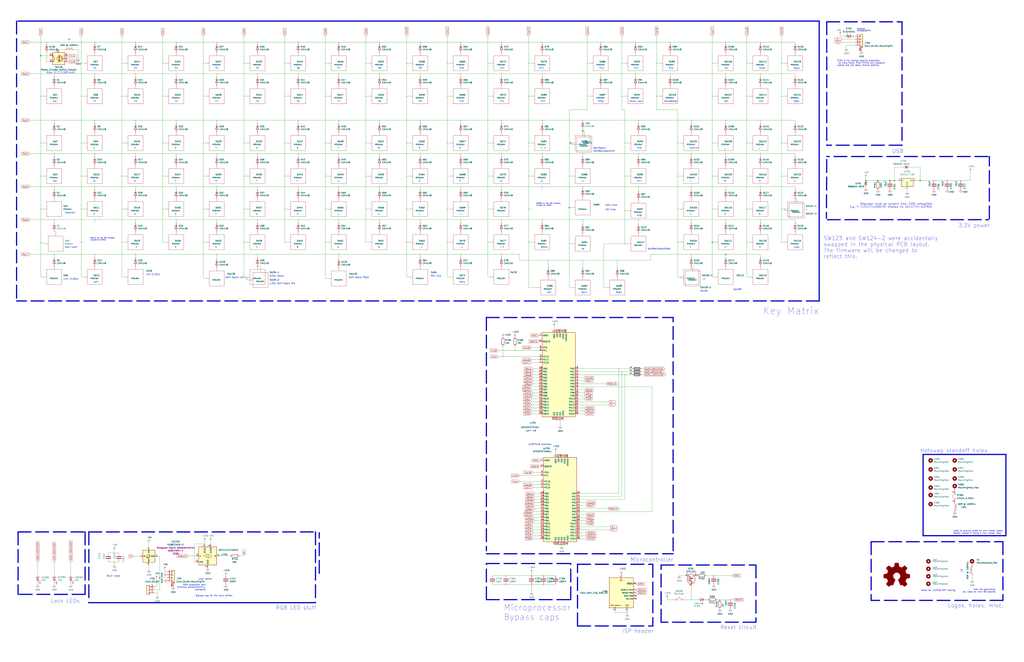
<source format=kicad_sch>
(kicad_sch (version 20230121) (generator eeschema)
  (paper "D")
  (junction (at 34.29 204.47) (diameter 0.3048))
  (junction (at 148.59 35.56) (diameter 0.3048))
  (junction (at 670.56 167.64) (diameter 0.3048))
  (junction (at 527.05 148.59) (diameter 0.3048))
  (junction (at 629.92 53.34) (diameter 0.3048))
  (junction (at 217.17 62.23) (diameter 0.3048))
  (junction (at 491.49 129.54) (diameter 0.3048))
  (junction (at 582.93 129.54) (diameter 0.3048))
  (junction (at 476.25 383.54) (diameter 0.3048))
  (junction (at 571.5 176.53) (diameter 0.3048))
  (junction (at 457.2 157.48) (diameter 0.3048))
  (junction (at 388.62 157.48) (diameter 0.3048))
  (junction (at 506.73 35.56) (diameter 0.3048))
  (junction (at 527.05 205.74) (diameter 0.3048))
  (junction (at 182.88 35.56) (diameter 0.3048))
  (junction (at 285.75 62.23) (diameter 0.3048))
  (junction (at 469.9 354.33) (diameter 0.3048))
  (junction (at 473.71 383.54) (diameter 0.3048))
  (junction (at 182.88 214.63) (diameter 0.3048))
  (junction (at 538.48 185.42) (diameter 0.3048))
  (junction (at 553.72 53.34) (diameter 0.3048))
  (junction (at 45.72 185.42) (diameter 0.3048))
  (junction (at 34.29 120.65) (diameter 0.3048))
  (junction (at 285.75 35.56) (diameter 0.3048))
  (junction (at 527.05 177.8) (diameter 0.3048))
  (junction (at 205.74 81.28) (diameter 0.3048))
  (junction (at 629.92 176.53) (diameter 0.3048))
  (junction (at 80.01 185.42) (diameter 0.3048))
  (junction (at 448.31 493.395) (diameter 0.3048))
  (junction (at 582.93 214.63) (diameter 0.3048))
  (junction (at 524.51 53.34) (diameter 0.3048))
  (junction (at 342.9 176.53) (diameter 0.3048))
  (junction (at 34.29 81.28) (diameter 0.3048))
  (junction (at 495.3 53.34) (diameter 0.3048))
  (junction (at 422.91 62.23) (diameter 0.3048))
  (junction (at 659.13 148.59) (diameter 0.3048))
  (junction (at 388.62 185.42) (diameter 0.3048))
  (junction (at 80.01 101.6) (diameter 0.3048))
  (junction (at 217.17 185.42) (diameter 0.3048))
  (junction (at 612.14 101.6) (diameter 0.3048))
  (junction (at 274.32 176.53) (diameter 0.3048))
  (junction (at 730.25 152.4))
  (junction (at 571.5 120.65) (diameter 0.3048))
  (junction (at 171.45 204.47) (diameter 0.3048))
  (junction (at 45.72 129.54) (diameter 0.3048))
  (junction (at 96.52 474.345) (diameter 0.3048))
  (junction (at 535.94 62.23) (diameter 0.3048))
  (junction (at 471.17 383.54) (diameter 0.3048))
  (junction (at 240.03 53.34) (diameter 0.3048))
  (junction (at 458.47 485.775) (diameter 0.3048))
  (junction (at 34.29 46.99))
  (junction (at 251.46 157.48) (diameter 0.3048))
  (junction (at 114.3 185.42) (diameter 0.3048))
  (junction (at 137.16 148.59) (diameter 0.3048))
  (junction (at 445.77 148.59) (diameter 0.3048))
  (junction (at 445.77 53.34) (diameter 0.3048))
  (junction (at 377.19 148.59) (diameter 0.3048))
  (junction (at 491.49 157.48) (diameter 0.3048))
  (junction (at 388.62 129.54) (diameter 0.3048))
  (junction (at 388.62 214.63) (diameter 0.3048))
  (junction (at 34.29 148.59) (diameter 0.3048))
  (junction (at 787.654 152.4) (diameter 0.3048))
  (junction (at 102.87 53.34) (diameter 0.3048))
  (junction (at 354.33 129.54) (diameter 0.3048))
  (junction (at 641.35 101.6) (diameter 0.3048))
  (junction (at 285.75 101.6) (diameter 0.3048))
  (junction (at 182.88 157.48) (diameter 0.3048))
  (junction (at 473.71 459.74) (diameter 0.3048))
  (junction (at 354.33 157.48) (diameter 0.3048))
  (junction (at 114.3 157.48) (diameter 0.3048))
  (junction (at 426.72 485.775) (diameter 0.3048))
  (junction (at 68.58 176.53) (diameter 0.3048))
  (junction (at 491.49 219.71) (diameter 0.3048))
  (junction (at 424.18 300.99) (diameter 0.3048))
  (junction (at 538.48 157.48) (diameter 0.3048))
  (junction (at 422.91 101.6) (diameter 0.3048))
  (junction (at 217.17 157.48) (diameter 0.3048))
  (junction (at 320.04 101.6) (diameter 0.3048))
  (junction (at 171.45 176.53) (diameter 0.3048))
  (junction (at 80.01 129.54) (diameter 0.3048))
  (junction (at 612.14 214.63))
  (junction (at 661.67 176.53) (diameter 0.3048))
  (junction (at 468.63 383.54) (diameter 0.3048))
  (junction (at 480.06 148.59) (diameter 0.3048))
  (junction (at 240.03 120.65) (diameter 0.3048))
  (junction (at 750.57 152.4))
  (junction (at 308.61 176.53) (diameter 0.3048))
  (junction (at 171.45 53.34) (diameter 0.3048))
  (junction (at 137.16 53.34) (diameter 0.3048))
  (junction (at 251.46 185.42) (diameter 0.3048))
  (junction (at 148.59 185.42) (diameter 0.3048))
  (junction (at 137.16 120.65) (diameter 0.3048))
  (junction (at 411.48 120.65) (diameter 0.3048))
  (junction (at 102.87 148.59) (diameter 0.3048))
  (junction (at 354.33 62.23) (diameter 0.3048))
  (junction (at 472.44 278.13) (diameter 0.3048))
  (junction (at 354.33 101.6) (diameter 0.3048))
  (junction (at 565.15 35.56) (diameter 0.3048))
  (junction (at 527.05 316.23) (diameter 0.3048))
  (junction (at 342.9 81.28) (diameter 0.3048))
  (junction (at 480.06 175.26))
  (junction (at 274.32 148.59) (diameter 0.3048))
  (junction (at 205.74 53.34) (diameter 0.3048))
  (junction (at 134.62 487.68))
  (junction (at 171.45 81.28) (diameter 0.3048))
  (junction (at 775.97 152.4))
  (junction (at 182.88 185.42) (diameter 0.3048))
  (junction (at 182.88 62.23) (diameter 0.3048))
  (junction (at 39.37 35.56) (diameter 0.3048))
  (junction (at 422.91 185.42) (diameter 0.3048))
  (junction (at 205.74 176.53) (diameter 0.3048))
  (junction (at 274.32 204.47) (diameter 0.3048))
  (junction (at 582.93 157.48) (diameter 0.3048))
  (junction (at 377.19 176.53) (diameter 0.3048))
  (junction (at 377.19 81.28) (diameter 0.3048))
  (junction (at 342.9 204.47) (diameter 0.3048))
  (junction (at 426.72 493.395) (diameter 0.3048))
  (junction (at 445.77 176.53) (diameter 0.3048))
  (junction (at 612.14 185.42) (diameter 0.3048))
  (junction (at 474.98 278.13) (diameter 0.3048))
  (junction (at 491.49 110.49))
  (junction (at 524.51 313.69) (diameter 0.3048))
  (junction (at 285.75 214.63) (diameter 0.3048))
  (junction (at 354.33 214.63) (diameter 0.3048))
  (junction (at 457.2 101.6) (diameter 0.3048))
  (junction (at 422.91 214.63) (diameter 0.3048))
  (junction (at 480.06 120.65) (diameter 0.3048))
  (junction (at 612.14 157.48) (diameter 0.3048))
  (junction (at 148.59 129.54) (diameter 0.3048))
  (junction (at 476.25 459.74) (diameter 0.3048))
  (junction (at 462.28 219.71) (diameter 0.3048))
  (junction (at 388.62 35.56) (diameter 0.3048))
  (junction (at 754.38 152.4))
  (junction (at 148.59 62.23) (diameter 0.3048))
  (junction (at 308.61 81.28) (diameter 0.3048))
  (junction (at 377.19 53.34) (diameter 0.3048))
  (junction (at 411.48 204.47) (diameter 0.3048))
  (junction (at 320.04 157.48) (diameter 0.3048))
  (junction (at 600.71 204.47))
  (junction (at 571.5 148.59) (diameter 0.3048))
  (junction (at 457.2 185.42) (diameter 0.3048))
  (junction (at 205.74 148.59) (diameter 0.3048))
  (junction (at 240.03 148.59) (diameter 0.3048))
  (junction (at 524.51 81.28) (diameter 0.3048))
  (junction (at 615.95 506.095) (diameter 0.3048))
  (junction (at 411.48 81.28) (diameter 0.3048))
  (junction (at 388.62 62.23) (diameter 0.3048))
  (junction (at 641.35 185.42) (diameter 0.3048))
  (junction (at 629.92 120.65) (diameter 0.3048))
  (junction (at 342.9 148.59) (diameter 0.3048))
  (junction (at 411.48 53.34) (diameter 0.3048))
  (junction (at 308.61 120.65) (diameter 0.3048))
  (junction (at 538.48 101.6) (diameter 0.3048))
  (junction (at 45.72 214.63) (diameter 0.3048))
  (junction (at 217.17 129.54) (diameter 0.3048))
  (junction (at 448.31 485.775) (diameter 0.3048))
  (junction (at 68.58 204.47) (diameter 0.3048))
  (junction (at 102.87 204.47) (diameter 0.3048))
  (junction (at 641.35 35.56) (diameter 0.3048))
  (junction (at 457.2 62.23) (diameter 0.3048))
  (junction (at 172.72 459.105) (diameter 0.3048))
  (junction (at 481.33 120.65))
  (junction (at 659.13 176.53) (diameter 0.3048))
  (junction (at 388.62 101.6) (diameter 0.3048))
  (junction (at 354.33 35.56) (diameter 0.3048))
  (junction (at 528.955 516.89) (diameter 0.3048))
  (junction (at 68.58 120.65) (diameter 0.3048))
  (junction (at 274.32 81.28) (diameter 0.3048))
  (junction (at 471.17 459.74) (diameter 0.3048))
  (junction (at 629.92 148.59) (diameter 0.3048))
  (junction (at 612.14 35.56) (diameter 0.3048))
  (junction (at 251.46 129.54) (diameter 0.3048))
  (junction (at 45.72 101.6) (diameter 0.3048))
  (junction (at 582.93 224.79) (diameter 0.3048))
  (junction (at 102.87 81.28) (diameter 0.3048))
  (junction (at 445.77 204.47) (diameter 0.3048))
  (junction (at 68.58 148.59) (diameter 0.3048))
  (junction (at 320.04 185.42) (diameter 0.3048))
  (junction (at 342.9 120.65) (diameter 0.3048))
  (junction (at 457.2 35.56) (diameter 0.3048))
  (junction (at 217.17 214.63) (diameter 0.3048))
  (junction (at 457.2 129.54) (diameter 0.3048))
  (junction (at 205.74 120.65) (diameter 0.3048))
  (junction (at 480.06 205.74) (diameter 0.3048))
  (junction (at 600.71 120.65) (diameter 0.3048))
  (junction (at 600.71 53.34) (diameter 0.3048))
  (junction (at 80.01 62.23) (diameter 0.3048))
  (junction (at 458.47 493.395) (diameter 0.3048))
  (junction (at 68.58 53.34) (diameter 0.3048))
  (junction (at 411.48 176.53) (diameter 0.3048))
  (junction (at 80.01 214.63) (diameter 0.3048))
  (junction (at 506.73 62.23) (diameter 0.3048))
  (junction (at 217.17 101.6) (diameter 0.3048))
  (junction (at 601.98 485.775) (diameter 0.3048))
  (junction (at 810.26 152.4) (diameter 0.3048))
  (junction (at 582.93 506.095) (diameter 0.3048))
  (junction (at 354.33 185.42) (diameter 0.3048))
  (junction (at 285.75 129.54) (diameter 0.3048))
  (junction (at 641.35 157.48) (diameter 0.3048))
  (junction (at 422.91 35.56) (diameter 0.3048))
  (junction (at 520.7 219.71) (diameter 0.3048))
  (junction (at 798.83 152.4) (diameter 0.3048))
  (junction (at 582.93 185.42) (diameter 0.3048))
  (junction (at 641.35 62.23) (diameter 0.3048))
  (junction (at 171.45 120.65) (diameter 0.3048))
  (junction (at 137.16 176.53) (diameter 0.3048))
  (junction (at 80.01 35.56) (diameter 0.3048))
  (junction (at 80.01 157.48) (diameter 0.3048))
  (junction (at 740.41 152.4))
  (junction (at 535.94 35.56) (diameter 0.3048))
  (junction (at 422.91 157.48) (diameter 0.3048))
  (junction (at 208.28 234.95) (diameter 0.3048))
  (junction (at 411.48 148.59) (diameter 0.3048))
  (junction (at 102.87 176.53) (diameter 0.3048))
  (junction (at 68.58 81.28) (diameter 0.3048))
  (junction (at 571.5 204.47) (diameter 0.3048))
  (junction (at 434.34 295.91) (diameter 0.3048))
  (junction (at 445.77 120.65) (diameter 0.3048))
  (junction (at 66.04 49.53) (diameter 0.3048))
  (junction (at 320.04 129.54) (diameter 0.3048))
  (junction (at 308.61 53.34) (diameter 0.3048))
  (junction (at 422.91 129.54) (diameter 0.3048))
  (junction (at 495.3 81.28) (diameter 0.3048))
  (junction (at 182.88 129.54) (diameter 0.3048))
  (junction (at 207.01 233.68) (diameter 0.3048))
  (junction (at 114.3 101.6) (diameter 0.3048))
  (junction (at 251.46 101.6) (diameter 0.3048))
  (junction (at 240.03 81.28) (diameter 0.3048))
  (junction (at 217.17 224.79) (diameter 0.3048))
  (junction (at 565.15 62.23) (diameter 0.3048))
  (junction (at 171.45 148.59) (diameter 0.3048))
  (junction (at 251.46 35.56) (diameter 0.3048))
  (junction (at 102.87 120.65) (diameter 0.3048))
  (junction (at 629.92 204.47) (diameter 0.3048))
  (junction (at 538.48 129.54) (diameter 0.3048))
  (junction (at 612.14 62.23) (diameter 0.3048))
  (junction (at 182.88 101.6) (diameter 0.3048))
  (junction (at 527.05 120.65) (diameter 0.3048))
  (junction (at 607.06 506.095) (diameter 0.3048))
  (junction (at 467.36 278.13) (diameter 0.3048))
  (junction (at 600.71 148.59) (diameter 0.3048))
  (junction (at 377.19 120.65) (diameter 0.3048))
  (junction (at 240.03 176.53) (diameter 0.3048))
  (junction (at 308.61 148.59) (diameter 0.3048))
  (junction (at 137.16 81.28) (diameter 0.3048))
  (junction (at 641.35 129.54) (diameter 0.3048))
  (junction (at 612.14 129.54) (diameter 0.3048))
  (junction (at 629.92 81.28) (diameter 0.3048))
  (junction (at 600.71 81.28) (diameter 0.3048))
  (junction (at 274.32 53.34) (diameter 0.3048))
  (junction (at 45.72 62.23) (diameter 0.3048))
  (junction (at 600.71 176.53) (diameter 0.3048))
  (junction (at 574.04 233.68) (diameter 0.3048))
  (junction (at 114.3 35.56) (diameter 0.3048))
  (junction (at 553.72 81.28) (diameter 0.3048))
  (junction (at 114.3 129.54) (diameter 0.3048))
  (junction (at 320.04 62.23) (diameter 0.3048))
  (junction (at 659.13 53.34) (diameter 0.3048))
  (junction (at 148.59 157.48) (diameter 0.3048))
  (junction (at 472.44 354.33) (diameter 0.3048))
  (junction (at 148.59 101.6) (diameter 0.3048))
  (junction (at 320.04 35.56) (diameter 0.3048))
  (junction (at 491.49 101.6) (diameter 0.3048))
  (junction (at 285.75 185.42) (diameter 0.3048))
  (junction (at 445.77 81.28) (diameter 0.3048))
  (junction (at 521.97 311.15) (diameter 0.3048))
  (junction (at 377.19 204.47) (diameter 0.3048))
  (junction (at 285.75 157.48) (diameter 0.3048))
  (junction (at 582.93 101.6) (diameter 0.3048))
  (junction (at 114.3 62.23) (diameter 0.3048))
  (junction (at 96.52 466.725) (diameter 0.3048))
  (junction (at 114.3 214.63) (diameter 0.3048))
  (junction (at 251.46 62.23) (diameter 0.3048))
  (junction (at 217.17 35.56) (diameter 0.3048))
  (junction (at 342.9 53.34) (diameter 0.3048))
  (junction (at 659.13 120.65) (diameter 0.3048))
  (junction (at 491.49 185.42) (diameter 0.3048))
  (junction (at 659.13 81.28) (diameter 0.3048))
  (junction (at 34.29 176.53) (diameter 0.3048))
  (junction (at 274.32 120.65) (diameter 0.3048))
  (junction (at 469.9 278.13) (diameter 0.3048))
  (junction (at 45.72 157.48) (diameter 0.3048))
  (junction (at 205.74 204.47) (diameter 0.3048))
  (no_connect (at 536.575 505.46))
  (no_connect (at 536.575 502.92))
  (wire (pts (xy 148.59 62.23) (xy 182.88 62.23)))
  (wire (pts (xy 449.58 441.96) (xy 455.93 441.96)))
  (wire (pts (xy 473.71 459.74) (xy 473.71 461.01)))
  (wire (pts (xy 491.49 110.49) (xy 492.76 110.49)))
  (wire (pts (xy 549.91 431.8) (xy 488.95 431.8)))
  (wire (pts (xy 251.46 36.83) (xy 251.46 35.56)))
  (wire (pts (xy 71.12 204.47) (xy 68.58 204.47)))
  (wire (pts (xy 205.74 53.34) (xy 205.74 30.48)))
  (wire (pts (xy 471.17 459.74) (xy 473.71 459.74)))
  (polyline (pts (xy 734.695 457.2) (xy 845.82 457.2)) (stroke (width 0.9906) (type dash)))
  (wire (pts (xy 487.68 346.71) (xy 492.76 346.71)))
  (wire (pts (xy 68.58 148.59) (xy 68.58 120.65)))
  (wire (pts (xy 242.57 81.28) (xy 240.03 81.28)))
  (polyline (pts (xy 833.12 132.08) (xy 697.23 132.08)) (stroke (width 0.9906) (type dash)))
  (wire (pts (xy 535.94 35.56) (xy 535.94 36.83)))
  (wire (pts (xy 468.63 459.74) (xy 471.17 459.74)))
  (wire (pts (xy 661.67 204.47) (xy 659.13 204.47)))
  (wire (pts (xy 25.4 129.54) (xy 45.72 129.54)))
  (wire (pts (xy 148.59 185.42) (xy 182.88 185.42)))
  (wire (pts (xy 285.75 157.48) (xy 285.75 160.02)))
  (wire (pts (xy 251.46 101.6) (xy 285.75 101.6)))
  (wire (pts (xy 487.68 331.47) (xy 492.76 331.47)))
  (wire (pts (xy 457.2 185.42) (xy 491.49 185.42)))
  (wire (pts (xy 538.48 185.42) (xy 582.93 185.42)))
  (wire (pts (xy 445.77 81.28) (xy 445.77 120.65)))
  (wire (pts (xy 422.91 157.48) (xy 457.2 157.48)))
  (wire (pts (xy 600.71 204.47) (xy 600.71 176.53)))
  (wire (pts (xy 205.74 467.995) (xy 205.74 469.265)))
  (wire (pts (xy 25.4 101.6) (xy 45.72 101.6)))
  (wire (pts (xy 105.41 176.53) (xy 102.87 176.53)))
  (wire (pts (xy 139.7 120.65) (xy 137.16 120.65)))
  (wire (pts (xy 612.14 101.6) (xy 612.14 104.14)))
  (wire (pts (xy 388.62 129.54) (xy 388.62 132.08)))
  (wire (pts (xy 488.95 416.56) (xy 521.97 416.56)))
  (wire (pts (xy 342.9 53.34) (xy 342.9 81.28)))
  (wire (pts (xy 641.35 129.54) (xy 641.35 132.08)))
  (wire (pts (xy 480.06 175.26) (xy 480.06 205.74)))
  (wire (pts (xy 527.05 92.71) (xy 527.05 120.65)))
  (wire (pts (xy 448.31 148.59) (xy 445.77 148.59)))
  (polyline (pts (xy 697.23 134.62) (xy 696.976 184.15)) (stroke (width 0.9906) (type dash)))
  (wire (pts (xy 31.75 493.395) (xy 31.75 492.125)))
  (wire (pts (xy 488.95 449.58) (xy 494.03 449.58)))
  (wire (pts (xy 285.75 35.56) (xy 251.46 35.56)))
  (wire (pts (xy 308.61 53.34) (xy 308.61 30.48)))
  (polyline (pts (xy 487.045 528.32) (xy 487.045 476.25)) (stroke (width 1) (type dash)))
  (wire (pts (xy 448.31 53.34) (xy 445.77 53.34)))
  (polyline (pts (xy 778.51 383.54) (xy 778.51 452.12)) (stroke (width 0.9906)))
  (wire (pts (xy 448.31 339.09) (xy 454.66 339.09)))
  (wire (pts (xy 468.63 485.775) (xy 458.47 485.775)))
  (wire (pts (xy 140.97 487.68) (xy 134.62 487.68)))
  (wire (pts (xy 148.59 157.48) (xy 148.59 160.02)))
  (polyline (pts (xy 557.53 525.145) (xy 557.53 476.885)) (stroke (width 0.9906) (type dash)))
  (wire (pts (xy 567.69 506.095) (xy 562.61 506.095)))
  (wire (pts (xy 205.74 53.34) (xy 205.74 81.28)))
  (wire (pts (xy 285.75 62.23) (xy 320.04 62.23)))
  (wire (pts (xy 632.46 204.47) (xy 629.92 204.47)))
  (wire (pts (xy 411.48 81.28) (xy 411.48 120.65)))
  (wire (pts (xy 91.44 466.725) (xy 96.52 466.725)))
  (wire (pts (xy 612.14 62.23) (xy 641.35 62.23)))
  (wire (pts (xy 415.29 493.395) (xy 426.72 493.395)))
  (wire (pts (xy 538.48 129.54) (xy 538.48 132.08)))
  (wire (pts (xy 102.87 53.34) (xy 102.87 81.28)))
  (wire (pts (xy 177.8 456.565) (xy 177.8 459.105)))
  (wire (pts (xy 217.17 214.63) (xy 285.75 214.63)))
  (wire (pts (xy 45.72 62.23) (xy 80.01 62.23)))
  (wire (pts (xy 80.01 214.63) (xy 80.01 217.17)))
  (wire (pts (xy 274.32 204.47) (xy 274.32 234.95)))
  (wire (pts (xy 422.91 185.42) (xy 457.2 185.42)))
  (wire (pts (xy 422.91 62.23) (xy 422.91 64.77)))
  (wire (pts (xy 448.31 493.395) (xy 458.47 493.395)))
  (wire (pts (xy 96.52 464.185) (xy 96.52 466.725)))
  (wire (pts (xy 285.75 185.42) (xy 320.04 185.42)))
  (wire (pts (xy 448.31 81.28) (xy 445.77 81.28)))
  (wire (pts (xy 709.93 35.56) (xy 721.36 35.56)))
  (wire (pts (xy 574.04 148.59) (xy 571.5 148.59)))
  (wire (pts (xy 600.71 53.34) (xy 600.71 30.48)))
  (wire (pts (xy 414.02 120.65) (xy 411.48 120.65)))
  (wire (pts (xy 454.66 293.37) (xy 448.31 293.37)))
  (wire (pts (xy 603.25 176.53) (xy 600.71 176.53)))
  (wire (pts (xy 529.59 120.65) (xy 527.05 120.65)))
  (wire (pts (xy 481.33 120.65) (xy 482.6 120.65)))
  (wire (pts (xy 210.82 236.22) (xy 208.28 236.22)))
  (wire (pts (xy 182.88 214.63) (xy 217.17 214.63)))
  (wire (pts (xy 612.14 129.54) (xy 641.35 129.54)))
  (wire (pts (xy 320.04 129.54) (xy 320.04 132.08)))
  (polyline (pts (xy 637.54 525.145) (xy 557.53 525.145)) (stroke (width 0.9906) (type dash)))
  (polyline (pts (xy 567.69 464.82) (xy 567.69 267.97)) (stroke (width 0.9906) (type dash)))
  (wire (pts (xy 105.41 120.65) (xy 102.87 120.65)))
  (wire (pts (xy 553.72 92.71) (xy 553.72 81.28)))
  (wire (pts (xy 506.73 35.56) (xy 506.73 36.83)))
  (wire (pts (xy 450.85 429.26) (xy 455.93 429.26)))
  (wire (pts (xy 527.05 205.74) (xy 527.05 177.8)))
  (wire (pts (xy 449.58 316.23) (xy 454.66 316.23)))
  (wire (pts (xy 163.83 474.345) (xy 163.83 459.105)))
  (wire (pts (xy 320.04 185.42) (xy 354.33 185.42)))
  (wire (pts (xy 730.25 152.4) (xy 740.41 152.4)))
  (wire (pts (xy 457.2 157.48) (xy 457.2 160.02)))
  (wire (pts (xy 354.33 62.23) (xy 354.33 64.77)))
  (wire (pts (xy 68.58 53.34) (xy 68.58 81.28)))
  (wire (pts (xy 134.62 487.68) (xy 134.62 469.392)))
  (wire (pts (xy 388.62 36.83) (xy 388.62 35.56)))
  (wire (pts (xy 487.68 328.93) (xy 492.76 328.93)))
  (wire (pts (xy 457.2 129.54) (xy 457.2 132.08)))
  (wire (pts (xy 491.49 129.54) (xy 491.49 132.08)))
  (wire (pts (xy 455.93 398.78) (xy 449.58 398.78)))
  (wire (pts (xy 457.2 36.83) (xy 457.2 35.56)))
  (polyline (pts (xy 550.545 476.25) (xy 550.545 528.32)) (stroke (width 1) (type dash)))
  (wire (pts (xy 172.72 456.565) (xy 172.72 459.105)))
  (polyline (pts (xy 410.21 475.615) (xy 481.33 475.615)) (stroke (width 0.9906) (type dash)))
  (wire (pts (xy 471.17 383.54) (xy 473.71 383.54)))
  (polyline (pts (xy 487.045 476.25) (xy 550.545 476.25)) (stroke (width 1) (type dash)))
  (polyline (pts (xy 15.24 448.945) (xy 15.24 501.65)) (stroke (width 0.9906) (type dash)))
  (wire (pts (xy 388.62 35.56) (xy 354.33 35.56)))
  (wire (pts (xy 91.44 474.345) (xy 96.52 474.345)))
  (wire (pts (xy 274.32 234.95) (xy 276.86 234.95)))
  (wire (pts (xy 457.2 62.23) (xy 457.2 64.77)))
  (wire (pts (xy 148.59 62.23) (xy 148.59 64.77)))
  (wire (pts (xy 488.95 441.96) (xy 494.03 441.96)))
  (wire (pts (xy 139.7 148.59) (xy 137.16 148.59)))
  (wire (pts (xy 527.05 53.34) (xy 524.51 53.34)))
  (wire (pts (xy 182.88 101.6) (xy 217.17 101.6)))
  (wire (pts (xy 308.61 53.34) (xy 308.61 81.28)))
  (wire (pts (xy 422.91 101.6) (xy 422.91 104.14)))
  (polyline (pts (xy 74.93 448.945) (xy 266.065 448.945)) (stroke (width 0.9906) (type dash)))
  (wire (pts (xy 565.15 62.23) (xy 612.14 62.23)))
  (wire (pts (xy 438.15 406.4) (xy 455.93 406.4)))
  (wire (pts (xy 217.17 157.48) (xy 251.46 157.48)))
  (wire (pts (xy 454.66 313.69) (xy 449.58 313.69)))
  (polyline (pts (xy 697.738 185.42) (xy 833.628 185.42)) (stroke (width 0.9906) (type dash)))
  (wire (pts (xy 102.87 233.68) (xy 102.87 204.47)))
  (wire (pts (xy 102.87 81.28) (xy 102.87 120.65)))
  (wire (pts (xy 114.3 101.6) (xy 148.59 101.6)))
  (wire (pts (xy 448.31 485.775) (xy 448.31 483.235)))
  (wire (pts (xy 411.48 176.53) (xy 411.48 148.59)))
  (wire (pts (xy 207.01 234.95) (xy 207.01 233.68)))
  (wire (pts (xy 345.44 53.34) (xy 342.9 53.34)))
  (wire (pts (xy 708.66 30.48) (xy 708.66 29.21)))
  (wire (pts (xy 538.48 185.42) (xy 538.48 189.23)))
  (wire (pts (xy 165.1 474.345) (xy 163.83 474.345)))
  (wire (pts (xy 354.33 214.63) (xy 354.33 217.17)))
  (polyline (pts (xy 15.24 448.945) (xy 71.755 448.945)) (stroke (width 0.9906) (type dash)))
  (wire (pts (xy 472.44 354.33) (xy 474.98 354.33)))
  (wire (pts (xy 68.58 176.53) (xy 68.58 148.59)))
  (polyline (pts (xy 410.21 506.095) (xy 410.21 475.615)) (stroke (width 0.9906) (type dash)))
  (polyline (pts (xy 848.36 452.12) (xy 778.51 452.12)) (stroke (width 0.9906)))
  (wire (pts (xy 68.58 53.34) (xy 68.58 30.48)))
  (wire (pts (xy 137.16 53.34) (xy 137.16 81.28)))
  (wire (pts (xy 217.17 62.23) (xy 217.17 64.77)))
  (wire (pts (xy 600.71 120.65) (xy 600.71 148.59)))
  (wire (pts (xy 388.62 214.63) (xy 388.62 217.17)))
  (wire (pts (xy 320.04 35.56) (xy 285.75 35.56)))
  (wire (pts (xy 208.28 53.34) (xy 205.74 53.34)))
  (wire (pts (xy 582.93 157.48) (xy 612.14 157.48)))
  (wire (pts (xy 62.23 41.91) (xy 66.04 41.91)))
  (wire (pts (xy 342.9 176.53) (xy 342.9 148.59)))
  (wire (pts (xy 488.95 447.04) (xy 514.35 447.04)))
  (wire (pts (xy 311.15 120.65) (xy 308.61 120.65)))
  (wire (pts (xy 450.85 439.42) (xy 455.93 439.42)))
  (wire (pts (xy 549.91 326.39) (xy 549.91 431.8)))
  (wire (pts (xy 524.51 313.69) (xy 533.4 313.69)))
  (wire (pts (xy 595.63 506.095) (xy 596.9 506.095)))
  (wire (pts (xy 528.955 515.62) (xy 528.955 516.89)))
  (wire (pts (xy 173.99 234.95) (xy 171.45 234.95)))
  (wire (pts (xy 632.46 53.34) (xy 629.92 53.34)))
  (wire (pts (xy 497.84 81.28) (xy 495.3 81.28)))
  (wire (pts (xy 487.68 349.25) (xy 492.76 349.25)))
  (wire (pts (xy 632.46 233.68) (xy 629.92 233.68)))
  (wire (pts (xy 45.72 101.6) (xy 45.72 104.14)))
  (polyline (pts (xy 697.23 18.415) (xy 697.23 122.555)) (stroke (width 0.9906) (type dash)))
  (wire (pts (xy 217.17 35.56) (xy 182.88 35.56)))
  (wire (pts (xy 600.71 81.28) (xy 600.71 53.34)))
  (wire (pts (xy 629.92 204.47) (xy 629.92 176.53)))
  (wire (pts (xy 311.15 204.47) (xy 308.61 204.47)))
  (wire (pts (xy 524.51 419.1) (xy 524.51 313.69)))
  (polyline (pts (xy 13.97 17.78) (xy 13.97 254)) (stroke (width 0.9906) (type dash)))
  (wire (pts (xy 139.7 53.34) (xy 137.16 53.34)))
  (wire (pts (xy 615.95 506.095) (xy 607.06 506.095)))
  (wire (pts (xy 750.57 152.4) (xy 754.38 152.4)))
  (wire (pts (xy 59.69 492.125) (xy 59.69 493.395)))
  (wire (pts (xy 34.29 81.28) (xy 34.29 120.65)))
  (polyline (pts (xy 266.065 448.945) (xy 266.065 508.635)) (stroke (width 0.9906) (type dash)))
  (wire (pts (xy 137.16 148.59) (xy 137.16 120.65)))
  (wire (pts (xy 448.31 120.65) (xy 445.77 120.65)))
  (polyline (pts (xy 697.23 18.415) (xy 760.73 18.415)) (stroke (width 0.9906) (type dash)))
  (wire (pts (xy 320.04 62.23) (xy 354.33 62.23)))
  (wire (pts (xy 438.15 401.32) (xy 455.93 401.32)))
  (wire (pts (xy 68.58 81.28) (xy 68.58 120.65)))
  (wire (pts (xy 607.06 506.095) (xy 604.52 506.095)))
  (wire (pts (xy 612.14 62.23) (xy 612.14 64.77)))
  (wire (pts (xy 491.49 157.48) (xy 538.48 157.48)))
  (wire (pts (xy 571.5 92.71) (xy 571.5 120.65)))
  (wire (pts (xy 354.33 129.54) (xy 388.62 129.54)))
  (wire (pts (xy 553.72 53.34) (xy 553.72 30.48)))
  (wire (pts (xy 96.52 474.345) (xy 96.52 476.885)))
  (wire (pts (xy 521.97 416.56) (xy 521.97 311.15)))
  (wire (pts (xy 208.28 233.68) (xy 207.01 233.68)))
  (wire (pts (xy 449.58 321.31) (xy 454.66 321.31)))
  (wire (pts (xy 354.33 36.83) (xy 354.33 35.56)))
  (wire (pts (xy 354.33 185.42) (xy 388.62 185.42)))
  (wire (pts (xy 612.14 129.54) (xy 612.14 132.08)))
  (wire (pts (xy 450.85 421.64) (xy 455.93 421.64)))
  (wire (pts (xy 251.46 62.23) (xy 285.75 62.23)))
  (wire (pts (xy 455.93 419.1) (xy 450.85 419.1)))
  (polyline (pts (xy 410.21 467.36) (xy 567.69 467.36)) (stroke (width 0.9906) (type dash)))
  (wire (pts (xy 582.93 494.665) (xy 582.93 506.095)))
  (wire (pts (xy 595.63 485.775) (xy 601.98 485.775)))
  (wire (pts (xy 548.64 219.71) (xy 548.64 214.63)))
  (wire (pts (xy 670.56 62.23) (xy 670.56 64.77)))
  (wire (pts (xy 473.71 383.54) (xy 476.25 383.54)))
  (wire (pts (xy 112.903 469.392) (xy 117.983 469.392)))
  (wire (pts (xy 35.56 204.47) (xy 34.29 204.47)))
  (wire (pts (xy 448.31 336.55) (xy 454.66 336.55)))
  (wire (pts (xy 601.98 485.775) (xy 617.22 485.775)))
  (wire (pts (xy 565.15 35.56) (xy 565.15 36.83)))
  (wire (pts (xy 66.04 41.91) (xy 66.04 49.53)) (stroke (width 0.1524)))
  (wire (pts (xy 158.75 469.265) (xy 165.1 469.265)))
  (wire (pts (xy 535.94 35.56) (xy 565.15 35.56)))
  (wire (pts (xy 182.88 214.63) (xy 182.88 218.44)))
  (wire (pts (xy 251.46 157.48) (xy 251.46 160.02)))
  (wire (pts (xy 308.61 176.53) (xy 308.61 148.59)))
  (wire (pts (xy 242.57 120.65) (xy 240.03 120.65)))
  (wire (pts (xy 45.72 157.48) (xy 80.01 157.48)))
  (wire (pts (xy 414.02 176.53) (xy 411.48 176.53)))
  (wire (pts (xy 488.95 436.88) (xy 494.03 436.88)))
  (wire (pts (xy 449.58 449.58) (xy 455.93 449.58)))
  (wire (pts (xy 454.66 303.53) (xy 448.31 303.53)))
  (wire (pts (xy 208.28 204.47) (xy 205.74 204.47)))
  (wire (pts (xy 207.01 233.68) (xy 205.74 233.68)))
  (wire (pts (xy 476.25 383.54) (xy 478.79 383.54)))
  (wire (pts (xy 414.02 148.59) (xy 411.48 148.59)))
  (wire (pts (xy 342.9 53.34) (xy 342.9 30.48)))
  (wire (pts (xy 342.9 233.68) (xy 342.9 204.47)))
  (wire (pts (xy 354.33 157.48) (xy 388.62 157.48)))
  (wire (pts (xy 449.58 318.77) (xy 454.66 318.77)))
  (wire (pts (xy 388.62 62.23) (xy 388.62 64.77)))
  (wire (pts (xy 276.86 53.34) (xy 274.32 53.34)))
  (wire (pts (xy 125.603 477.012) (xy 125.603 480.822)))
  (wire (pts (xy 285.75 101.6) (xy 285.75 104.14)))
  (wire (pts (xy 449.58 452.12) (xy 455.93 452.12)))
  (wire (pts (xy 641.35 185.42) (xy 612.14 185.42)))
  (wire (pts (xy 217.17 129.54) (xy 217.17 132.08)))
  (wire (pts (xy 276.86 204.47) (xy 274.32 204.47)))
  (wire (pts (xy 449.58 431.8) (xy 455.93 431.8)))
  (wire (pts (xy 182.88 157.48) (xy 217.17 157.48)))
  (wire (pts (xy 641.35 35.56) (xy 670.56 35.56)))
  (wire (pts (xy 139.7 204.47) (xy 137.16 204.47)))
  (wire (pts (xy 521.97 311.15) (xy 533.4 311.15)))
  (wire (pts (xy 472.44 278.13) (xy 474.98 278.13)))
  (wire (pts (xy 354.33 62.23) (xy 388.62 62.23)))
  (polyline (pts (xy 845.82 457.2) (xy 845.82 506.73)) (stroke (width 0.9906) (type dash)))
  (wire (pts (xy 45.72 214.63) (xy 80.01 214.63)))
  (wire (pts (xy 308.61 81.28) (xy 308.61 120.65)))
  (wire (pts (xy 274.32 176.53) (xy 274.32 148.59)))
  (wire (pts (xy 242.57 176.53) (xy 240.03 176.53)))
  (wire (pts (xy 449.58 323.85) (xy 454.66 323.85)))
  (wire (pts (xy 80.01 157.48) (xy 114.3 157.48)))
  (wire (pts (xy 480.06 148.59) (xy 480.06 175.26)))
  (wire (pts (xy 553.72 81.28) (xy 553.72 53.34)))
  (wire (pts (xy 422.91 129.54) (xy 457.2 129.54)))
  (wire (pts (xy 388.62 157.48) (xy 422.91 157.48)))
  (wire (pts (xy 311.15 148.59) (xy 308.61 148.59)))
  (wire (pts (xy 411.48 204.47) (xy 411.48 176.53)))
  (wire (pts (xy 582.93 104.14) (xy 582.93 101.6)))
  (wire (pts (xy 450.85 436.88) (xy 455.93 436.88)))
  (wire (pts (xy 422.91 185.42) (xy 422.91 187.96)))
  (wire (pts (xy 541.02 311.15) (xy 543.56 311.15)))
  (wire (pts (xy 285.75 129.54) (xy 320.04 129.54)))
  (wire (pts (xy 661.67 148.59) (xy 659.13 148.59)))
  (wire (pts (xy 492.76 110.49) (xy 492.76 113.03)))
  (wire (pts (xy 571.5 101.6) (xy 582.93 101.6)))
  (wire (pts (xy 182.88 36.83) (xy 182.88 35.56)))
  (wire (pts (xy 276.86 148.59) (xy 274.32 148.59)))
  (wire (pts (xy 148.59 129.54) (xy 148.59 132.08)))
  (wire (pts (xy 311.15 53.34) (xy 308.61 53.34)))
  (wire (pts (xy 556.26 81.28) (xy 553.72 81.28)))
  (wire (pts (xy 450.85 424.18) (xy 455.93 424.18)))
  (wire (pts (xy 148.59 129.54) (xy 182.88 129.54)))
  (wire (pts (xy 68.58 233.68) (xy 68.58 204.47)))
  (wire (pts (xy 467.36 354.33) (xy 469.9 354.33)))
  (wire (pts (xy 240.03 81.28) (xy 240.03 120.65)))
  (wire (pts (xy 182.88 185.42) (xy 182.88 187.96)))
  (wire (pts (xy 574.04 204.47) (xy 571.5 204.47)))
  (wire (pts (xy 720.09 30.48) (xy 721.36 30.48)))
  (wire (pts (xy 661.67 177.8) (xy 661.67 176.53)))
  (wire (pts (xy 528.955 516.89) (xy 518.795 516.89)))
  (wire (pts (xy 102.87 53.34) (xy 102.87 30.48)))
  (wire (pts (xy 71.12 233.68) (xy 68.58 233.68)))
  (wire (pts (xy 274.32 148.59) (xy 274.32 120.65)))
  (wire (pts (xy 205.74 233.68) (xy 205.74 204.47)))
  (wire (pts (xy 487.68 318.77) (xy 492.76 318.77)))
  (wire (pts (xy 148.59 35.56) (xy 114.3 35.56)))
  (wire (pts (xy 34.29 120.65) (xy 34.29 148.59)))
  (wire (pts (xy 488.95 419.1) (xy 524.51 419.1)))
  (wire (pts (xy 285.75 101.6) (xy 320.04 101.6)))
  (wire (pts (xy 171.45 53.34) (xy 171.45 30.48)))
  (wire (pts (xy 574.04 176.53) (xy 571.5 176.53)))
  (wire (pts (xy 434.34 292.1) (xy 434.34 295.91)))
  (wire (pts (xy 308.61 148.59) (xy 308.61 120.65)))
  (wire (pts (xy 217.17 36.83) (xy 217.17 35.56)))
  (wire (pts (xy 641.35 157.48) (xy 670.56 157.48)))
  (wire (pts (xy 450.85 426.72) (xy 455.93 426.72)))
  (wire (pts (xy 102.87 204.47) (xy 102.87 176.53)))
  (wire (pts (xy 457.2 185.42) (xy 457.2 187.96)))
  (wire (pts (xy 612.14 185.42) (xy 582.93 185.42)))
  (wire (pts (xy 411.48 233.68) (xy 411.48 204.47)))
  (wire (pts (xy 462.28 219.71) (xy 491.49 219.71)))
  (wire (pts (xy 491.49 219.71) (xy 491.49 226.06)))
  (wire (pts (xy 274.32 204.47) (xy 274.32 176.53)))
  (wire (pts (xy 632.46 148.59) (xy 629.92 148.59)))
  (wire (pts (xy 565.15 35.56) (xy 612.14 35.56)))
  (wire (pts (xy 34.29 233.68) (xy 36.83 233.68)))
  (wire (pts (xy 80.01 101.6) (xy 114.3 101.6)))
  (wire (pts (xy 483.87 121.92) (xy 481.33 121.92)))
  (wire (pts (xy 242.57 204.47) (xy 240.03 204.47)))
  (wire (pts (xy 775.97 140.97) (xy 775.97 152.4)))
  (wire (pts (xy 538.48 129.54) (xy 582.93 129.54)))
  (wire (pts (xy 311.15 81.28) (xy 308.61 81.28)))
  (wire (pts (xy 285.75 214.63) (xy 354.33 214.63)))
  (wire (pts (xy 661.67 120.65) (xy 659.13 120.65)))
  (wire (pts (xy 217.17 101.6) (xy 251.46 101.6)))
  (wire (pts (xy 548.64 214.63) (xy 582.93 214.63)))
  (wire (pts (xy 414.02 81.28) (xy 411.48 81.28)))
  (wire (pts (xy 462.28 226.06) (xy 462.28 219.71)))
  (wire (pts (xy 535.94 62.23) (xy 565.15 62.23)))
  (wire (pts (xy 506.73 35.56) (xy 535.94 35.56)))
  (wire (pts (xy 45.72 185.42) (xy 45.72 187.96)))
  (wire (pts (xy 819.785 485.14) (xy 819.785 489.585)))
  (wire (pts (xy 354.33 214.63) (xy 388.62 214.63)))
  (wire (pts (xy 612.14 157.48) (xy 641.35 157.48)))
  (wire (pts (xy 217.17 214.63) (xy 217.17 217.17)))
  (wire (pts (xy 377.19 204.47) (xy 377.19 176.53)))
  (wire (pts (xy 114.3 185.42) (xy 148.59 185.42)))
  (wire (pts (xy 320.04 157.48) (xy 354.33 157.48)))
  (wire (pts (xy 182.88 129.54) (xy 182.88 132.08)))
  (wire (pts (xy 659.13 120.65) (xy 659.13 148.59)))
  (wire (pts (xy 388.62 62.23) (xy 422.91 62.23)))
  (wire (pts (xy 45.72 62.23) (xy 45.72 64.77)))
  (wire (pts (xy 641.35 101.6) (xy 670.56 101.6)))
  (wire (pts (xy 148.59 101.6) (xy 182.88 101.6)))
  (wire (pts (xy 488.95 452.12) (xy 494.03 452.12)))
  (wire (pts (xy 411.48 53.34) (xy 411.48 81.28)))
  (wire (pts (xy 137.16 204.47) (xy 137.16 176.53)))
  (wire (pts (xy 377.19 53.34) (xy 377.19 81.28)))
  (polyline (pts (xy 71.755 448.945) (xy 71.755 501.65)) (stroke (width 0.9906) (type dash)))
  (wire (pts (xy 36.83 148.59) (xy 34.29 148.59)))
  (wire (pts (xy 448.31 349.25) (xy 454.66 349.25)))
  (wire (pts (xy 488.95 424.18) (xy 494.03 424.18)))
  (wire (pts (xy 527.05 421.64) (xy 527.05 316.23)))
  (wire (pts (xy 767.08 140.97) (xy 775.97 140.97)))
  (wire (pts (xy 105.41 53.34) (xy 102.87 53.34)))
  (wire (pts (xy 488.95 426.72) (xy 494.03 426.72)))
  (wire (pts (xy 448.31 328.93) (xy 454.66 328.93)))
  (wire (pts (xy 173.99 204.47) (xy 171.45 204.47)))
  (wire (pts (xy 445.77 148.59) (xy 445.77 120.65)))
  (wire (pts (xy 487.68 316.23) (xy 527.05 316.23)))
  (wire (pts (xy 46.99 195.58) (xy 45.72 195.58)))
  (wire (pts (xy 740.41 152.4) (xy 750.57 152.4)))
  (wire (pts (xy 388.62 129.54) (xy 422.91 129.54)))
  (wire (pts (xy 480.06 92.71) (xy 480.06 120.65)))
  (wire (pts (xy 491.49 185.42) (xy 491.49 189.23)))
  (wire (pts (xy 588.01 506.095) (xy 582.93 506.095)))
  (wire (pts (xy 535.94 62.23) (xy 535.94 64.77)))
  (wire (pts (xy 495.3 53.34) (xy 495.3 81.28)))
  (wire (pts (xy 45.72 129.54) (xy 45.72 132.08)))
  (polyline (pts (xy 848.36 383.54) (xy 848.36 452.12)) (stroke (width 0.9906)))
  (wire (pts (xy 457.2 101.6) (xy 457.2 104.14)))
  (polyline (pts (xy 845.82 506.73) (xy 734.695 506.73)) (stroke (width 0.9906) (type dash)))
  (wire (pts (xy 219.71 224.79) (xy 219.71 227.33)))
  (wire (pts (xy 342.9 204.47) (xy 342.9 176.53)))
  (wire (pts (xy 506.73 62.23) (xy 506.73 64.77)))
  (wire (pts (xy 354.33 35.56) (xy 320.04 35.56)))
  (wire (pts (xy 659.13 81.28) (xy 659.13 120.65)))
  (wire (pts (xy 518.795 516.89) (xy 518.795 515.62)))
  (wire (pts (xy 476.25 459.74) (xy 478.79 459.74)))
  (polyline (pts (xy 690.88 254) (xy 13.97 254)) (stroke (width 0.9906) (type dash)))
  (wire (pts (xy 574.04 120.65) (xy 571.5 120.65)))
  (wire (pts (xy 449.58 447.04) (xy 455.93 447.04)))
  (wire (pts (xy 71.12 81.28) (xy 68.58 81.28)))
  (wire (pts (xy 388.62 185.42) (xy 422.91 185.42)))
  (wire (pts (xy 422.91 157.48) (xy 422.91 160.02)))
  (wire (pts (xy 415.29 485.775) (xy 426.72 485.775)))
  (wire (pts (xy 102.87 233.68) (xy 105.41 233.68)))
  (wire (pts (xy 46.99 196.85) (xy 46.99 195.58)))
  (wire (pts (xy 148.59 36.83) (xy 148.59 35.56)))
  (wire (pts (xy 345.44 176.53) (xy 342.9 176.53)))
  (wire (pts (xy 345.44 204.47) (xy 342.9 204.47)))
  (wire (pts (xy 354.33 101.6) (xy 388.62 101.6)))
  (wire (pts (xy 426.72 493.395) (xy 448.31 493.395)))
  (wire (pts (xy 173.99 120.65) (xy 171.45 120.65)))
  (wire (pts (xy 139.065 482.6) (xy 139.065 480.695)))
  (wire (pts (xy 140.97 482.6) (xy 139.065 482.6)))
  (wire (pts (xy 449.58 434.34) (xy 455.93 434.34)))
  (wire (pts (xy 661.67 81.28) (xy 659.13 81.28)))
  (wire (pts (xy 114.3 62.23) (xy 148.59 62.23)))
  (wire (pts (xy 612.14 185.42) (xy 612.14 187.96)))
  (wire (pts (xy 251.46 129.54) (xy 285.75 129.54)))
  (wire (pts (xy 506.73 62.23) (xy 535.94 62.23)))
  (wire (pts (xy 39.37 36.83) (xy 39.37 35.56)))
  (wire (pts (xy 612.14 35.56) (xy 612.14 36.83)))
  (wire (pts (xy 285.75 129.54) (xy 285.75 132.08)))
  (wire (pts (xy 217.17 62.23) (xy 251.46 62.23)))
  (wire (pts (xy 467.36 278.13) (xy 467.36 275.59)))
  (wire (pts (xy 575.31 234.95) (xy 574.04 234.95)))
  (wire (pts (xy 59.69 474.345) (xy 59.69 484.505)))
  (wire (pts (xy 458.47 485.775) (xy 448.31 485.775)))
  (wire (pts (xy 577.85 506.095) (xy 582.93 506.095)))
  (wire (pts (xy 641.35 214.63) (xy 641.35 217.17)))
  (wire (pts (xy 251.46 185.42) (xy 251.46 187.96)))
  (wire (pts (xy 114.3 101.6) (xy 114.3 104.14)))
  (wire (pts (xy 473.71 459.74) (xy 476.25 459.74)))
  (wire (pts (xy 772.668 152.4) (xy 775.97 152.4)))
  (wire (pts (xy 787.654 152.4) (xy 798.83 152.4)))
  (wire (pts (xy 798.83 152.4) (xy 810.26 152.4)))
  (wire (pts (xy 810.26 152.4) (xy 818.388 152.4)))
  (wire (pts (xy 377.19 176.53) (xy 377.19 148.59)))
  (wire (pts (xy 450.85 416.56) (xy 455.93 416.56)))
  (wire (pts (xy 422.91 35.56) (xy 457.2 35.56)))
  (wire (pts (xy 251.46 101.6) (xy 251.46 104.14)))
  (polyline (pts (xy 778.51 383.54) (xy 848.36 383.54)) (stroke (width 0.9906)))
  (wire (pts (xy 577.85 485.775) (xy 572.77 485.775)))
  (wire (pts (xy 509.27 205.74) (xy 527.05 205.74)))
  (wire (pts (xy 411.48 53.34) (xy 411.48 30.48)))
  (wire (pts (xy 25.4 157.48) (xy 45.72 157.48)))
  (wire (pts (xy 320.04 62.23) (xy 320.04 64.77)))
  (wire (pts (xy 274.32 81.28) (xy 274.32 120.65)))
  (wire (pts (xy 603.25 148.59) (xy 600.71 148.59)))
  (wire (pts (xy 171.45 176.53) (xy 171.45 148.59)))
  (wire (pts (xy 285.75 62.23) (xy 285.75 64.77)))
  (wire (pts (xy 80.01 129.54) (xy 114.3 129.54)))
  (wire (pts (xy 424.18 292.1) (xy 424.18 300.99)))
  (wire (pts (xy 754.38 140.97) (xy 754.38 152.4)))
  (polyline (pts (xy 834.39 184.658) (xy 834.39 132.08)) (stroke (width 0.9906) (type dash)))
  (wire (pts (xy 205.74 204.47) (xy 205.74 176.53)))
  (wire (pts (xy 482.6 148.59) (xy 480.06 148.59)))
  (wire (pts (xy 538.48 157.48) (xy 538.48 161.29)))
  (wire (pts (xy 36.83 81.28) (xy 34.29 81.28)))
  (wire (pts (xy 379.73 176.53) (xy 377.19 176.53)))
  (wire (pts (xy 603.25 120.65) (xy 600.71 120.65)))
  (wire (pts (xy 34.29 176.53) (xy 36.83 176.53)))
  (wire (pts (xy 574.04 234.95) (xy 574.04 233.68)))
  (wire (pts (xy 600.71 81.28) (xy 600.71 120.65)))
  (wire (pts (xy 217.17 224.79) (xy 219.71 224.79)))
  (wire (pts (xy 491.49 101.6) (xy 538.48 101.6)))
  (wire (pts (xy 68.58 204.47) (xy 68.58 176.53)))
  (wire (pts (xy 345.44 81.28) (xy 342.9 81.28)))
  (wire (pts (xy 487.68 344.17) (xy 492.76 344.17)))
  (wire (pts (xy 449.58 331.47) (xy 454.66 331.47)))
  (wire (pts (xy 482.6 205.74) (xy 480.06 205.74)))
  (wire (pts (xy 35.56 205.74) (xy 35.56 204.47)))
  (wire (pts (xy 285.75 36.83) (xy 285.75 35.56)))
  (wire (pts (xy 600.71 204.47) (xy 600.71 233.68)))
  (wire (pts (xy 379.73 233.68) (xy 377.19 233.68)))
  (wire (pts (xy 217.17 157.48) (xy 217.17 160.02)))
  (wire (pts (xy 641.35 129.54) (xy 670.56 129.54)))
  (wire (pts (xy 25.4 35.56) (xy 39.37 35.56)))
  (wire (pts (xy 582.93 214.63) (xy 612.14 214.63)))
  (wire (pts (xy 320.04 101.6) (xy 320.04 104.14)))
  (wire (pts (xy 422.91 62.23) (xy 457.2 62.23)))
  (wire (pts (xy 422.91 214.63) (xy 438.15 214.63)))
  (wire (pts (xy 422.91 36.83) (xy 422.91 35.56)))
  (wire (pts (xy 612.14 35.56) (xy 641.35 35.56)))
  (wire (pts (xy 709.93 33.02) (xy 721.36 33.02)))
  (wire (pts (xy 125.603 457.962) (xy 125.603 461.772)))
  (wire (pts (xy 240.03 53.34) (xy 240.03 81.28)))
  (wire (pts (xy 148.59 157.48) (xy 182.88 157.48)))
  (wire (pts (xy 527.05 316.23) (xy 533.4 316.23)))
  (wire (pts (xy 354.33 129.54) (xy 354.33 132.08)))
  (wire (pts (xy 584.2 224.79) (xy 582.93 224.79)))
  (wire (pts (xy 495.3 92.71) (xy 480.06 92.71)))
  (wire (pts (xy 276.86 176.53) (xy 274.32 176.53)))
  (wire (pts (xy 137.16 176.53) (xy 137.16 148.59)))
  (wire (pts (xy 34.29 46.99) (xy 34.29 81.28)))
  (wire (pts (xy 422.91 101.6) (xy 457.2 101.6)))
  (wire (pts (xy 320.04 157.48) (xy 320.04 160.02)))
  (wire (pts (xy 449.58 444.5) (xy 455.93 444.5)))
  (wire (pts (xy 670.56 185.42) (xy 641.35 185.42)))
  (wire (pts (xy 173.99 148.59) (xy 171.45 148.59)))
  (wire (pts (xy 173.99 53.34) (xy 171.45 53.34)))
  (wire (pts (xy 105.41 204.47) (xy 102.87 204.47)))
  (wire (pts (xy 182.88 101.6) (xy 182.88 104.14)))
  (wire (pts (xy 671.83 168.91) (xy 671.83 167.64)))
  (wire (pts (xy 659.13 176.53) (xy 659.13 204.47)))
  (wire (pts (xy 139.7 176.53) (xy 137.16 176.53)))
  (wire (pts (xy 582.93 129.54) (xy 582.93 132.08)))
  (wire (pts (xy 114.3 185.42) (xy 114.3 187.96)))
  (wire (pts (xy 448.31 346.71) (xy 454.66 346.71)))
  (wire (pts (xy 488.95 439.42) (xy 494.03 439.42)))
  (wire (pts (xy 632.46 81.28) (xy 629.92 81.28)))
  (wire (pts (xy 659.13 81.28) (xy 659.13 53.34)))
  (wire (pts (xy 217.17 185.42) (xy 251.46 185.42)))
  (wire (pts (xy 487.68 334.01) (xy 492.76 334.01)))
  (wire (pts (xy 420.37 300.99) (xy 424.18 300.99)))
  (wire (pts (xy 482.6 242.57) (xy 480.06 242.57)))
  (wire (pts (xy 251.46 185.42) (xy 285.75 185.42)))
  (wire (pts (xy 487.68 339.09) (xy 513.08 339.09)))
  (wire (pts (xy 670.56 157.48) (xy 670.56 160.02)))
  (wire (pts (xy 426.72 485.775) (xy 448.31 485.775)))
  (wire (pts (xy 345.44 120.65) (xy 342.9 120.65)))
  (wire (pts (xy 320.04 101.6) (xy 354.33 101.6)))
  (wire (pts (xy 600.71 176.53) (xy 600.71 148.59)))
  (wire (pts (xy 137.16 30.48) (xy 137.16 53.34)))
  (wire (pts (xy 45.72 157.48) (xy 45.72 160.02)))
  (wire (pts (xy 388.62 157.48) (xy 388.62 160.02)))
  (wire (pts (xy 491.49 158.75) (xy 491.49 157.48)))
  (wire (pts (xy 488.95 454.66) (xy 494.03 454.66)))
  (wire (pts (xy 662.94 177.8) (xy 661.67 177.8)))
  (wire (pts (xy 208.28 176.53) (xy 205.74 176.53)))
  (wire (pts (xy 130.175 495.3) (xy 132.08 495.3)))
  (wire (pts (xy 132.08 495.3) (xy 132.08 488.315)))
  (wire (pts (xy 495.3 81.28) (xy 495.3 92.71)))
  (wire (pts (xy 173.99 176.53) (xy 171.45 176.53)))
  (wire (pts (xy 448.31 306.07) (xy 454.66 306.07)))
  (wire (pts (xy 612.14 214.63) (xy 641.35 214.63)))
  (wire (pts (xy 114.3 62.23) (xy 114.3 64.77)))
  (wire (pts (xy 538.48 157.48) (xy 582.93 157.48)))
  (wire (pts (xy 274.32 53.34) (xy 274.32 30.48)))
  (wire (pts (xy 39.37 44.45) (xy 39.37 52.07)))
  (wire (pts (xy 632.46 176.53) (xy 629.92 176.53)))
  (wire (pts (xy 80.01 185.42) (xy 80.01 187.96)))
  (wire (pts (xy 377.19 148.59) (xy 377.19 120.65)))
  (wire (pts (xy 713.74 38.1) (xy 713.74 40.64)))
  (wire (pts (xy 641.35 101.6) (xy 641.35 104.14)))
  (wire (pts (xy 217.17 101.6) (xy 217.17 104.14)))
  (wire (pts (xy 114.3 157.48) (xy 114.3 160.02)))
  (wire (pts (xy 762 140.97) (xy 754.38 140.97)))
  (wire (pts (xy 491.49 219.71) (xy 520.7 219.71)))
  (wire (pts (xy 114.3 36.83) (xy 114.3 35.56)))
  (wire (pts (xy 524.51 81.28) (xy 524.51 92.71)))
  (wire (pts (xy 455.93 408.94) (xy 449.58 408.94)))
  (wire (pts (xy 240.03 148.59) (xy 240.03 120.65)))
  (wire (pts (xy 449.58 411.48) (xy 455.93 411.48)))
  (wire (pts (xy 96.52 474.345) (xy 100.33 474.345)))
  (wire (pts (xy 379.73 81.28) (xy 377.19 81.28)))
  (wire (pts (xy 354.33 185.42) (xy 354.33 187.96)))
  (wire (pts (xy 205.74 176.53) (xy 205.74 148.59)))
  (wire (pts (xy 491.49 185.42) (xy 538.48 185.42)))
  (wire (pts (xy 320.04 129.54) (xy 354.33 129.54)))
  (wire (pts (xy 754.38 152.4) (xy 757.428 152.4)))
  (wire (pts (xy 449.58 334.01) (xy 454.66 334.01)))
  (wire (pts (xy 524.51 53.34) (xy 524.51 30.48)))
  (wire (pts (xy 251.46 62.23) (xy 251.46 64.77)))
  (wire (pts (xy 388.62 101.6) (xy 388.62 104.14)))
  (wire (pts (xy 71.12 176.53) (xy 68.58 176.53)))
  (wire (pts (xy 582.93 157.48) (xy 582.93 160.02)))
  (wire (pts (xy 171.45 204.47) (xy 171.45 234.95)))
  (wire (pts (xy 641.35 62.23) (xy 670.56 62.23)))
  (wire (pts (xy 629.92 176.53) (xy 629.92 148.59)))
  (wire (pts (xy 474.98 278.13) (xy 477.52 278.13)))
  (wire (pts (xy 36.83 120.65) (xy 34.29 120.65)))
  (wire (pts (xy 71.12 148.59) (xy 68.58 148.59)))
  (wire (pts (xy 377.19 81.28) (xy 377.19 120.65)))
  (wire (pts (xy 242.57 53.34) (xy 240.03 53.34)))
  (wire (pts (xy 524.51 81.28) (xy 524.51 53.34)))
  (wire (pts (xy 114.3 214.63) (xy 182.88 214.63)))
  (wire (pts (xy 448.31 326.39) (xy 454.66 326.39)))
  (wire (pts (xy 242.57 148.59) (xy 240.03 148.59)))
  (wire (pts (xy 205.74 81.28) (xy 205.74 120.65)))
  (wire (pts (xy 541.02 313.69) (xy 543.56 313.69)))
  (wire (pts (xy 208.28 234.95) (xy 207.01 234.95)))
  (wire (pts (xy 411.48 53.34) (xy 414.02 53.34)))
  (wire (pts (xy 25.4 214.63) (xy 45.72 214.63)))
  (wire (pts (xy 457.2 35.56) (xy 506.73 35.56)))
  (wire (pts (xy 524.51 92.71) (xy 527.05 92.71)))
  (wire (pts (xy 342.9 148.59) (xy 342.9 120.65)))
  (wire (pts (xy 414.02 204.47) (xy 411.48 204.47)))
  (wire (pts (xy 422.91 214.63) (xy 422.91 217.17)))
  (wire (pts (xy 612.14 101.6) (xy 641.35 101.6)))
  (wire (pts (xy 208.28 148.59) (xy 205.74 148.59)))
  (wire (pts (xy 438.15 214.63) (xy 438.15 219.71)))
  (wire (pts (xy 629.92 233.68) (xy 629.92 204.47)))
  (wire (pts (xy 438.15 219.71) (xy 462.28 219.71)))
  (wire (pts (xy 481.33 121.92) (xy 481.33 120.65)))
  (wire (pts (xy 209.55 234.95) (xy 208.28 234.95)))
  (wire (pts (xy 529.59 148.59) (xy 527.05 148.59)))
  (wire (pts (xy 320.04 36.83) (xy 320.04 35.56)))
  (polyline (pts (xy 410.21 506.095) (xy 481.33 506.095)) (stroke (width 0.9906) (type dash)))
  (wire (pts (xy 39.37 35.56) (xy 80.01 35.56)))
  (wire (pts (xy 469.9 354.33) (xy 472.44 354.33)))
  (wire (pts (xy 308.61 204.47) (xy 308.61 176.53)))
  (wire (pts (xy 208.28 120.65) (xy 205.74 120.65)))
  (wire (pts (xy 661.67 176.53) (xy 659.13 176.53)))
  (wire (pts (xy 448.31 204.47) (xy 445.77 204.47)))
  (polyline (pts (xy 637.54 476.885) (xy 637.54 525.145)) (stroke (width 0.9906) (type dash)))
  (wire (pts (xy 730.25 149.86) (xy 730.25 152.4)))
  (wire (pts (xy 38.1 205.74) (xy 35.56 205.74)))
  (wire (pts (xy 34.29 176.53) (xy 34.29 204.47)))
  (polyline (pts (xy 71.755 501.65) (xy 15.24 501.65)) (stroke (width 0.9906) (type dash)))
  (wire (pts (xy 208.28 236.22) (xy 208.28 234.95)))
  (wire (pts (xy 274.32 53.34) (xy 274.32 81.28)))
  (wire (pts (xy 276.86 81.28) (xy 274.32 81.28)))
  (wire (pts (xy 538.48 101.6) (xy 571.5 101.6)))
  (polyline (pts (xy 690.88 17.78) (xy 690.88 254)) (stroke (width 0.9906) (type solid)))
  (wire (pts (xy 495.3 53.34) (xy 495.3 30.48)))
  (wire (pts (xy 511.81 242.57) (xy 509.27 242.57)))
  (polyline (pts (xy 15.24 17.78) (xy 690.88 17.78)) (stroke (width 0.9906) (type solid)))
  (wire (pts (xy 240.03 53.34) (xy 240.03 30.48)))
  (wire (pts (xy 354.33 101.6) (xy 354.33 104.14)))
  (wire (pts (xy 582.93 185.42) (xy 582.93 187.96)))
  (wire (pts (xy 487.68 341.63) (xy 513.08 341.63)))
  (wire (pts (xy 424.18 300.99) (xy 454.66 300.99)))
  (wire (pts (xy 629.92 81.28) (xy 629.92 53.34)))
  (wire (pts (xy 541.02 316.23) (xy 543.56 316.23)))
  (wire (pts (xy 134.62 487.68) (xy 134.62 497.84)))
  (wire (pts (xy 134.62 497.84) (xy 130.175 497.84)))
  (polyline (pts (xy 760.73 18.415) (xy 760.73 122.555)) (stroke (width 0.9906) (type dash)))
  (wire (pts (xy 488.95 421.64) (xy 527.05 421.64)))
  (wire (pts (xy 422.91 129.54) (xy 422.91 132.08)))
  (wire (pts (xy 527.05 177.8) (xy 527.05 148.59)))
  (polyline (pts (xy 760.73 122.555) (xy 697.23 122.555)) (stroke (width 0.9906) (type dash)))
  (wire (pts (xy 487.68 336.55) (xy 492.76 336.55)))
  (wire (pts (xy 251.46 35.56) (xy 217.17 35.56)))
  (wire (pts (xy 285.75 157.48) (xy 320.04 157.48)))
  (wire (pts (xy 45.72 129.54) (xy 80.01 129.54)))
  (wire (pts (xy 31.75 474.345) (xy 31.75 484.505)))
  (wire (pts (xy 342.9 233.68) (xy 345.44 233.68)))
  (polyline (pts (xy 481.33 506.095) (xy 481.33 475.615)) (stroke (width 0.9906) (type dash)))
  (wire (pts (xy 529.59 177.8) (xy 527.05 177.8)))
  (wire (pts (xy 71.12 120.65) (xy 68.58 120.65)))
  (wire (pts (xy 420.37 295.91) (xy 434.34 295.91)))
  (wire (pts (xy 171.45 204.47) (xy 171.45 176.53)))
  (wire (pts (xy 45.72 101.6) (xy 80.01 101.6)))
  (wire (pts (xy 457.2 101.6) (xy 491.49 101.6)))
  (wire (pts (xy 217.17 185.42) (xy 217.17 187.96)))
  (wire (pts (xy 137.16 81.28) (xy 137.16 120.65)))
  (wire (pts (xy 670.56 101.6) (xy 670.56 104.14)))
  (wire (pts (xy 320.04 185.42) (xy 320.04 187.96)))
  (wire (pts (xy 182.88 35.56) (xy 148.59 35.56)))
  (wire (pts (xy 582.93 214.63) (xy 582.93 217.17)))
  (wire (pts (xy 96.52 466.725) (xy 100.33 466.725)))
  (wire (pts (xy 612.14 214.63) (xy 612.14 217.17)))
  (wire (pts (xy 582.93 101.6) (xy 612.14 101.6)))
  (polyline (pts (xy 410.21 267.97) (xy 567.69 267.97)) (stroke (width 0.9906) (type dash)))
  (wire (pts (xy 487.68 323.85) (xy 511.81 323.85)))
  (wire (pts (xy 148.59 185.42) (xy 148.59 187.96)))
  (wire (pts (xy 671.83 167.64) (xy 670.56 167.64)))
  (wire (pts (xy 487.68 326.39) (xy 549.91 326.39)))
  (wire (pts (xy 102.87 176.53) (xy 102.87 148.59)))
  (wire (pts (xy 388.62 35.56) (xy 422.91 35.56)))
  (wire (pts (xy 582.93 129.54) (xy 612.14 129.54)))
  (wire (pts (xy 618.49 506.095) (xy 615.95 506.095)))
  (wire (pts (xy 217.17 129.54) (xy 251.46 129.54)))
  (wire (pts (xy 102.87 148.59) (xy 102.87 120.65)))
  (wire (pts (xy 130.175 500.38) (xy 132.715 500.38)))
  (wire (pts (xy 132.715 500.38) (xy 132.715 502.92)))
  (wire (pts (xy 49.53 41.91) (xy 54.61 41.91)))
  (wire (pts (xy 445.77 204.47) (xy 445.77 242.57)))
  (wire (pts (xy 571.5 148.59) (xy 571.5 120.65)))
  (wire (pts (xy 730.25 158.75) (xy 730.25 157.48)))
  (wire (pts (xy 434.34 295.91) (xy 454.66 295.91)))
  (wire (pts (xy 520.7 219.71) (xy 520.7 226.06)))
  (wire (pts (xy 472.44 354.33) (xy 472.44 359.41)))
  (wire (pts (xy 445.77 204.47) (xy 445.77 176.53)))
  (wire (pts (xy 603.25 53.34) (xy 600.71 53.34)))
  (wire (pts (xy 538.48 101.6) (xy 538.48 104.14)))
  (wire (pts (xy 173.99 81.28) (xy 171.45 81.28)))
  (wire (pts (xy 240.03 176.53) (xy 240.03 148.59)))
  (wire (pts (xy 377.19 233.68) (xy 377.19 204.47)))
  (wire (pts (xy 148.59 101.6) (xy 148.59 104.14)))
  (wire (pts (xy 449.58 311.15) (xy 454.66 311.15)))
  (wire (pts (xy 80.01 36.83) (xy 80.01 35.56)))
  (wire (pts (xy 448.31 176.53) (xy 445.77 176.53)))
  (wire (pts (xy 603.25 81.28) (xy 600.71 81.28)))
  (wire (pts (xy 556.26 53.34) (xy 553.72 53.34)))
  (wire (pts (xy 80.01 101.6) (xy 80.01 104.14)))
  (wire (pts (xy 114.3 214.63) (xy 114.3 217.17)))
  (wire (pts (xy 251.46 129.54) (xy 251.46 132.08)))
  (wire (pts (xy 458.47 493.395) (xy 468.63 493.395)))
  (wire (pts (xy 629.92 120.65) (xy 629.92 148.59)))
  (wire (pts (xy 388.62 214.63) (xy 422.91 214.63)))
  (wire (pts (xy 487.68 321.31) (xy 492.76 321.31)))
  (wire (pts (xy 574.04 233.68) (xy 571.5 233.68)))
  (wire (pts (xy 527.05 81.28) (xy 524.51 81.28)))
  (wire (pts (xy 520.7 219.71) (xy 548.64 219.71)))
  (wire (pts (xy 641.35 157.48) (xy 641.35 160.02)))
  (wire (pts (xy 345.44 148.59) (xy 342.9 148.59)))
  (wire (pts (xy 629.92 120.65) (xy 629.92 81.28)))
  (wire (pts (xy 354.33 157.48) (xy 354.33 160.02)))
  (wire (pts (xy 45.72 214.63) (xy 45.72 217.17)))
  (wire (pts (xy 276.86 120.65) (xy 274.32 120.65)))
  (wire (pts (xy 527.05 205.74) (xy 529.59 205.74)))
  (wire (pts (xy 80.01 62.23) (xy 114.3 62.23)))
  (wire (pts (xy 629.92 53.34) (xy 629.92 30.48)))
  (wire (pts (xy 379.73 148.59) (xy 377.19 148.59)))
  (wire (pts (xy 528.955 516.89) (xy 528.955 518.16)))
  (wire (pts (xy 66.04 49.53) (xy 57.15 49.53)))
  (wire (pts (xy 182.88 62.23) (xy 182.88 64.77)))
  (wire (pts (xy 775.97 152.4) (xy 787.654 152.4)))
  (wire (pts (xy 182.88 62.23) (xy 217.17 62.23)))
  (wire (pts (xy 641.35 185.42) (xy 641.35 187.96)))
  (wire (pts (xy 185.42 469.265) (xy 194.31 469.265)))
  (polyline (pts (xy 734.695 457.2) (xy 734.695 506.73)) (stroke (width 0.9906) (type dash)))
  (wire (pts (xy 641.35 62.23) (xy 641.35 64.77)))
  (wire (pts (xy 201.93 469.265) (xy 205.74 469.265)))
  (wire (pts (xy 612.14 157.48) (xy 612.14 160.02)))
  (wire (pts (xy 240.03 204.47) (xy 240.03 176.53)))
  (wire (pts (xy 670.56 35.56) (xy 670.56 36.83)))
  (wire (pts (xy 487.68 313.69) (xy 524.51 313.69)))
  (wire (pts (xy 377.19 53.34) (xy 377.19 30.48)))
  (wire (pts (xy 488.95 429.26) (xy 513.08 429.26)))
  (wire (pts (xy 491.49 129.54) (xy 538.48 129.54)))
  (wire (pts (xy 480.06 120.65) (xy 481.33 120.65)))
  (wire (pts (xy 34.29 30.48) (xy 34.29 46.99)))
  (wire (pts (xy 379.73 204.47) (xy 377.19 204.47)))
  (wire (pts (xy 659.13 53.34) (xy 659.13 30.48)))
  (wire (pts (xy 509.27 205.74) (xy 509.27 242.57)))
  (wire (pts (xy 25.4 62.23) (xy 45.72 62.23)))
  (wire (pts (xy 487.68 311.15) (xy 521.97 311.15)))
  (wire (pts (xy 453.39 242.57) (xy 445.77 242.57)))
  (wire (pts (xy 480.06 148.59) (xy 480.06 120.65)))
  (wire (pts (xy 80.01 157.48) (xy 80.01 160.02)))
  (wire (pts (xy 133.223 469.392) (xy 134.62 469.392)))
  (wire (pts (xy 467.36 278.13) (xy 469.9 278.13)))
  (wire (pts (xy 114.3 129.54) (xy 148.59 129.54)))
  (wire (pts (xy 388.62 185.42) (xy 388.62 187.96)))
  (wire (pts (xy 71.12 53.34) (xy 68.58 53.34)))
  (wire (pts (xy 182.88 129.54) (xy 217.17 129.54)))
  (wire (pts (xy 445.77 176.53) (xy 445.77 148.59)))
  (wire (pts (xy 571.5 204.47) (xy 571.5 176.53)))
  (wire (pts (xy 480.06 175.26) (xy 482.6 175.26)))
  (wire (pts (xy 448.31 341.63) (xy 454.66 341.63)))
  (wire (pts (xy 565.15 62.23) (xy 565.15 64.77)))
  (wire (pts (xy 171.45 81.28) (xy 171.45 120.65)))
  (wire (pts (xy 25.4 185.42) (xy 45.72 185.42)))
  (wire (pts (xy 603.25 204.47) (xy 600.71 204.47)))
  (wire (pts (xy 469.9 278.13) (xy 472.44 278.13)))
  (wire (pts (xy 208.28 81.28) (xy 205.74 81.28)))
  (wire (pts (xy 457.2 129.54) (xy 491.49 129.54)))
  (wire (pts (xy 205.74 148.59) (xy 205.74 120.65)))
  (wire (pts (xy 105.41 81.28) (xy 102.87 81.28)))
  (wire (pts (xy 251.46 157.48) (xy 285.75 157.48)))
  (wire (pts (xy 411.48 233.68) (xy 414.02 233.68)))
  (wire (pts (xy 445.77 53.34) (xy 445.77 81.28)))
  (wire (pts (xy 491.49 109.22) (xy 491.49 110.49)))
  (wire (pts (xy 457.2 157.48) (xy 491.49 157.48)))
  (wire (pts (xy 80.01 214.63) (xy 114.3 214.63)))
  (wire (pts (xy 468.63 383.54) (xy 471.17 383.54)))
  (wire (pts (xy 553.72 92.71) (xy 571.5 92.71)))
  (wire (pts (xy 182.88 185.42) (xy 217.17 185.42)))
  (polyline (pts (xy 487.045 528.32) (xy 550.545 528.32)) (stroke (width 1) (type dash)))
  (wire (pts (xy 379.73 53.34) (xy 377.19 53.34)))
  (wire (pts (xy 80.01 129.54) (xy 80.01 132.08)))
  (wire (pts (xy 641.35 35.56) (xy 641.35 36.83)))
  (wire (pts (xy 114.3 157.48) (xy 148.59 157.48)))
  (wire (pts (xy 379.73 120.65) (xy 377.19 120.65)))
  (wire (pts (xy 659.13 148.59) (xy 659.13 176.53)))
  (wire (pts (xy 45.72 493.395) (xy 45.72 492.125)))
  (wire (pts (xy 34.29 46.99) (xy 41.91 46.99)))
  (wire (pts (xy 411.48 148.59) (xy 411.48 120.65)))
  (wire (pts (xy 488.95 434.34) (xy 494.03 434.34)))
  (wire (pts (xy 163.83 459.105) (xy 172.72 459.105)))
  (wire (pts (xy 600.71 233.68) (xy 603.25 233.68)))
  (wire (pts (xy 34.29 148.59) (xy 34.29 176.53)))
  (wire (pts (xy 114.3 129.54) (xy 114.3 132.08)))
  (wire (pts (xy 80.01 62.23) (xy 80.01 64.77)))
  (wire (pts (xy 105.41 148.59) (xy 102.87 148.59)))
  (polyline (pts (xy 266.065 508.635) (xy 74.93 508.635)) (stroke (width 0.9906) (type solid)))
  (wire (pts (xy 445.77 53.34) (xy 445.77 30.48)))
  (wire (pts (xy 311.15 176.53) (xy 308.61 176.53)))
  (wire (pts (xy 182.88 157.48) (xy 182.88 160.02)))
  (wire (pts (xy 45.72 185.42) (xy 80.01 185.42)))
  (wire (pts (xy 818.388 152.4) (xy 818.388 144.78)))
  (wire (pts (xy 562.61 506.095) (xy 562.61 504.825)))
  (wire (pts (xy 571.5 176.53) (xy 571.5 148.59)))
  (wire (pts (xy 342.9 81.28) (xy 342.9 120.65)))
  (polyline (pts (xy 269.24 483.87) (xy 269.24 449.58)) (stroke (width 0.9906) (type dash)))
  (wire (pts (xy 41.91 52.07) (xy 39.37 52.07)))
  (wire (pts (xy 45.72 474.345) (xy 45.72 484.505)))
  (wire (pts (xy 670.56 129.54) (xy 670.56 132.08)))
  (wire (pts (xy 708.66 30.48) (xy 712.47 30.48)))
  (wire (pts (xy 139.7 81.28) (xy 137.16 81.28)))
  (wire (pts (xy 584.2 226.06) (xy 584.2 224.79)))
  (wire (pts (xy 491.49 110.49) (xy 491.49 111.76)))
  (wire (pts (xy 571.5 233.68) (xy 571.5 204.47)))
  (wire (pts (xy 285.75 214.63) (xy 285.75 218.44)))
  (wire (pts (xy 285.75 185.42) (xy 285.75 187.96)))
  (polyline (pts (xy 410.21 267.97) (xy 410.21 464.82)) (stroke (width 0.9906) (type dash)))
  (wire (pts (xy 457.2 62.23) (xy 506.73 62.23)))
  (wire (pts (xy 527.05 148.59) (xy 527.05 120.65)))
  (wire (pts (xy 80.01 185.42) (xy 114.3 185.42)))
  (wire (pts (xy 34.29 204.47) (xy 34.29 233.68)))
  (wire (pts (xy 488.95 444.5) (xy 514.35 444.5)))
  (wire (pts (xy 721.36 38.1) (xy 713.74 38.1)))
  (polyline (pts (xy 74.93 448.945) (xy 74.93 508.635)) (stroke (width 0.9906) (type dash)))
  (wire (pts (xy 448.31 493.395) (xy 448.31 499.745)))
  (wire (pts (xy 114.3 35.56) (xy 80.01 35.56)))
  (wire (pts (xy 632.46 120.65) (xy 629.92 120.65)))
  (wire (pts (xy 448.31 344.17) (xy 454.66 344.17)))
  (wire (pts (xy 449.58 454.66) (xy 455.93 454.66)))
  (wire (pts (xy 388.62 101.6) (xy 422.91 101.6)))
  (polyline (pts (xy 557.53 476.885) (xy 637.54 476.885)) (stroke (width 0.9906) (type dash)))
  (wire (pts (xy 765.048 160.02) (xy 765.048 161.925)))
  (wire (pts (xy 670.56 185.42) (xy 670.56 187.96)))
  (wire (pts (xy 661.67 53.34) (xy 659.13 53.34)))
  (wire (pts (xy 171.45 148.59) (xy 171.45 120.65)))
  (wire (pts (xy 480.06 205.74) (xy 480.06 242.57)))
  (wire (pts (xy 497.84 53.34) (xy 495.3 53.34)))
  (wire (pts (xy 171.45 53.34) (xy 171.45 81.28)))
  (wire (pts (xy 468.63 383.54) (xy 468.63 381)))
  (text "; :" (at 387.35 181.61 0) (effects (font (size 1.27 1.27)) (justify left bottom)))
  (text "F1" (at 78.74 86.36 0) (effects (font (size 1.27 1.27)) (justify left bottom)))
  (text "=" (at 669.29 153.67 0) (effects (font (size 1.27 1.27)) (justify left bottom)))
  (text "P18" (at 537.21 182.88 0) (effects (font (size 1.27 1.27)) (justify left bottom)))
  (text "M" (at 318.77 209.55 0) (effects (font (size 1.27 1.27)) (justify left bottom)))
  (text "9" (at 640.08 153.67 0) (effects (font (size 1.27 1.27)) (justify left bottom)))
  (text "/ ?" (at 421.64 209.55 0) (effects (font (size 1.27 1.27)) (justify left bottom)))
  (text "P2" (at 113.03 58.42 0) (effects (font (size 1.27 1.27)) (justify left bottom)))
  (text "LWin" (at 78.74 238.76 0) (effects (font (size 1.27 1.27)) (justify left bottom)))
  (text "Enter" (at 669.29 209.55 0) (effects (font (size 1.27 1.27)) (justify left bottom)))
  (text "UFQFPN48 alternate " (at 466.09 375.92 0) (effects (font (size 1.27 1.27)) (justify right bottom)))
  (text "Used to ground plate on non-metal cases\nSolder closed if using a non-metal case" (at 803.91 450.85 0) (effects (font (size 1.27 1.27)) (justify left bottom)))
  (text "1" (at 78.74 125.73 0) (effects (font (size 1.27 1.27)) (justify left bottom)))
  (text "7" (at 581.66 153.67 0) (effects (font (size 1.27 1.27)) (justify left bottom)))
  (text "O" (at 353.06 153.67 0) (effects (font (size 1.27 1.27)) (justify left bottom)))
  (text "C" (at 181.61 209.55 0) (effects (font (size 1.27 1.27)) (justify left bottom)))
  (text "1" (at 581.66 209.55 0) (effects (font (size 1.27 1.27)) (justify left bottom)))
  (text "P11" (at 421.64 58.42 0) (effects (font (size 1.27 1.27)) (justify left bottom)))
  (text "F8" (at 318.77 86.36 0) (effects (font (size 1.27 1.27)) (justify left bottom)))
  (text "3.3V power" (at 834.771 192.278 0) (effects (font (size 3.175 3.175)) (justify right bottom)))
  (text "L" (at 353.06 181.61 0) (effects (font (size 1.27 1.27)) (justify left bottom)))
  (text "J" (at 284.48 181.61 0) (effects (font (size 1.27 1.27)) (justify left bottom)))
  (text "P16" (at 537.21 125.73 0) (effects (font (size 1.27 1.27)) (justify left bottom)))
  (text "E" (at 147.32 153.67 0) (effects (font (size 1.27 1.27)) (justify left bottom)))
  (text "Hole for grounding\nalu case on non-DB boards" (at 839.47 500.38 0) (effects (font (size 1.27 1.27)) (justify right bottom)))
  (text "P5" (at 215.9 58.42 0) (effects (font (size 1.27 1.27)) (justify left bottom)))
  (text "ISO Enter\n" (at 510.54 177.8 0) (effects (font (size 1.27 1.27)) (justify left bottom)))
  (text "G" (at 215.9 181.61 0) (effects (font (size 1.27 1.27)) (justify left bottom)))
  (text "P3" (at 147.32 58.42 0) (effects (font (size 1.27 1.27)) (justify left bottom)))
  (text "[{" (at 421.64 153.67 0) (effects (font (size 1.27 1.27)) (justify left bottom)))
  (text "4" (at 581.66 181.61 0) (effects (font (size 1.27 1.27)) (justify left bottom)))
  (text "Microcontroller" (at 567.69 474.345 0) (effects (font (size 3.175 3.175)) (justify right bottom)))
  (text "N" (at 284.48 209.55 0) (effects (font (size 1.27 1.27)) (justify left bottom)))
  (text "Nexperia\nPMEG6030EVPX" (at 722.63 26.67 0) (effects (font (size 1.016 1.016)) (justify left bottom)))
  (text "D\n" (at 147.32 181.61 0) (effects (font (size 1.27 1.27)) (justify left bottom)))
  (text "ANSI Lshift\n" (at 54.61 209.55 0) (effects (font (size 1.27 1.27)) (justify left bottom)))
  (text "3" (at 640.08 209.55 0) (effects (font (size 1.27 1.27)) (justify left bottom)))
  (text "S" (at 113.03 181.61 0) (effects (font (size 1.27 1.27)) (justify left bottom)))
  (text "SW123 and SW124-2 were accidentally \nswapped in the physical PCB layout. \nThe firmware will be changed to \nreflect this." (at 694.69 218.44 0) (effects (font (size 3.175 3.175)) (justify left bottom)))
  (text "I" (at 318.77 153.67 0) (effects (font (size 1.27 1.27)) (justify left bottom)))
  (text "F7" (at 284.48 86.36 0) (effects (font (size 1.27 1.27)) (justify left bottom)))
  (text "9" (at 353.06 125.73 0) (effects (font (size 1.27 1.27)) (justify left bottom)))
  (text "F2" (at 113.03 86.36 0) (effects (font (size 1.27 1.27)) (justify left bottom)))
  (text "5" (at 215.9 125.73 0) (effects (font (size 1.27 1.27)) (justify left bottom)))
  (text ". >" (at 387.35 209.55 0) (effects (font (size 1.27 1.27)) (justify left bottom)))
  (text "U" (at 284.48 153.67 0) (effects (font (size 1.27 1.27)) (justify left bottom)))
  (text "Split0R" (at 618.49 245.11 0) (effects (font (size 1.27 1.27)) (justify left bottom)))
  (text "T" (at 215.9 153.67 0) (effects (font (size 1.27 1.27)) (justify left bottom)))
  (text "B" (at 250.19 209.55 0) (effects (font (size 1.27 1.27)) (justify left bottom)))
  (text "`~{}" (at 44.45 125.73 0) (effects (font (size 1.27 1.27)) (justify left bottom)))
  (text "Split Space Left" (at 205.74 234.95 0) (effects (font (size 1.27 1.27)) (justify right bottom)))
  (text "Menu" (at 387.35 238.76 0) (effects (font (size 1.27 1.27)) (justify left bottom)))
  (text "NumLck" (at 581.66 125.73 0) (effects (font (size 1.27 1.27)) (justify left bottom)))
  (text "RGB expansion port\n(Follows Gondolindrim's \nstandard)" (at 173.609 498.475 0) (effects (font (size 1.27 1.27)) (justify right bottom)))
  (text "RShift" (at 455.93 209.55 0) (effects (font (size 1.27 1.27)) (justify left bottom)))
  (text "0" (at 387.35 125.73 0) (effects (font (size 1.27 1.27)) (justify left bottom)))
  (text "Split Space Right" (at 311.15 234.95 0) (effects (font (size 1.27 1.27)) (justify right bottom)))
  (text "Home" (at 640.08 58.42 0) (effects (font (size 1.27 1.27)) (justify left bottom)))
  (text "Bypass cap for the level shifter" (at 196.215 503.555 0) (effects (font (size 1.27 1.27)) (justify right bottom)))
  (text "H" (at 250.19 181.61 0) (effects (font (size 1.27 1.27)) (justify left bottom)))
  (text "ANSI Enter" (at 510.54 173.99 0) (effects (font (size 1.27 1.27)) (justify left bottom)))
  (text "Logos, holes, misc." (at 846.455 513.08 0) (effects (font (size 3.175 3.175)) (justify right bottom)))
  (text "(SW12 on the ISO version; \nunused on ANSI)" (at 76.2 203.2 0) (effects (font (size 1.016 1.016)) (justify left bottom)))
  (text "2" (at 113.03 125.73 0) (effects (font (size 1.27 1.27)) (justify left bottom)))
  (text "Down" (at 490.22 247.65 0) (effects (font (size 1.27 1.27)) (justify left bottom)))
  (text "." (at 640.08 238.76 0) (effects (font (size 1.27 1.27)) (justify left bottom)))
  (text "-" (at 669.29 127 0) (effects (font (size 1.27 1.27)) (justify left bottom)))
  (text "SplitBackSpaceRight" (at 546.1 210.82 0) (effects (font (size 1.27 1.27)) (justify left bottom)))
  (text "\\|" (at 490.22 153.67 0) (effects (font (size 1.27 1.27)) (justify left bottom)))
  (text "RGB LED stuff" (at 266.7 514.985 0) (effects (font (size 3.175 3.175)) (justify right bottom)))
  (text "LAlt (1.25u)\n" (at 123.19 232.41 0) (effects (font (size 1.27 1.27)) (justify left bottom)))
  (text "6" (at 640.08 181.61 0) (effects (font (size 1.27 1.27)) (justify left bottom)))
  (text "PgUp" (at 669.29 58.42 0) (effects (font (size 1.27 1.27)) (justify left bottom)))
  (text "1.25u Split Space Mid" (at 248.92 240.03 0) (effects (font (size 1.27 1.27)) (justify right bottom)))
  (text "P7" (at 284.48 58.42 0) (effects (font (size 1.27 1.27)) (justify left bottom)))
  (text "Y" (at 250.19 153.67 0) (effects (font (size 1.27 1.27)) (justify left bottom)))
  (text "PgDn" (at 669.29 86.36 0) (effects (font (size 1.27 1.27)) (justify left bottom)))
  (text "8" (at 610.87 153.67 0) (effects (font (size 1.27 1.27)) (justify left bottom)))
  (text "4" (at 181.61 125.73 0) (effects (font (size 1.27 1.27)) (justify left bottom)))
  (text "ISP header" (at 551.18 534.67 0) (effects (font (size 3.175 3.175)) (justify right bottom)))
  (text "F5" (at 215.9 86.36 0) (effects (font (size 1.27 1.27)) (justify left bottom)))
  (text "Regulator must be ceramic (low-ESR) compatible\nE.g. TI TLV1117LV33DCYR, Diodies Inc AZ1117IH-3.3TRG1" (at 786.257 175.641 0) (effects (font (size 1.5748 1.5748)) (justify right bottom)))
  (text "Z" (at 114.3 209.55 0) (effects (font (size 1.27 1.27)) (justify left bottom)))
  (text "/" (at 610.87 127 0) (effects (font (size 1.27 1.27)) (justify left bottom)))
  (text "A\n" (at 78.74 181.61 0) (effects (font (size 1.27 1.27)) (justify left bottom)))
  (text "(SW83 on the ISO version; \nunused on ANSI)" (at 452.12 173.99 0) (effects (font (size 1.016 1.016)) (justify left bottom)))
  (text "SplitBackspaceLeft" (at 500.38 128.27 0) (effects (font (size 1.27 1.27)) (justify left bottom)))
  (text "BackSpace" (at 500.38 125.73 0) (effects (font (size 1.27 1.27)) (justify left bottom)))
  (text "P10" (at 387.35 58.42 0) (effects (font (size 1.27 1.27)) (justify left bottom)))
  (text "PrtSc" (at 504.19 86.36 0) (effects (font (size 1.27 1.27)) (justify left bottom)))
  (text "F6" (at 250.19 86.36 0) (effects (font (size 1.27 1.27)) (justify left bottom)))
  (text "7" (at 284.48 125.73 0) (effects (font (size 1.27 1.27)) (justify left bottom)))
  (text "Right" (at 519.43 247.65 0) (effects (font (size 1.27 1.27)) (justify left bottom)))
  (text "Tab" (at 44.45 153.67 0) (effects (font (size 1.27 1.27)) (justify left bottom)))
  (text "Holes for JLCPCB SMT tooling" (at 805.815 499.11 0) (effects (font (size 1.27 1.27)) (justify right bottom)))
  (text "P" (at 387.35 153.67 0) (effects (font (size 1.27 1.27)) (justify left bottom)))
  (text "Alps EC11E18244A5" (at 63.246 62.23 0) (effects (font (size 1.5875 1.5875)) (justify right bottom)))
  (text "F11" (at 421.64 86.36 0) (effects (font (size 1.27 1.27)) (justify left bottom)))
  (text "F4" (at 181.61 86.36 0) (effects (font (size 1.27 1.27)) (justify left bottom)))
  (text "LCtrl (1.25u)" (at 53.34 236.22 0) (effects (font (size 1.27 1.27)) (justify left bottom)))
  (text "2" (at 610.87 209.55 0) (effects (font (size 1.27 1.27)) (justify left bottom)))
  (text "RAlt (1u)" (at 363.22 233.68 0) (effects (font (size 1.27 1.27)) (justify left bottom)))
  (text "P1" (at 78.74 58.42 0) (effects (font (size 1.27 1.27)) (justify left bottom)))
  (text "End" (at 640.08 86.36 0) (effects (font (size 1.27 1.27)) (justify left bottom)))
  (text "+" (at 679.45 177.8 0) (effects (font (size 1.27 1.27)) (justify left bottom)))
  (text "P15" (at 563.88 58.42 0) (effects (font (size 1.27 1.27)) (justify left bottom)))
  (text "F9" (at 353.06 86.36 0) (effects (font (size 1.27 1.27)) (justify left bottom)))
  (text "- _" (at 421.64 125.73 0) (effects (font (size 1.27 1.27)) (justify left bottom)))
  (text "CapsLock" (at 54.61 180.34 0) (effects (font (size 1.27 1.27)) (justify left bottom)))
  (text "Scroll Lock\n" (at 530.86 86.36 0) (effects (font (size 1.27 1.27)) (justify left bottom)))
  (text "Level shifter" (at 179.07 489.585 0) (effects (font (size 1.27 1.27)) (justify right bottom)))
  (text "P6" (at 250.19 58.42 0) (effects (font (size 1.27 1.27)) (justify left bottom)))
  (text "0" (at 593.09 236.22 0) (effects (font (size 1.27 1.27)) (justify left bottom)))
  (text "W" (at 113.03 153.67 0) (effects (font (size 1.27 1.27)) (justify left bottom)))
  (text "F3" (at 147.32 86.36 0) (effects (font (size 1.27 1.27)) (justify left bottom)))
  (text "F" (at 181.61 181.61 0) (effects (font (size 1.27 1.27)) (justify left bottom)))
  (text "6.25u Space" (at 227.33 233.68 0) (effects (font (size 1.27 1.27)) (justify left bottom)))
  (text "Hotswap standoff holes" (at 775.97 382.27 0) (effects (font (size 3.175 3.175)) (justify left bottom)))
  (text "Split0L" (at 590.55 246.38 0) (effects (font (size 1.27 1.27)) (justify left bottom)))
  (text "PauseBreak" (at 560.07 86.36 0) (effects (font (size 1.27 1.27)) (justify left bottom)))
  (text "USB" (at 762 129.54 0) (effects (font (size 3.175 3.175)) (justify right bottom)))
  (text "D704 is for reverse polarity protection,\n as many Molex Pico-EZFlex are crossover \ncables and can apply reverse polarity." (at 706.12 55.88 0) (effects (font (size 1.2 1.2)) (justify left bottom)))
  (text "P9" (at 353.06 58.42 0) (effects (font (size 1.27 1.27)) (justify left bottom)))
  (text "P14" (at 534.67 58.42 0) (effects (font (size 1.27 1.27)) (justify left bottom)))
  (text "Ins" (at 610.87 58.42 0) (effects (font (size 1.27 1.27)) (justify left bottom)))
  (text "]}" (at 455.93 153.67 0) (effects (font (size 1.27 1.27)) (justify left bottom)))
  (text "8" (at 318.77 125.73 0) (effects (font (size 1.27 1.27)) (justify left bottom)))
  (text "6" (at 250.19 125.73 0) (effects (font (size 1.27 1.27)) (justify left bottom)))
  (text "Del" (at 610.87 86.36 0) (effects (font (size 1.27 1.27)) (justify left bottom)))
  (text "P4" (at 181.61 58.42 0) (effects (font (size 1.27 1.27)) (justify left bottom)))
  (text "Key Matrix" (at 643.255 266.065 0) (effects (font (size 5.9944 5.9944)) (justify left bottom)))
  (text "Lock LEDs" (at 67.31 509.27 0) (effects (font (size 3.175 3.175)) (justify right bottom)))
  (text "Up" (at 490.22 210.82 0) (effects (font (size 1.27 1.27)) (justify left bottom)))
  (text ", <" (at 353.06 209.55 0) (effects (font (size 1.27 1.27)) (justify left bottom)))
  (text "K" (at 318.77 181.61 0) (effects (font (size 1.27 1.27)) (justify left bottom)))
  (text "5" (at 610.87 181.61 0) (effects (font (size 1.27 1.27)) (justify left bottom)))
  (text "' \"" (at 421.64 181.61 0) (effects (font (size 1.27 1.27)) (justify left bottom)))
  (text "Reset circuit" (at 638.175 531.495 0) (effects (font (size 3.175 3.175)) (justify right bottom)))
  (text "X" (at 147.32 209.55 0) (effects (font (size 1.27 1.27)) (justify left bottom)))
  (text "P12" (at 454.66 58.42 0) (effects (font (size 1.27 1.27)) (justify left bottom)))
  (text "Q" (at 78.74 153.67 0) (effects (font (size 1.27 1.27)) (justify left bottom)))
  (text "LQFP-48" (at 452.12 364.49 0) (effects (font (size 1.27 1.27)) (justify right bottom)))
  (text "P17" (at 537.21 153.67 0) (effects (font (size 1.27 1.27)) (justify left bottom)))
  (text "= +" (at 455.93 125.73 0) (effects (font (size 1.27 1.27)) (justify left bottom)))
  (text "F12" (at 455.93 86.36 0) (effects (font (size 1.27 1.27)) (justify left bottom)))
  (text "P13" (at 505.46 58.42 0) (effects (font (size 1.27 1.27)) (justify left bottom)))
  (text "Left" (at 461.01 247.65 0) (effects (font (size 1.27 1.27)) (justify left bottom)))
  (text "V" (at 215.9 209.55 0) (effects (font (size 1.27 1.27)) (justify left bottom)))
  (text "F10" (at 387.35 86.36 0) (effects (font (size 1.27 1.27)) (justify left bottom)))
  (text "*" (at 640.08 127 0) (effects (font (size 1.27 1.27)) (justify left bottom)))
  (text "Bulk caps" (at 101.6 487.045 0) (effects (font (size 1.524 1.524)) (justify right bottom)))
  (text "P8" (at 318.77 58.42 0) (effects (font (size 1.27 1.27)) (justify left bottom)))
  (text "Esc" (at 44.45 86.36 0) (effects (font (size 1.27 1.27)) (justify left bottom)))
  (text "Microprocessor \nBypass caps" (at 424.815 523.875 0) (effects (font (size 5.0038 5.0038)) (justify left bottom)))
  (text "R" (at 181.61 153.67 0) (effects (font (size 1.27 1.27)) (justify left bottom)))
  (text "3" (at 147.32 125.73 0) (effects (font (size 1.27 1.27)) (justify left bottom)))
  (global_label "Col4" (shape input) (at 137.16 30.48 90) (property "Intersheetrefs" "${INTERSHEET_REFS}" (effects hide)))
  (global_label "SWDIO" (shape input) (at 494.03 449.58 0) (property "Intersheetrefs" "${INTERSHEET_REFS}" (effects hide)))
  (global_label "Col13" (shape input) (at 449.58 434.34 180) (property "Intersheetrefs" "${INTERSHEET_REFS}" (effects hide)))
  (global_label "Col13" (shape input) (at 448.31 328.93 180) (property "Intersheetrefs" "${INTERSHEET_REFS}" (effects hide)))
  (global_label "D+" (shape bidirectional) (at 514.35 447.04 0) (property "Intersheetrefs" "${INTERSHEET_REFS}" (effects hide)))
  (global_label "Col1" (shape input) (at 449.58 441.96 180) (property "Intersheetrefs" "${INTERSHEET_REFS}" (effects hide)))
  (global_label "Col6" (shape input) (at 205.74 30.48 90) (property "Intersheetrefs" "${INTERSHEET_REFS}" (effects hide)))
  (global_label "SCRL_INDICATOR" (shape input) (at 59.69 474.345 90) (property "Intersheetrefs" "${INTERSHEET_REFS}" (effects hide)))
  (global_label "SWCLK" (shape input) (at 536.575 497.84 0) (property "Intersheetrefs" "${INTERSHEET_REFS}" (effects hide)))
  (global_label "Col5" (shape input) (at 171.45 30.48 90) (property "Intersheetrefs" "${INTERSHEET_REFS}" (effects hide)))
  (global_label "Col12" (shape input) (at 411.48 30.48 90) (property "Intersheetrefs" "${INTERSHEET_REFS}" (effects hide)))
  (global_label "Col13" (shape input) (at 445.77 30.48 90) (property "Intersheetrefs" "${INTERSHEET_REFS}" (effects hide)))
  (global_label "D-" (shape bidirectional) (at 513.08 339.09 0) (property "Intersheetrefs" "${INTERSHEET_REFS}" (effects hide)))
  (global_label "Row7" (shape input) (at 492.76 321.31 0) (property "Intersheetrefs" "${INTERSHEET_REFS}" (effects hide)))
  (global_label "Col16" (shape input) (at 448.31 303.53 180) (property "Intersheetrefs" "${INTERSHEET_REFS}" (effects hide)))
  (global_label "RGBLED" (shape output) (at 513.08 429.26 0) (property "Intersheetrefs" "${INTERSHEET_REFS}" (effects hide)))
  (global_label "RGBLED" (shape output) (at 511.81 323.85 0) (property "Intersheetrefs" "${INTERSHEET_REFS}" (effects hide)))
  (global_label "Col12" (shape input) (at 450.85 426.72 180) (property "Intersheetrefs" "${INTERSHEET_REFS}" (effects hide)))
  (global_label "Col19" (shape input) (at 492.76 318.77 0) (property "Intersheetrefs" "${INTERSHEET_REFS}" (effects hide)))
  (global_label "Row4" (shape input) (at 449.58 311.15 180) (property "Intersheetrefs" "${INTERSHEET_REFS}" (effects hide)))
  (global_label "Row3" (shape input) (at 492.76 328.93 0) (property "Intersheetrefs" "${INTERSHEET_REFS}" (effects hide)))
  (global_label "Col11" (shape input) (at 377.19 30.48 90) (property "Intersheetrefs" "${INTERSHEET_REFS}" (effects hide)))
  (global_label "Col2" (shape input) (at 68.58 30.48 90) (property "Intersheetrefs" "${INTERSHEET_REFS}" (effects hide)))
  (global_label "Col4" (shape input) (at 449.58 449.58 180) (property "Intersheetrefs" "${INTERSHEET_REFS}" (effects hide)))
  (global_label "Col3" (shape input) (at 102.87 30.48 90) (property "Intersheetrefs" "${INTERSHEET_REFS}" (effects hide)))
  (global_label "Row1" (shape input) (at 25.4 35.56 180) (property "Intersheetrefs" "${INTERSHEET_REFS}" (effects hide)))
  (global_label "SWCLK" (shape input) (at 494.03 452.12 0) (property "Intersheetrefs" "${INTERSHEET_REFS}" (effects hide)))
  (global_label "Row1" (shape input) (at 449.58 323.85 180) (property "Intersheetrefs" "${INTERSHEET_REFS}" (effects hide)))
  (global_label "Col18" (shape input) (at 449.58 398.78 180) (property "Intersheetrefs" "${INTERSHEET_REFS}" (effects hide)))
  (global_label "EncA" (shape input) (at 420.37 300.99 180) (property "Intersheetrefs" "${INTERSHEET_REFS}" (effects hide)))
  (global_label "Col17" (shape input) (at 600.71 30.48 90) (property "Intersheetrefs" "${INTERSHEET_REFS}" (effects hide)))
  (global_label "Col5" (shape input) (at 448.31 346.71 180) (property "Intersheetrefs" "${INTERSHEET_REFS}" (effects hide)))
  (global_label "Col2" (shape input) (at 448.31 339.09 180) (property "Intersheetrefs" "${INTERSHEET_REFS}" (effects hide)))
  (global_label "Row6" (shape input) (at 450.85 421.64 180) (property "Intersheetrefs" "${INTERSHEET_REFS}" (effects hide)))
  (global_label "DI" (shape input) (at 112.903 469.392 180) (property "Intersheetrefs" "${INTERSHEET_REFS}" (effects hide)))
  (global_label "EncB" (shape bidirectional) (at 57.15 52.07 0) (property "Intersheetrefs" "${INTERSHEET_REFS}" (effects hide)))
  (global_label "CAP_INDICATOR" (shape input) (at 45.72 474.345 90) (property "Intersheetrefs" "${INTERSHEET_REFS}" (effects hide)))
  (global_label "Row1" (shape input) (at 450.85 429.26 180) (property "Intersheetrefs" "${INTERSHEET_REFS}" (effects hide)))
  (global_label "Col18" (shape input) (at 448.31 293.37 180) (property "Intersheetrefs" "${INTERSHEET_REFS}" (effects hide)))
  (global_label "SWDIO" (shape input) (at 492.76 344.17 0) (property "Intersheetrefs" "${INTERSHEET_REFS}" (effects hide)))
  (global_label "Col6" (shape input) (at 449.58 454.66 180) (property "Intersheetrefs" "${INTERSHEET_REFS}" (effects hide)))
  (global_label "Col16" (shape input) (at 449.58 408.94 180) (property "Intersheetrefs" "${INTERSHEET_REFS}" (effects hide)))
  (global_label "Col9" (shape input) (at 494.03 441.96 0) (property "Intersheetrefs" "${INTERSHEET_REFS}" (effects hide)))
  (global_label "Row3" (shape input) (at 494.03 434.34 0) (property "Intersheetrefs" "${INTERSHEET_REFS}" (effects hide)))
  (global_label "SWDIO" (shape input) (at 536.575 500.38 0) (property "Intersheetrefs" "${INTERSHEET_REFS}" (effects hide)))
  (global_label "BOOT0" (shape input) (at 618.49 506.095 0) (property "Intersheetrefs" "${INTERSHEET_REFS}" (effects hide)))
  (global_label "Row2" (shape input) (at 25.4 62.23 180) (property "Intersheetrefs" "${INTERSHEET_REFS}" (effects hide)))
  (global_label "NRST" (shape input) (at 536.575 492.76 0) (property "Intersheetrefs" "${INTERSHEET_REFS}" (effects hide)))
  (global_label "D-" (shape bidirectional) (at 709.93 33.02 180) (property "Intersheetrefs" "${INTERSHEET_REFS}" (effects hide)))
  (global_label "Col4" (shape input) (at 448.31 344.17 180) (property "Intersheetrefs" "${INTERSHEET_REFS}" (effects hide)))
  (global_label "Col1" (shape input) (at 448.31 336.55 180) (property "Intersheetrefs" "${INTERSHEET_REFS}" (effects hide)))
  (global_label "Col1" (shape input) (at 34.29 30.48 90) (property "Intersheetrefs" "${INTERSHEET_REFS}" (effects hide)))
  (global_label "EncA" (shape input) (at 438.15 406.4 180) (property "Intersheetrefs" "${INTERSHEET_REFS}" (effects hide)))
  (global_label "Row4" (shape input) (at 450.85 416.56 180) (property "Intersheetrefs" "${INTERSHEET_REFS}" (effects hide)))
  (global_label "CAP_INDICATOR" (shape output) (at 543.56 313.69 0) (property "Intersheetrefs" "${INTERSHEET_REFS}" (effects hide)))
  (global_label "Col14" (shape input) (at 495.3 30.48 90) (property "Intersheetrefs" "${INTERSHEET_REFS}" (effects hide)))
  (global_label "Col8" (shape input) (at 274.32 30.48 90) (property "Intersheetrefs" "${INTERSHEET_REFS}" (effects hide)))
  (global_label "Col6" (shape input) (at 448.31 349.25 180) (property "Intersheetrefs" "${INTERSHEET_REFS}" (effects hide)))
  (global_label "Row4" (shape input) (at 25.4 129.54 180) (property "Intersheetrefs" "${INTERSHEET_REFS}" (effects hide)))
  (global_label "Col10" (shape input) (at 342.9 30.48 90) (property "Intersheetrefs" "${INTERSHEET_REFS}" (effects hide)))
  (global_label "NRST" (shape input) (at 455.93 388.62 180) (property "Intersheetrefs" "${INTERSHEET_REFS}" (effects hide)))
  (global_label "RGBLED" (shape input) (at 158.75 469.265 180) (property "Intersheetrefs" "${INTERSHEET_REFS}" (effects hide)))
  (global_label "Col7" (shape input) (at 494.03 436.88 0) (property "Intersheetrefs" "${INTERSHEET_REFS}" (effects hide)))
  (global_label "Col15" (shape input) (at 449.58 334.01 180) (property "Intersheetrefs" "${INTERSHEET_REFS}" (effects hide)))
  (global_label "Row5" (shape input) (at 450.85 419.1 180) (property "Intersheetrefs" "${INTERSHEET_REFS}" (effects hide)))
  (global_label "Row6" (shape input) (at 25.4 185.42 180) (property "Intersheetrefs" "${INTERSHEET_REFS}" (effects hide)))
  (global_label "Col3" (shape input) (at 448.31 341.63 180) (property "Intersheetrefs" "${INTERSHEET_REFS}" (effects hide)))
  (global_label "Col17" (shape input) (at 448.31 306.07 180) (property "Intersheetrefs" "${INTERSHEET_REFS}" (effects hide)))
  (global_label "Col14" (shape input) (at 449.58 331.47 180) (property "Intersheetrefs" "${INTERSHEET_REFS}" (effects hide)))
  (global_label "Row2" (shape input) (at 448.31 326.39 180) (property "Intersheetrefs" "${INTERSHEET_REFS}" (effects hide)))
  (global_label "Col9" (shape input) (at 308.61 30.48 90) (property "Intersheetrefs" "${INTERSHEET_REFS}" (effects hide)))
  (global_label "Row7" (shape input) (at 25.4 214.63 180) (property "Intersheetrefs" "${INTERSHEET_REFS}" (effects hide)))
  (global_label "EncA" (shape bidirectional) (at 57.15 46.99 0) (property "Intersheetrefs" "${INTERSHEET_REFS}" (effects hide)))
  (global_label "NRST" (shape input) (at 617.22 485.775 0) (property "Intersheetrefs" "${INTERSHEET_REFS}" (effects hide)))
  (global_label "Col8" (shape input) (at 492.76 334.01 0) (property "Intersheetrefs" "${INTERSHEET_REFS}" (effects hide)))
  (global_label "Row6" (shape input) (at 449.58 316.23 180) (property "Intersheetrefs" "${INTERSHEET_REFS}" (effects hide)))
  (global_label "Row5" (shape input) (at 449.58 313.69 180) (property "Intersheetrefs" "${INTERSHEET_REFS}" (effects hide)))
  (global_label "Col10" (shape input) (at 494.03 454.66 0) (property "Intersheetrefs" "${INTERSHEET_REFS}" (effects hide)))
  (global_label "Col8" (shape input) (at 494.03 439.42 0) (property "Intersheetrefs" "${INTERSHEET_REFS}" (effects hide)))
  (global_label "Col10" (shape input) (at 492.76 349.25 0) (property "Intersheetrefs" "${INTERSHEET_REFS}" (effects hide)))
  (global_label "Col2" (shape input) (at 449.58 444.5 180) (property "Intersheetrefs" "${INTERSHEET_REFS}" (effects hide)))
  (global_label "EncB" (shape input) (at 420.37 295.91 180) (property "Intersheetrefs" "${INTERSHEET_REFS}" (effects hide)))
  (global_label "Col19" (shape input) (at 659.13 30.48 90) (property "Intersheetrefs" "${INTERSHEET_REFS}" (effects hide)))
  (global_label "Col3" (shape input) (at 449.58 447.04 180) (property "Intersheetrefs" "${INTERSHEET_REFS}" (effects hide)))
  (global_label "NUM_INDICATOR" (shape output) (at 543.56 311.15 0) (property "Intersheetrefs" "${INTERSHEET_REFS}" (effects hide)))
  (global_label "Col9" (shape input) (at 492.76 336.55 0) (property "Intersheetrefs" "${INTERSHEET_REFS}" (effects hide)))
  (global_label "Col7" (shape input) (at 492.76 331.47 0) (property "Intersheetrefs" "${INTERSHEET_REFS}" (effects hide)))
  (global_label "DI" (shape output) (at 205.74 467.995 90) (property "Intersheetrefs" "${INTERSHEET_REFS}" (effects hide)))
  (global_label "SWCLK" (shape input) (at 492.76 346.71 0) (property "Intersheetrefs" "${INTERSHEET_REFS}" (effects hide)))
  (global_label "Row3" (shape input) (at 25.4 101.6 180) (property "Intersheetrefs" "${INTERSHEET_REFS}" (effects hide)))
  (global_label "Col19" (shape input) (at 494.03 424.18 0) (property "Intersheetrefs" "${INTERSHEET_REFS}" (effects hide)))
  (global_label "BOOT0" (shape input) (at 454.66 288.29 180) (property "Intersheetrefs" "${INTERSHEET_REFS}" (effects hide)))
  (global_label "Col15" (shape input) (at 450.85 439.42 180) (property "Intersheetrefs" "${INTERSHEET_REFS}" (effects hide)))
  (global_label "NRST" (shape input) (at 454.66 283.21 180) (property "Intersheetrefs" "${INTERSHEET_REFS}" (effects hide)))
  (global_label "D+" (shape bidirectional) (at 513.08 341.63 0) (property "Intersheetrefs" "${INTERSHEET_REFS}" (effects hide)))
  (global_label "SCRL_INDICATOR" (shape output) (at 543.56 316.23 0) (property "Intersheetrefs" "${INTERSHEET_REFS}" (effects hide)))
  (global_label "Col14" (shape input) (at 450.85 436.88 180) (property "Intersheetrefs" "${INTERSHEET_REFS}" (effects hide)))
  (global_label "Col7" (shape input) (at 240.03 30.48 90) (property "Intersheetrefs" "${INTERSHEET_REFS}" (effects hide)))
  (global_label "NUM_INDICATOR" (shape input) (at 31.75 474.345 90) (property "Intersheetrefs" "${INTERSHEET_REFS}" (effects hide)))
  (global_label "Col15" (shape input) (at 524.51 30.48 90) (property "Intersheetrefs" "${INTERSHEET_REFS}" (effects hide)))
  (global_label "D-" (shape bidirectional) (at 514.35 444.5 0) (property "Intersheetrefs" "${INTERSHEET_REFS}" (effects hide)))
  (global_label "Col5" (shape input) (at 449.58 452.12 180) (property "Intersheetrefs" "${INTERSHEET_REFS}" (effects hide)))
  (global_label "Col11" (shape input) (at 450.85 424.18 180) (property "Intersheetrefs" "${INTERSHEET_REFS}" (effects hide)))
  (global_label "Row2" (shape input) (at 449.58 431.8 180) (property "Intersheetrefs" "${INTERSHEET_REFS}" (effects hide)))
  (global_label "Col17" (shape input) (at 449.58 411.48 180) (property "Intersheetrefs" "${INTERSHEET_REFS}" (effects hide)))
  (global_label "Col12" (shape input) (at 449.58 321.31 180) (property "Intersheetrefs" "${INTERSHEET_REFS}" (effects hide)))
  (global_label "D+" (shape bidirectional) (at 709.93 35.56 180) (property "Intersheetrefs" "${INTERSHEET_REFS}" (effects hide)))
  (global_label "EncB" (shape input) (at 438.15 401.32 180) (property "Intersheetrefs" "${INTERSHEET_REFS}" (effects hide)))
  (global_label "Col16" (shape input) (at 553.72 30.48 90) (property "Intersheetrefs" "${INTERSHEET_REFS}" (effects hide)))
  (global_label "Col18" (shape input) (at 629.92 30.48 90) (property "Intersheetrefs" "${INTERSHEET_REFS}" (effects hide)))
  (global_label "Col11" (shape input) (at 449.58 318.77 180) (property "Intersheetrefs" "${INTERSHEET_REFS}" (effects hide)))
  (global_label "Row7" (shape input) (at 494.03 426.72 0) (property "Intersheetrefs" "${INTERSHEET_REFS}" (effects hide)))
  (global_label "BOOT0" (shape input) (at 455.93 393.7 180) (property "Intersheetrefs" "${INTERSHEET_REFS}" (effects hide)))
  (global_label "Row5" (shape input) (at 25.4 157.48 180) (property "Intersheetrefs" "${INTERSHEET_REFS}" (effects hide)))
  (symbol (lib_id "Boston-keyboard-rescue:MXSwitch-Acheron") (at 45.72 81.28 0) (unit 1)
    (property "Reference" "SW1" (at 44.45 80.01 0) (effects (justify left)))
    (property "Value" "MXSwitch" (at 41.91 82.55 0) (effects (font (size 0.9906 0.9906)) (justify left)))
    (property "Footprint" "acheron_MXH:MX100H" (effects hide))
  )
  (symbol (lib_id "Diode:1N4148") (at 45.72 68.58 270) (unit 1)
    (property "Reference" "D1" (at 47.7266 67.4116 90) (effects (justify left)))
    (property "Value" "1N4148" (at 47.7266 69.723 90) (effects (justify left)))
    (property "Footprint" "acheronComponents:D_SOD-123" (effects hide))
    (property "Datasheet" "https://assets.nexperia.com/documents/data-sheet/1N4148_1N4448.pdf" (effects hide))
  )
  (symbol (lib_id "Boston-keyboard-rescue:MXSwitch-Acheron") (at 45.72 120.65 0) (unit 1)
    (property "Reference" "SW2" (at 44.45 119.38 0) (effects (justify left)))
    (property "Value" "MXSwitch" (at 41.91 121.92 0) (effects (font (size 0.9906 0.9906)) (justify left)))
    (property "Footprint" "acheron_MXH:MX100H" (effects hide))
  )
  (symbol (lib_id "Diode:1N4148") (at 45.72 107.95 270) (unit 1)
    (property "Reference" "D2" (at 47.7266 106.7816 90) (effects (justify left)))
    (property "Value" "1N4148" (at 47.7266 109.093 90) (effects (justify left)))
    (property "Footprint" "acheronComponents:D_SOD-123" (effects hide))
    (property "Datasheet" "https://assets.nexperia.com/documents/data-sheet/1N4148_1N4448.pdf" (effects hide))
  )
  (symbol (lib_id "Boston-keyboard-rescue:MXSwitch-Acheron") (at 45.72 148.59 0) (unit 1)
    (property "Reference" "SW3" (at 44.45 147.32 0) (effects (justify left)))
    (property "Value" "MXSwitch" (at 41.91 149.86 0) (effects (font (size 0.9906 0.9906)) (justify left)))
    (property "Footprint" "acheron_MXH:MX150H" (effects hide))
  )
  (symbol (lib_id "Diode:1N4148") (at 45.72 135.89 270) (unit 1)
    (property "Reference" "D3" (at 47.7266 134.7216 90) (effects (justify left)))
    (property "Value" "1N4148" (at 47.7266 137.033 90) (effects (justify left)))
    (property "Footprint" "acheronComponents:D_SOD-123" (effects hide))
    (property "Datasheet" "https://assets.nexperia.com/documents/data-sheet/1N4148_1N4448.pdf" (effects hide))
  )
  (symbol (lib_id "Diode:1N4148") (at 45.72 163.83 270) (unit 1)
    (property "Reference" "D4" (at 47.7266 162.6616 90) (effects (justify left)))
    (property "Value" "1N4148" (at 47.7266 164.973 90) (effects (justify left)))
    (property "Footprint" "acheronComponents:D_SOD-123" (effects hide))
    (property "Datasheet" "https://assets.nexperia.com/documents/data-sheet/1N4148_1N4448.pdf" (effects hide))
  )
  (symbol (lib_id "Diode:1N4148") (at 45.72 191.77 270) (unit 1)
    (property "Reference" "D5" (at 47.7266 190.6016 90) (effects (justify left)))
    (property "Value" "1N4148" (at 47.7266 192.913 90) (effects (justify left)))
    (property "Footprint" "acheronComponents:D_SOD-123" (effects hide))
    (property "Datasheet" "https://assets.nexperia.com/documents/data-sheet/1N4148_1N4448.pdf" (effects hide))
  )
  (symbol (lib_id "Boston-keyboard-rescue:MXSwitch-Acheron") (at 45.72 176.53 0) (unit 1)
    (property "Reference" "SW4" (at 53.34 173.99 0) (effects (justify left)))
    (property "Value" "MXSwitch" (at 53.34 176.53 0) (effects (font (size 0.9906 0.9906)) (justify left)))
    (property "Footprint" "acheron_MXH:MX175H" (effects hide))
  )
  (symbol (lib_id "Boston-keyboard-rescue:MXSwitch-Acheron") (at 46.99 205.74 0) (unit 1)
    (property "Reference" "SW5" (at 54.61 203.2 0) (effects (justify left)))
    (property "Value" "MXSwitch" (at 54.61 205.74 0) (effects (font (size 0.9906 0.9906)) (justify left)))
    (property "Footprint" "acheron_MXH:MX225H" (effects hide))
  )
  (symbol (lib_id "Boston-keyboard-rescue:MXSwitch-Acheron") (at 45.72 233.68 0) (unit 1)
    (property "Reference" "SW6" (at 53.34 232.41 0) (effects (justify left)))
    (property "Value" "MXSwitch" (at 41.91 234.95 0) (effects (font (size 0.9906 0.9906)) (justify left)))
    (property "Footprint" "acheron_MXH:MX125H" (effects hide))
  )
  (symbol (lib_id "Diode:1N4148") (at 45.72 220.98 270) (unit 1)
    (property "Reference" "D6" (at 47.7266 219.8116 90) (effects (justify left)))
    (property "Value" "1N4148" (at 47.7266 222.123 90) (effects (justify left)))
    (property "Footprint" "acheronComponents:D_SOD-123" (effects hide))
    (property "Datasheet" "https://assets.nexperia.com/documents/data-sheet/1N4148_1N4448.pdf" (effects hide))
  )
  (symbol (lib_id "Boston-keyboard-rescue:MXSwitch-Acheron") (at 80.01 81.28 0) (unit 1)
    (property "Reference" "SW8" (at 78.74 80.01 0) (effects (justify left)))
    (property "Value" "MXSwitch" (at 76.2 82.55 0) (effects (font (size 0.9906 0.9906)) (justify left)))
    (property "Footprint" "acheron_MXH:MX100H" (effects hide))
  )
  (symbol (lib_id "Diode:1N4148") (at 80.01 68.58 270) (unit 1)
    (property "Reference" "D8" (at 82.0166 67.4116 90) (effects (justify left)))
    (property "Value" "1N4148" (at 82.0166 69.723 90) (effects (justify left)))
    (property "Footprint" "acheronComponents:D_SOD-123" (effects hide))
    (property "Datasheet" "https://assets.nexperia.com/documents/data-sheet/1N4148_1N4448.pdf" (effects hide))
  )
  (symbol (lib_id "Boston-keyboard-rescue:MXSwitch-Acheron") (at 80.01 120.65 0) (unit 1)
    (property "Reference" "SW9" (at 78.74 119.38 0) (effects (justify left)))
    (property "Value" "MXSwitch" (at 76.2 121.92 0) (effects (font (size 0.9906 0.9906)) (justify left)))
    (property "Footprint" "acheron_MXH:MX100H" (effects hide))
  )
  (symbol (lib_id "Diode:1N4148") (at 80.01 107.95 270) (unit 1)
    (property "Reference" "D9" (at 82.0166 106.7816 90) (effects (justify left)))
    (property "Value" "1N4148" (at 82.0166 109.093 90) (effects (justify left)))
    (property "Footprint" "acheronComponents:D_SOD-123" (effects hide))
    (property "Datasheet" "https://assets.nexperia.com/documents/data-sheet/1N4148_1N4448.pdf" (effects hide))
  )
  (symbol (lib_id "Boston-keyboard-rescue:MXSwitch-Acheron") (at 80.01 148.59 0) (unit 1)
    (property "Reference" "SW10" (at 78.74 147.32 0) (effects (justify left)))
    (property "Value" "MXSwitch" (at 76.2 149.86 0) (effects (font (size 0.9906 0.9906)) (justify left)))
    (property "Footprint" "acheron_MXH:MX100H" (effects hide))
  )
  (symbol (lib_id "Diode:1N4148") (at 80.01 135.89 270) (unit 1)
    (property "Reference" "D10" (at 82.0166 134.7216 90) (effects (justify left)))
    (property "Value" "1N4148" (at 82.0166 137.033 90) (effects (justify left)))
    (property "Footprint" "acheronComponents:D_SOD-123" (effects hide))
    (property "Datasheet" "https://assets.nexperia.com/documents/data-sheet/1N4148_1N4448.pdf" (effects hide))
  )
  (symbol (lib_id "Boston-keyboard-rescue:MXSwitch-Acheron") (at 80.01 176.53 0) (unit 1)
    (property "Reference" "SW11" (at 78.74 175.26 0) (effects (justify left)))
    (property "Value" "MXSwitch" (at 76.2 177.8 0) (effects (font (size 0.9906 0.9906)) (justify left)))
    (property "Footprint" "acheron_MXH:MX100H" (effects hide))
  )
  (symbol (lib_id "Diode:1N4148") (at 80.01 163.83 270) (unit 1)
    (property "Reference" "D11" (at 82.0166 162.6616 90) (effects (justify left)))
    (property "Value" "1N4148" (at 82.0166 164.973 90) (effects (justify left)))
    (property "Footprint" "acheronComponents:D_SOD-123" (effects hide))
    (property "Datasheet" "https://assets.nexperia.com/documents/data-sheet/1N4148_1N4448.pdf" (effects hide))
  )
  (symbol (lib_id "Boston-keyboard-rescue:MXSwitch-Acheron") (at 80.01 233.68 0) (unit 1)
    (property "Reference" "SW13" (at 78.74 232.41 0) (effects (justify left)))
    (property "Value" "MXSwitch" (at 76.2 234.95 0) (effects (font (size 0.9906 0.9906)) (justify left)))
    (property "Footprint" "acheron_MXH:MX125H" (effects hide))
  )
  (symbol (lib_id "Diode:1N4148") (at 80.01 220.98 270) (unit 1)
    (property "Reference" "D13" (at 82.0166 219.8116 90) (effects (justify left)))
    (property "Value" "1N4148" (at 82.0166 222.123 90) (effects (justify left)))
    (property "Footprint" "acheronComponents:D_SOD-123" (effects hide))
    (property "Datasheet" "https://assets.nexperia.com/documents/data-sheet/1N4148_1N4448.pdf" (effects hide))
  )
  (symbol (lib_id "Boston-keyboard-rescue:MXSwitch-Acheron") (at 114.3 81.28 0) (unit 1)
    (property "Reference" "SW15" (at 113.03 80.01 0) (effects (justify left)))
    (property "Value" "MXSwitch" (at 110.49 82.55 0) (effects (font (size 0.9906 0.9906)) (justify left)))
    (property "Footprint" "acheron_MXH:MX100H" (effects hide))
  )
  (symbol (lib_id "Diode:1N4148") (at 114.3 68.58 270) (unit 1)
    (property "Reference" "D15" (at 116.3066 67.4116 90) (effects (justify left)))
    (property "Value" "1N4148" (at 116.3066 69.723 90) (effects (justify left)))
    (property "Footprint" "acheronComponents:D_SOD-123" (effects hide))
    (property "Datasheet" "https://assets.nexperia.com/documents/data-sheet/1N4148_1N4448.pdf" (effects hide))
  )
  (symbol (lib_id "Boston-keyboard-rescue:MXSwitch-Acheron") (at 114.3 120.65 0) (unit 1)
    (property "Reference" "SW16" (at 113.03 119.38 0) (effects (justify left)))
    (property "Value" "MXSwitch" (at 110.49 121.92 0) (effects (font (size 0.9906 0.9906)) (justify left)))
    (property "Footprint" "acheron_MXH:MX100H" (effects hide))
  )
  (symbol (lib_id "Diode:1N4148") (at 114.3 107.95 270) (unit 1)
    (property "Reference" "D16" (at 116.3066 106.7816 90) (effects (justify left)))
    (property "Value" "1N4148" (at 116.3066 109.093 90) (effects (justify left)))
    (property "Footprint" "acheronComponents:D_SOD-123" (effects hide))
    (property "Datasheet" "https://assets.nexperia.com/documents/data-sheet/1N4148_1N4448.pdf" (effects hide))
  )
  (symbol (lib_id "Boston-keyboard-rescue:MXSwitch-Acheron") (at 114.3 148.59 0) (unit 1)
    (property "Reference" "SW17" (at 113.03 147.32 0) (effects (justify left)))
    (property "Value" "MXSwitch" (at 110.49 149.86 0) (effects (font (size 0.9906 0.9906)) (justify left)))
    (property "Footprint" "acheron_MXH:MX100H" (effects hide))
  )
  (symbol (lib_id "Diode:1N4148") (at 114.3 135.89 270) (unit 1)
    (property "Reference" "D17" (at 116.3066 134.7216 90) (effects (justify left)))
    (property "Value" "1N4148" (at 116.3066 137.033 90) (effects (justify left)))
    (property "Footprint" "acheronComponents:D_SOD-123" (effects hide))
    (property "Datasheet" "https://assets.nexperia.com/documents/data-sheet/1N4148_1N4448.pdf" (effects hide))
  )
  (symbol (lib_id "Boston-keyboard-rescue:MXSwitch-Acheron") (at 114.3 176.53 0) (unit 1)
    (property "Reference" "SW18" (at 113.03 175.26 0) (effects (justify left)))
    (property "Value" "MXSwitch" (at 110.49 177.8 0) (effects (font (size 0.9906 0.9906)) (justify left)))
    (property "Footprint" "acheron_MXH:MX100H" (effects hide))
  )
  (symbol (lib_id "Diode:1N4148") (at 114.3 163.83 270) (unit 1)
    (property "Reference" "D18" (at 116.3066 162.6616 90) (effects (justify left)))
    (property "Value" "1N4148" (at 116.3066 164.973 90) (effects (justify left)))
    (property "Footprint" "acheronComponents:D_SOD-123" (effects hide))
    (property "Datasheet" "https://assets.nexperia.com/documents/data-sheet/1N4148_1N4448.pdf" (effects hide))
  )
  (symbol (lib_id "Boston-keyboard-rescue:MXSwitch-Acheron") (at 114.3 204.47 0) (unit 1)
    (property "Reference" "SW19" (at 113.03 203.2 0) (effects (justify left)))
    (property "Value" "MXSwitch" (at 110.49 205.74 0) (effects (font (size 0.9906 0.9906)) (justify left)))
    (property "Footprint" "acheron_MXH:MX100H" (effects hide))
  )
  (symbol (lib_id "Diode:1N4148") (at 114.3 191.77 270) (unit 1)
    (property "Reference" "D19" (at 116.3066 190.6016 90) (effects (justify left)))
    (property "Value" "1N4148" (at 116.3066 192.913 90) (effects (justify left)))
    (property "Footprint" "acheronComponents:D_SOD-123" (effects hide))
    (property "Datasheet" "https://assets.nexperia.com/documents/data-sheet/1N4148_1N4448.pdf" (effects hide))
  )
  (symbol (lib_id "Boston-keyboard-rescue:MXSwitch-Acheron") (at 114.3 233.68 0) (unit 1)
    (property "Reference" "SW20" (at 123.19 228.6 0) (effects (justify left)))
    (property "Value" "MXSwitch" (at 110.49 234.95 0) (effects (font (size 0.9906 0.9906)) (justify left)))
    (property "Footprint" "acheron_MXH:MX125H" (effects hide))
  )
  (symbol (lib_id "Diode:1N4148") (at 114.3 220.98 270) (unit 1)
    (property "Reference" "D20" (at 116.3066 219.8116 90) (effects (justify left)))
    (property "Value" "1N4148" (at 116.3066 222.123 90) (effects (justify left)))
    (property "Footprint" "acheronComponents:D_SOD-123" (effects hide))
    (property "Datasheet" "https://assets.nexperia.com/documents/data-sheet/1N4148_1N4448.pdf" (effects hide))
  )
  (symbol (lib_id "Boston-keyboard-rescue:MXSwitch-Acheron") (at 182.88 81.28 0) (unit 1)
    (property "Reference" "SW28" (at 181.61 80.01 0) (effects (justify left)))
    (property "Value" "MXSwitch" (at 179.07 82.55 0) (effects (font (size 0.9906 0.9906)) (justify left)))
    (property "Footprint" "acheron_MXH:MX100H" (effects hide))
  )
  (symbol (lib_id "Diode:1N4148") (at 182.88 68.58 270) (unit 1)
    (property "Reference" "D28" (at 184.8866 67.4116 90) (effects (justify left)))
    (property "Value" "1N4148" (at 184.8866 69.723 90) (effects (justify left)))
    (property "Footprint" "acheronComponents:D_SOD-123" (effects hide))
    (property "Datasheet" "https://assets.nexperia.com/documents/data-sheet/1N4148_1N4448.pdf" (effects hide))
  )
  (symbol (lib_id "Boston-keyboard-rescue:MXSwitch-Acheron") (at 182.88 120.65 0) (unit 1)
    (property "Reference" "SW29" (at 181.61 119.38 0) (effects (justify left)))
    (property "Value" "MXSwitch" (at 179.07 121.92 0) (effects (font (size 0.9906 0.9906)) (justify left)))
    (property "Footprint" "acheron_MXH:MX100H" (effects hide))
  )
  (symbol (lib_id "Diode:1N4148") (at 182.88 107.95 270) (unit 1)
    (property "Reference" "D29" (at 184.8866 106.7816 90) (effects (justify left)))
    (property "Value" "1N4148" (at 184.8866 109.093 90) (effects (justify left)))
    (property "Footprint" "acheronComponents:D_SOD-123" (effects hide))
    (property "Datasheet" "https://assets.nexperia.com/documents/data-sheet/1N4148_1N4448.pdf" (effects hide))
  )
  (symbol (lib_id "Boston-keyboard-rescue:MXSwitch-Acheron") (at 182.88 148.59 0) (unit 1)
    (property "Reference" "SW30" (at 181.61 147.32 0) (effects (justify left)))
    (property "Value" "MXSwitch" (at 179.07 149.86 0) (effects (font (size 0.9906 0.9906)) (justify left)))
    (property "Footprint" "acheron_MXH:MX100H" (effects hide))
  )
  (symbol (lib_id "Diode:1N4148") (at 182.88 135.89 270) (unit 1)
    (property "Reference" "D30" (at 184.8866 134.7216 90) (effects (justify left)))
    (property "Value" "1N4148" (at 184.8866 137.033 90) (effects (justify left)))
    (property "Footprint" "acheronComponents:D_SOD-123" (effects hide))
    (property "Datasheet" "https://assets.nexperia.com/documents/data-sheet/1N4148_1N4448.pdf" (effects hide))
  )
  (symbol (lib_id "Boston-keyboard-rescue:MXSwitch-Acheron") (at 182.88 176.53 0) (unit 1)
    (property "Reference" "SW31" (at 181.61 175.26 0) (effects (justify left)))
    (property "Value" "MXSwitch" (at 179.07 177.8 0) (effects (font (size 0.9906 0.9906)) (justify left)))
    (property "Footprint" "acheron_MXH:MX100H" (effects hide))
  )
  (symbol (lib_id "Diode:1N4148") (at 182.88 163.83 270) (unit 1)
    (property "Reference" "D31" (at 184.8866 162.6616 90) (effects (justify left)))
    (property "Value" "1N4148" (at 184.8866 164.973 90) (effects (justify left)))
    (property "Footprint" "acheronComponents:D_SOD-123" (effects hide))
    (property "Datasheet" "https://assets.nexperia.com/documents/data-sheet/1N4148_1N4448.pdf" (effects hide))
  )
  (symbol (lib_id "Boston-keyboard-rescue:MXSwitch-Acheron") (at 182.88 204.47 0) (unit 1)
    (property "Reference" "SW32" (at 181.61 203.2 0) (effects (justify left)))
    (property "Value" "MXSwitch" (at 179.07 205.74 0) (effects (font (size 0.9906 0.9906)) (justify left)))
    (property "Footprint" "acheron_MXH:MX100H" (effects hide))
  )
  (symbol (lib_id "Diode:1N4148") (at 182.88 191.77 270) (unit 1)
    (property "Reference" "D32" (at 184.8866 190.6016 90) (effects (justify left)))
    (property "Value" "1N4148" (at 184.8866 192.913 90) (effects (justify left)))
    (property "Footprint" "acheronComponents:D_SOD-123" (effects hide))
    (property "Datasheet" "https://assets.nexperia.com/documents/data-sheet/1N4148_1N4448.pdf" (effects hide))
  )
  (symbol (lib_id "Boston-keyboard-rescue:MXSwitch-Acheron") (at 217.17 81.28 0) (unit 1)
    (property "Reference" "SW34" (at 215.9 80.01 0) (effects (justify left)))
    (property "Value" "MXSwitch" (at 213.36 82.55 0) (effects (font (size 0.9906 0.9906)) (justify left)))
    (property "Footprint" "acheron_MXH:MX100H" (effects hide))
  )
  (symbol (lib_id "Diode:1N4148") (at 217.17 68.58 270) (unit 1)
    (property "Reference" "D34" (at 219.1766 67.4116 90) (effects (justify left)))
    (property "Value" "1N4148" (at 219.1766 69.723 90) (effects (justify left)))
    (property "Footprint" "acheronComponents:D_SOD-123" (effects hide))
    (property "Datasheet" "https://assets.nexperia.com/documents/data-sheet/1N4148_1N4448.pdf" (effects hide))
  )
  (symbol (lib_id "Boston-keyboard-rescue:MXSwitch-Acheron") (at 217.17 120.65 0) (unit 1)
    (property "Reference" "SW35" (at 215.9 119.38 0) (effects (justify left)))
    (property "Value" "MXSwitch" (at 213.36 121.92 0) (effects (font (size 0.9906 0.9906)) (justify left)))
    (property "Footprint" "acheron_MXH:MX100H" (effects hide))
  )
  (symbol (lib_id "Diode:1N4148") (at 217.17 107.95 270) (unit 1)
    (property "Reference" "D35" (at 219.1766 106.7816 90) (effects (justify left)))
    (property "Value" "1N4148" (at 219.1766 109.093 90) (effects (justify left)))
    (property "Footprint" "acheronComponents:D_SOD-123" (effects hide))
    (property "Datasheet" "https://assets.nexperia.com/documents/data-sheet/1N4148_1N4448.pdf" (effects hide))
  )
  (symbol (lib_id "Boston-keyboard-rescue:MXSwitch-Acheron") (at 217.17 148.59 0) (unit 1)
    (property "Reference" "SW36" (at 215.9 147.32 0) (effects (justify left)))
    (property "Value" "MXSwitch" (at 213.36 149.86 0) (effects (font (size 0.9906 0.9906)) (justify left)))
    (property "Footprint" "acheron_MXH:MX100H" (effects hide))
  )
  (symbol (lib_id "Diode:1N4148") (at 217.17 135.89 270) (unit 1)
    (property "Reference" "D36" (at 219.1766 134.7216 90) (effects (justify left)))
    (property "Value" "1N4148" (at 219.1766 137.033 90) (effects (justify left)))
    (property "Footprint" "acheronComponents:D_SOD-123" (effects hide))
    (property "Datasheet" "https://assets.nexperia.com/documents/data-sheet/1N4148_1N4448.pdf" (effects hide))
  )
  (symbol (lib_id "Boston-keyboard-rescue:MXSwitch-Acheron") (at 217.17 176.53 0) (unit 1)
    (property "Reference" "SW37" (at 215.9 175.26 0) (effects (justify left)))
    (property "Value" "MXSwitch" (at 213.36 177.8 0) (effects (font (size 0.9906 0.9906)) (justify left)))
    (property "Footprint" "acheron_MXH:MX100H" (effects hide))
  )
  (symbol (lib_id "Diode:1N4148") (at 217.17 163.83 270) (unit 1)
    (property "Reference" "D37" (at 219.1766 162.6616 90) (effects (justify left)))
    (property "Value" "1N4148" (at 219.1766 164.973 90) (effects (justify left)))
    (property "Footprint" "acheronComponents:D_SOD-123" (effects hide))
    (property "Datasheet" "https://assets.nexperia.com/documents/data-sheet/1N4148_1N4448.pdf" (effects hide))
  )
  (symbol (lib_id "Boston-keyboard-rescue:MXSwitch-Acheron") (at 217.17 204.47 0) (unit 1)
    (property "Reference" "SW38" (at 215.9 203.2 0) (effects (justify left)))
    (property "Value" "MXSwitch" (at 213.36 205.74 0) (effects (font (size 0.9906 0.9906)) (justify left)))
    (property "Footprint" "acheron_MXH:MX100H" (effects hide))
  )
  (symbol (lib_id "Diode:1N4148") (at 217.17 191.77 270) (unit 1)
    (property "Reference" "D38" (at 219.1766 190.6016 90) (effects (justify left)))
    (property "Value" "1N4148" (at 219.1766 192.913 90) (effects (justify left)))
    (property "Footprint" "acheronComponents:D_SOD-123" (effects hide))
    (property "Datasheet" "https://assets.nexperia.com/documents/data-sheet/1N4148_1N4448.pdf" (effects hide))
  )
  (symbol (lib_id "Boston-keyboard-rescue:MXSwitch-Acheron") (at 217.17 233.68 0) (unit 1)
    (property "Reference" "SW39-1" (at 227.33 229.87 0) (effects (justify left)))
    (property "Value" "MXSwitch" (at 213.36 234.95 0) (effects (font (size 0.9906 0.9906)) (justify left)))
    (property "Footprint" "acheron_MXH:MX625H" (effects hide))
  )
  (symbol (lib_id "Diode:1N4148") (at 217.17 220.98 270) (unit 1)
    (property "Reference" "D39" (at 219.1766 219.8116 90) (effects (justify left)))
    (property "Value" "1N4148" (at 219.1766 222.123 90) (effects (justify left)))
    (property "Footprint" "acheronComponents:D_SOD-123" (effects hide))
    (property "Datasheet" "https://assets.nexperia.com/documents/data-sheet/1N4148_1N4448.pdf" (effects hide))
  )
  (symbol (lib_id "Boston-keyboard-rescue:MXSwitch-Acheron") (at 148.59 81.28 0) (unit 1)
    (property "Reference" "SW22" (at 147.32 80.01 0) (effects (justify left)))
    (property "Value" "MXSwitch" (at 144.78 82.55 0) (effects (font (size 0.9906 0.9906)) (justify left)))
    (property "Footprint" "acheron_MXH:MX100H" (effects hide))
  )
  (symbol (lib_id "Diode:1N4148") (at 148.59 68.58 270) (unit 1)
    (property "Reference" "D22" (at 150.5966 67.4116 90) (effects (justify left)))
    (property "Value" "1N4148" (at 150.5966 69.723 90) (effects (justify left)))
    (property "Footprint" "acheronComponents:D_SOD-123" (effects hide))
    (property "Datasheet" "https://assets.nexperia.com/documents/data-sheet/1N4148_1N4448.pdf" (effects hide))
  )
  (symbol (lib_id "Boston-keyboard-rescue:MXSwitch-Acheron") (at 148.59 120.65 0) (unit 1)
    (property "Reference" "SW23" (at 147.32 119.38 0) (effects (justify left)))
    (property "Value" "MXSwitch" (at 144.78 121.92 0) (effects (font (size 0.9906 0.9906)) (justify left)))
    (property "Footprint" "acheron_MXH:MX100H" (effects hide))
  )
  (symbol (lib_id "Diode:1N4148") (at 148.59 107.95 270) (unit 1)
    (property "Reference" "D23" (at 150.5966 106.7816 90) (effects (justify left)))
    (property "Value" "1N4148" (at 150.5966 109.093 90) (effects (justify left)))
    (property "Footprint" "acheronComponents:D_SOD-123" (effects hide))
    (property "Datasheet" "https://assets.nexperia.com/documents/data-sheet/1N4148_1N4448.pdf" (effects hide))
  )
  (symbol (lib_id "Boston-keyboard-rescue:MXSwitch-Acheron") (at 148.59 148.59 0) (unit 1)
    (property "Reference" "SW24" (at 147.32 147.32 0) (effects (justify left)))
    (property "Value" "MXSwitch" (at 144.78 149.86 0) (effects (font (size 0.9906 0.9906)) (justify left)))
    (property "Footprint" "acheron_MXH:MX100H" (effects hide))
  )
  (symbol (lib_id "Diode:1N4148") (at 148.59 135.89 270) (unit 1)
    (property "Reference" "D24" (at 150.5966 134.7216 90) (effects (justify left)))
    (property "Value" "1N4148" (at 150.5966 137.033 90) (effects (justify left)))
    (property "Footprint" "acheronComponents:D_SOD-123" (effects hide))
    (property "Datasheet" "https://assets.nexperia.com/documents/data-sheet/1N4148_1N4448.pdf" (effects hide))
  )
  (symbol (lib_id "Boston-keyboard-rescue:MXSwitch-Acheron") (at 148.59 176.53 0) (unit 1)
    (property "Reference" "SW25" (at 147.32 175.26 0) (effects (justify left)))
    (property "Value" "MXSwitch" (at 144.78 177.8 0) (effects (font (size 0.9906 0.9906)) (justify left)))
    (property "Footprint" "acheron_MXH:MX100H" (effects hide))
  )
  (symbol (lib_id "Diode:1N4148") (at 148.59 163.83 270) (unit 1)
    (property "Reference" "D25" (at 150.5966 162.6616 90) (effects (justify left)))
    (property "Value" "1N4148" (at 150.5966 164.973 90) (effects (justify left)))
    (property "Footprint" "acheronComponents:D_SOD-123" (effects hide))
    (property "Datasheet" "https://assets.nexperia.com/documents/data-sheet/1N4148_1N4448.pdf" (effects hide))
  )
  (symbol (lib_id "Boston-keyboard-rescue:MXSwitch-Acheron") (at 148.59 204.47 0) (unit 1)
    (property "Reference" "SW26" (at 147.32 203.2 0) (effects (justify left)))
    (property "Value" "MXSwitch" (at 144.78 205.74 0) (effects (font (size 0.9906 0.9906)) (justify left)))
    (property "Footprint" "acheron_MXH:MX100H" (effects hide))
  )
  (symbol (lib_id "Diode:1N4148") (at 148.59 191.77 270) (unit 1)
    (property "Reference" "D26" (at 150.5966 190.6016 90) (effects (justify left)))
    (property "Value" "1N4148" (at 150.5966 192.913 90) (effects (justify left)))
    (property "Footprint" "acheronComponents:D_SOD-123" (effects hide))
    (property "Datasheet" "https://assets.nexperia.com/documents/data-sheet/1N4148_1N4448.pdf" (effects hide))
  )
  (symbol (lib_id "Boston-keyboard-rescue:MXSwitch-Acheron") (at 251.46 81.28 0) (unit 1)
    (property "Reference" "SW41" (at 250.19 80.01 0) (effects (justify left)))
    (property "Value" "MXSwitch" (at 247.65 82.55 0) (effects (font (size 0.9906 0.9906)) (justify left)))
    (property "Footprint" "acheron_MXH:MX100H" (effects hide))
  )
  (symbol (lib_id "Diode:1N4148") (at 251.46 68.58 270) (unit 1)
    (property "Reference" "D41" (at 253.4666 67.4116 90) (effects (justify left)))
    (property "Value" "1N4148" (at 253.4666 69.723 90) (effects (justify left)))
    (property "Footprint" "acheronComponents:D_SOD-123" (effects hide))
    (property "Datasheet" "https://assets.nexperia.com/documents/data-sheet/1N4148_1N4448.pdf" (effects hide))
  )
  (symbol (lib_id "Boston-keyboard-rescue:MXSwitch-Acheron") (at 251.46 120.65 0) (unit 1)
    (property "Reference" "SW42" (at 250.19 119.38 0) (effects (justify left)))
    (property "Value" "MXSwitch" (at 247.65 121.92 0) (effects (font (size 0.9906 0.9906)) (justify left)))
    (property "Footprint" "acheron_MXH:MX100H" (effects hide))
  )
  (symbol (lib_id "Diode:1N4148") (at 251.46 107.95 270) (unit 1)
    (property "Reference" "D42" (at 253.4666 106.7816 90) (effects (justify left)))
    (property "Value" "1N4148" (at 253.4666 109.093 90) (effects (justify left)))
    (property "Footprint" "acheronComponents:D_SOD-123" (effects hide))
    (property "Datasheet" "https://assets.nexperia.com/documents/data-sheet/1N4148_1N4448.pdf" (effects hide))
  )
  (symbol (lib_id "Boston-keyboard-rescue:MXSwitch-Acheron") (at 251.46 148.59 0) (unit 1)
    (property "Reference" "SW43" (at 250.19 147.32 0) (effects (justify left)))
    (property "Value" "MXSwitch" (at 247.65 149.86 0) (effects (font (size 0.9906 0.9906)) (justify left)))
    (property "Footprint" "acheron_MXH:MX100H" (effects hide))
  )
  (symbol (lib_id "Diode:1N4148") (at 251.46 135.89 270) (unit 1)
    (property "Reference" "D43" (at 253.4666 134.7216 90) (effects (justify left)))
    (property "Value" "1N4148" (at 253.4666 137.033 90) (effects (justify left)))
    (property "Footprint" "acheronComponents:D_SOD-123" (effects hide))
    (property "Datasheet" "https://assets.nexperia.com/documents/data-sheet/1N4148_1N4448.pdf" (effects hide))
  )
  (symbol (lib_id "Boston-keyboard-rescue:MXSwitch-Acheron") (at 251.46 176.53 0) (unit 1)
    (property "Reference" "SW44" (at 250.19 175.26 0) (effects (justify left)))
    (property "Value" "MXSwitch" (at 247.65 177.8 0) (effects (font (size 0.9906 0.9906)) (justify left)))
    (property "Footprint" "acheron_MXH:MX100H" (effects hide))
  )
  (symbol (lib_id "Diode:1N4148") (at 251.46 163.83 270) (unit 1)
    (property "Reference" "D44" (at 253.4666 162.6616 90) (effects (justify left)))
    (property "Value" "1N4148" (at 253.4666 164.973 90) (effects (justify left)))
    (property "Footprint" "acheronComponents:D_SOD-123" (effects hide))
    (property "Datasheet" "https://assets.nexperia.com/documents/data-sheet/1N4148_1N4448.pdf" (effects hide))
  )
  (symbol (lib_id "Boston-keyboard-rescue:MXSwitch-Acheron") (at 251.46 204.47 0) (unit 1)
    (property "Reference" "SW45" (at 250.19 203.2 0) (effects (justify left)))
    (property "Value" "MXSwitch" (at 247.65 205.74 0) (effects (font (size 0.9906 0.9906)) (justify left)))
    (property "Footprint" "acheron_MXH:MX100H" (effects hide))
  )
  (symbol (lib_id "Diode:1N4148") (at 251.46 191.77 270) (unit 1)
    (property "Reference" "D45" (at 253.4666 190.6016 90) (effects (justify left)))
    (property "Value" "1N4148" (at 253.4666 192.913 90) (effects (justify left)))
    (property "Footprint" "acheronComponents:D_SOD-123" (effects hide))
    (property "Datasheet" "https://assets.nexperia.com/documents/data-sheet/1N4148_1N4448.pdf" (effects hide))
  )
  (symbol (lib_id "Boston-keyboard-rescue:MXSwitch-Acheron") (at 285.75 81.28 0) (unit 1)
    (property "Reference" "SW47" (at 284.48 80.01 0) (effects (justify left)))
    (property "Value" "MXSwitch" (at 281.94 82.55 0) (effects (font (size 0.9906 0.9906)) (justify left)))
    (property "Footprint" "acheron_MXH:MX100H" (effects hide))
  )
  (symbol (lib_id "Diode:1N4148") (at 285.75 68.58 270) (unit 1)
    (property "Reference" "D47" (at 287.7566 67.4116 90) (effects (justify left)))
    (property "Value" "1N4148" (at 287.7566 69.723 90) (effects (justify left)))
    (property "Footprint" "acheronComponents:D_SOD-123" (effects hide))
    (property "Datasheet" "https://assets.nexperia.com/documents/data-sheet/1N4148_1N4448.pdf" (effects hide))
  )
  (symbol (lib_id "Boston-keyboard-rescue:MXSwitch-Acheron") (at 285.75 120.65 0) (unit 1)
    (property "Reference" "SW48" (at 284.48 119.38 0) (effects (justify left)))
    (property "Value" "MXSwitch" (at 281.94 121.92 0) (effects (font (size 0.9906 0.9906)) (justify left)))
    (property "Footprint" "acheron_MXH:MX100H" (effects hide))
  )
  (symbol (lib_id "Diode:1N4148") (at 285.75 107.95 270) (unit 1)
    (property "Reference" "D48" (at 287.7566 106.7816 90) (effects (justify left)))
    (property "Value" "1N4148" (at 287.7566 109.093 90) (effects (justify left)))
    (property "Footprint" "acheronComponents:D_SOD-123" (effects hide))
    (property "Datasheet" "https://assets.nexperia.com/documents/data-sheet/1N4148_1N4448.pdf" (effects hide))
  )
  (symbol (lib_id "Boston-keyboard-rescue:MXSwitch-Acheron") (at 285.75 148.59 0) (unit 1)
    (property "Reference" "SW49" (at 284.48 147.32 0) (effects (justify left)))
    (property "Value" "MXSwitch" (at 281.94 149.86 0) (effects (font (size 0.9906 0.9906)) (justify left)))
    (property "Footprint" "acheron_MXH:MX100H" (effects hide))
  )
  (symbol (lib_id "Diode:1N4148") (at 285.75 135.89 270) (unit 1)
    (property "Reference" "D49" (at 287.7566 134.7216 90) (effects (justify left)))
    (property "Value" "1N4148" (at 287.7566 137.033 90) (effects (justify left)))
    (property "Footprint" "acheronComponents:D_SOD-123" (effects hide))
    (property "Datasheet" "https://assets.nexperia.com/documents/data-sheet/1N4148_1N4448.pdf" (effects hide))
  )
  (symbol (lib_id "Boston-keyboard-rescue:MXSwitch-Acheron") (at 285.75 176.53 0) (unit 1)
    (property "Reference" "SW50" (at 284.48 175.26 0) (effects (justify left)))
    (property "Value" "MXSwitch" (at 281.94 177.8 0) (effects (font (size 0.9906 0.9906)) (justify left)))
    (property "Footprint" "acheron_MXH:MX100H" (effects hide))
  )
  (symbol (lib_id "Diode:1N4148") (at 285.75 163.83 270) (unit 1)
    (property "Reference" "D50" (at 287.7566 162.6616 90) (effects (justify left)))
    (property "Value" "1N4148" (at 287.7566 164.973 90) (effects (justify left)))
    (property "Footprint" "acheronComponents:D_SOD-123" (effects hide))
    (property "Datasheet" "https://assets.nexperia.com/documents/data-sheet/1N4148_1N4448.pdf" (effects hide))
  )
  (symbol (lib_id "Boston-keyboard-rescue:MXSwitch-Acheron") (at 285.75 204.47 0) (unit 1)
    (property "Reference" "SW51" (at 284.48 203.2 0) (effects (justify left)))
    (property "Value" "MXSwitch" (at 281.94 205.74 0) (effects (font (size 0.9906 0.9906)) (justify left)))
    (property "Footprint" "acheron_MXH:MX100H" (effects hide))
  )
  (symbol (lib_id "Diode:1N4148") (at 285.75 191.77 270) (unit 1)
    (property "Reference" "D51" (at 287.7566 190.6016 90) (effects (justify left)))
    (property "Value" "1N4148" (at 287.7566 192.913 90) (effects (justify left)))
    (property "Footprint" "acheronComponents:D_SOD-123" (effects hide))
    (property "Datasheet" "https://assets.nexperia.com/documents/data-sheet/1N4148_1N4448.pdf" (effects hide))
  )
  (symbol (lib_id "Boston-keyboard-rescue:MXSwitch-Acheron") (at 320.04 81.28 0) (unit 1)
    (property "Reference" "SW53" (at 318.77 80.01 0) (effects (justify left)))
    (property "Value" "MXSwitch" (at 316.23 82.55 0) (effects (font (size 0.9906 0.9906)) (justify left)))
    (property "Footprint" "acheron_MXH:MX100H" (effects hide))
  )
  (symbol (lib_id "Diode:1N4148") (at 320.04 68.58 270) (unit 1)
    (property "Reference" "D53" (at 322.0466 67.4116 90) (effects (justify left)))
    (property "Value" "1N4148" (at 322.0466 69.723 90) (effects (justify left)))
    (property "Footprint" "acheronComponents:D_SOD-123" (effects hide))
    (property "Datasheet" "https://assets.nexperia.com/documents/data-sheet/1N4148_1N4448.pdf" (effects hide))
  )
  (symbol (lib_id "Boston-keyboard-rescue:MXSwitch-Acheron") (at 320.04 120.65 0) (unit 1)
    (property "Reference" "SW54" (at 318.77 119.38 0) (effects (justify left)))
    (property "Value" "MXSwitch" (at 316.23 121.92 0) (effects (font (size 0.9906 0.9906)) (justify left)))
    (property "Footprint" "acheron_MXH:MX100H" (effects hide))
  )
  (symbol (lib_id "Diode:1N4148") (at 320.04 107.95 270) (unit 1)
    (property "Reference" "D54" (at 322.0466 106.7816 90) (effects (justify left)))
    (property "Value" "1N4148" (at 322.0466 109.093 90) (effects (justify left)))
    (property "Footprint" "acheronComponents:D_SOD-123" (effects hide))
    (property "Datasheet" "https://assets.nexperia.com/documents/data-sheet/1N4148_1N4448.pdf" (effects hide))
  )
  (symbol (lib_id "Boston-keyboard-rescue:MXSwitch-Acheron") (at 320.04 148.59 0) (unit 1)
    (property "Reference" "SW55" (at 318.77 147.32 0) (effects (justify left)))
    (property "Value" "MXSwitch" (at 316.23 149.86 0) (effects (font (size 0.9906 0.9906)) (justify left)))
    (property "Footprint" "acheron_MXH:MX100H" (effects hide))
  )
  (symbol (lib_id "Diode:1N4148") (at 320.04 135.89 270) (unit 1)
    (property "Reference" "D55" (at 322.0466 134.7216 90) (effects (justify left)))
    (property "Value" "1N4148" (at 322.0466 137.033 90) (effects (justify left)))
    (property "Footprint" "acheronComponents:D_SOD-123" (effects hide))
    (property "Datasheet" "https://assets.nexperia.com/documents/data-sheet/1N4148_1N4448.pdf" (effects hide))
  )
  (symbol (lib_id "Boston-keyboard-rescue:MXSwitch-Acheron") (at 320.04 176.53 0) (unit 1)
    (property "Reference" "SW56" (at 318.77 175.26 0) (effects (justify left)))
    (property "Value" "MXSwitch" (at 316.23 177.8 0) (effects (font (size 0.9906 0.9906)) (justify left)))
    (property "Footprint" "acheron_MXH:MX100H" (effects hide))
  )
  (symbol (lib_id "Diode:1N4148") (at 320.04 163.83 270) (unit 1)
    (property "Reference" "D56" (at 322.0466 162.6616 90) (effects (justify left)))
    (property "Value" "1N4148" (at 322.0466 164.973 90) (effects (justify left)))
    (property "Footprint" "acheronComponents:D_SOD-123" (effects hide))
    (property "Datasheet" "https://assets.nexperia.com/documents/data-sheet/1N4148_1N4448.pdf" (effects hide))
  )
  (symbol (lib_id "Boston-keyboard-rescue:MXSwitch-Acheron") (at 320.04 204.47 0) (unit 1)
    (property "Reference" "SW57" (at 318.77 203.2 0) (effects (justify left)))
    (property "Value" "MXSwitch" (at 316.23 205.74 0) (effects (font (size 0.9906 0.9906)) (justify left)))
    (property "Footprint" "acheron_MXH:MX100H" (effects hide))
  )
  (symbol (lib_id "Diode:1N4148") (at 320.04 191.77 270) (unit 1)
    (property "Reference" "D57" (at 322.0466 190.6016 90) (effects (justify left)))
    (property "Value" "1N4148" (at 322.0466 192.913 90) (effects (justify left)))
    (property "Footprint" "acheronComponents:D_SOD-123" (effects hide))
    (property "Datasheet" "https://assets.nexperia.com/documents/data-sheet/1N4148_1N4448.pdf" (effects hide))
  )
  (symbol (lib_id "Boston-keyboard-rescue:MXSwitch-Acheron") (at 354.33 81.28 0) (unit 1)
    (property "Reference" "SW59" (at 353.06 80.01 0) (effects (justify left)))
    (property "Value" "MXSwitch" (at 350.52 82.55 0) (effects (font (size 0.9906 0.9906)) (justify left)))
    (property "Footprint" "acheron_MXH:MX100H" (effects hide))
  )
  (symbol (lib_id "Diode:1N4148") (at 354.33 68.58 270) (unit 1)
    (property "Reference" "D59" (at 356.3366 67.4116 90) (effects (justify left)))
    (property "Value" "1N4148" (at 356.3366 69.723 90) (effects (justify left)))
    (property "Footprint" "acheronComponents:D_SOD-123" (effects hide))
    (property "Datasheet" "https://assets.nexperia.com/documents/data-sheet/1N4148_1N4448.pdf" (effects hide))
  )
  (symbol (lib_id "Boston-keyboard-rescue:MXSwitch-Acheron") (at 354.33 120.65 0) (unit 1)
    (property "Reference" "SW60" (at 353.06 119.38 0) (effects (justify left)))
    (property "Value" "MXSwitch" (at 350.52 121.92 0) (effects (font (size 0.9906 0.9906)) (justify left)))
    (property "Footprint" "acheron_MXH:MX100H" (effects hide))
  )
  (symbol (lib_id "Diode:1N4148") (at 354.33 107.95 270) (unit 1)
    (property "Reference" "D60" (at 356.3366 106.7816 90) (effects (justify left)))
    (property "Value" "1N4148" (at 356.3366 109.093 90) (effects (justify left)))
    (property "Footprint" "acheronComponents:D_SOD-123" (effects hide))
    (property "Datasheet" "https://assets.nexperia.com/documents/data-sheet/1N4148_1N4448.pdf" (effects hide))
  )
  (symbol (lib_id "Boston-keyboard-rescue:MXSwitch-Acheron") (at 354.33 148.59 0) (unit 1)
    (property "Reference" "SW61" (at 353.06 147.32 0) (effects (justify left)))
    (property "Value" "MXSwitch" (at 350.52 149.86 0) (effects (font (size 0.9906 0.9906)) (justify left)))
    (property "Footprint" "acheron_MXH:MX100H" (effects hide))
  )
  (symbol (lib_id "Diode:1N4148") (at 354.33 135.89 270) (unit 1)
    (property "Reference" "D61" (at 356.3366 134.7216 90) (effects (justify left)))
    (property "Value" "1N4148" (at 356.3366 137.033 90) (effects (justify left)))
    (property "Footprint" "acheronComponents:D_SOD-123" (effects hide))
    (property "Datasheet" "https://assets.nexperia.com/documents/data-sheet/1N4148_1N4448.pdf" (effects hide))
  )
  (symbol (lib_id "Boston-keyboard-rescue:MXSwitch-Acheron") (at 354.33 176.53 0) (unit 1)
    (property "Reference" "SW62" (at 353.06 175.26 0) (effects (justify left)))
    (property "Value" "MXSwitch" (at 350.52 177.8 0) (effects (font (size 0.9906 0.9906)) (justify left)))
    (property "Footprint" "acheron_MXH:MX100H" (effects hide))
  )
  (symbol (lib_id "Diode:1N4148") (at 354.33 163.83 270) (unit 1)
    (property "Reference" "D62" (at 356.3366 162.6616 90) (effects (justify left)))
    (property "Value" "1N4148" (at 356.3366 164.973 90) (effects (justify left)))
    (property "Footprint" "acheronComponents:D_SOD-123" (effects hide))
    (property "Datasheet" "https://assets.nexperia.com/documents/data-sheet/1N4148_1N4448.pdf" (effects hide))
  )
  (symbol (lib_id "Boston-keyboard-rescue:MXSwitch-Acheron") (at 354.33 204.47 0) (unit 1)
    (property "Reference" "SW63" (at 353.06 203.2 0) (effects (justify left)))
    (property "Value" "MXSwitch" (at 350.52 205.74 0) (effects (font (size 0.9906 0.9906)) (justify left)))
    (property "Footprint" "acheron_MXH:MX100H" (effects hide))
  )
  (symbol (lib_id "Diode:1N4148") (at 354.33 191.77 270) (unit 1)
    (property "Reference" "D63" (at 356.3366 190.6016 90) (effects (justify left)))
    (property "Value" "1N4148" (at 356.3366 192.913 90) (effects (justify left)))
    (property "Footprint" "acheronComponents:D_SOD-123" (effects hide))
    (property "Datasheet" "https://assets.nexperia.com/documents/data-sheet/1N4148_1N4448.pdf" (effects hide))
  )
  (symbol (lib_id "Boston-keyboard-rescue:MXSwitch-Acheron") (at 354.33 233.68 0) (unit 1)
    (property "Reference" "SW64" (at 363.22 229.87 0) (effects (justify left)))
    (property "Value" "MXSwitch" (at 350.52 234.95 0) (effects (font (size 0.9906 0.9906)) (justify left)))
    (property "Footprint" "acheron_MXH:MX100H" (effects hide))
  )
  (symbol (lib_id "Diode:1N4148") (at 354.33 220.98 270) (unit 1)
    (property "Reference" "D64" (at 356.3366 219.8116 90) (effects (justify left)))
    (property "Value" "1N4148" (at 356.3366 222.123 90) (effects (justify left)))
    (property "Footprint" "acheronComponents:D_SOD-123" (effects hide))
    (property "Datasheet" "https://assets.nexperia.com/documents/data-sheet/1N4148_1N4448.pdf" (effects hide))
  )
  (symbol (lib_id "Boston-keyboard-rescue:MXSwitch-Acheron") (at 388.62 81.28 0) (unit 1)
    (property "Reference" "SW66" (at 387.35 80.01 0) (effects (justify left)))
    (property "Value" "MXSwitch" (at 384.81 82.55 0) (effects (font (size 0.9906 0.9906)) (justify left)))
    (property "Footprint" "acheron_MXH:MX100H" (effects hide))
  )
  (symbol (lib_id "Diode:1N4148") (at 388.62 68.58 270) (unit 1)
    (property "Reference" "D66" (at 390.6266 67.4116 90) (effects (justify left)))
    (property "Value" "1N4148" (at 390.6266 69.723 90) (effects (justify left)))
    (property "Footprint" "acheronComponents:D_SOD-123" (effects hide))
    (property "Datasheet" "https://assets.nexperia.com/documents/data-sheet/1N4148_1N4448.pdf" (effects hide))
  )
  (symbol (lib_id "Boston-keyboard-rescue:MXSwitch-Acheron") (at 388.62 120.65 0) (unit 1)
    (property "Reference" "SW67" (at 387.35 119.38 0) (effects (justify left)))
    (property "Value" "MXSwitch" (at 384.81 121.92 0) (effects (font (size 0.9906 0.9906)) (justify left)))
    (property "Footprint" "acheron_MXH:MX100H" (effects hide))
  )
  (symbol (lib_id "Diode:1N4148") (at 388.62 107.95 270) (unit 1)
    (property "Reference" "D67" (at 390.6266 106.7816 90) (effects (justify left)))
    (property "Value" "1N4148" (at 390.6266 109.093 90) (effects (justify left)))
    (property "Footprint" "acheronComponents:D_SOD-123" (effects hide))
    (property "Datasheet" "https://assets.nexperia.com/documents/data-sheet/1N4148_1N4448.pdf" (effects hide))
  )
  (symbol (lib_id "Boston-keyboard-rescue:MXSwitch-Acheron") (at 388.62 148.59 0) (unit 1)
    (property "Reference" "SW68" (at 387.35 147.32 0) (effects (justify left)))
    (property "Value" "MXSwitch" (at 384.81 149.86 0) (effects (font (size 0.9906 0.9906)) (justify left)))
    (property "Footprint" "acheron_MXH:MX100H" (effects hide))
  )
  (symbol (lib_id "Diode:1N4148") (at 388.62 135.89 270) (unit 1)
    (property "Reference" "D68" (at 390.6266 134.7216 90) (effects (justify left)))
    (property "Value" "1N4148" (at 390.6266 137.033 90) (effects (justify left)))
    (property "Footprint" "acheronComponents:D_SOD-123" (effects hide))
    (property "Datasheet" "https://assets.nexperia.com/documents/data-sheet/1N4148_1N4448.pdf" (effects hide))
  )
  (symbol (lib_id "Boston-keyboard-rescue:MXSwitch-Acheron") (at 388.62 176.53 0) (unit 1)
    (property "Reference" "SW69" (at 387.35 175.26 0) (effects (justify left)))
    (property "Value" "MXSwitch" (at 384.81 177.8 0) (effects (font (size 0.9906 0.9906)) (justify left)))
    (property "Footprint" "acheron_MXH:MX100H" (effects hide))
  )
  (symbol (lib_id "Diode:1N4148") (at 388.62 163.83 270) (unit 1)
    (property "Reference" "D69" (at 390.6266 162.6616 90) (effects (justify left)))
    (property "Value" "1N4148" (at 390.6266 164.973 90) (effects (justify left)))
    (property "Footprint" "acheronComponents:D_SOD-123" (effects hide))
    (property "Datasheet" "https://assets.nexperia.com/documents/data-sheet/1N4148_1N4448.pdf" (effects hide))
  )
  (symbol (lib_id "Boston-keyboard-rescue:MXSwitch-Acheron") (at 388.62 204.47 0) (unit 1)
    (property "Reference" "SW70" (at 387.35 203.2 0) (effects (justify left)))
    (property "Value" "MXSwitch" (at 384.81 205.74 0) (effects (font (size 0.9906 0.9906)) (justify left)))
    (property "Footprint" "acheron_MXH:MX100H" (effects hide))
  )
  (symbol (lib_id "Diode:1N4148") (at 388.62 191.77 270) (unit 1)
    (property "Reference" "D70" (at 390.6266 190.6016 90) (effects (justify left)))
    (property "Value" "1N4148" (at 390.6266 192.913 90) (effects (justify left)))
    (property "Footprint" "acheronComponents:D_SOD-123" (effects hide))
    (property "Datasheet" "https://assets.nexperia.com/documents/data-sheet/1N4148_1N4448.pdf" (effects hide))
  )
  (symbol (lib_id "Boston-keyboard-rescue:MXSwitch-Acheron") (at 388.62 233.68 0) (unit 1)
    (property "Reference" "SW71" (at 387.35 232.41 0) (effects (justify left)))
    (property "Value" "MXSwitch" (at 384.81 234.95 0) (effects (font (size 0.9906 0.9906)) (justify left)))
    (property "Footprint" "acheron_MXH:MX100H" (effects hide))
  )
  (symbol (lib_id "Diode:1N4148") (at 388.62 220.98 270) (unit 1)
    (property "Reference" "D71" (at 390.6266 219.8116 90) (effects (justify left)))
    (property "Value" "1N4148" (at 390.6266 222.123 90) (effects (justify left)))
    (property "Footprint" "acheronComponents:D_SOD-123" (effects hide))
    (property "Datasheet" "https://assets.nexperia.com/documents/data-sheet/1N4148_1N4448.pdf" (effects hide))
  )
  (symbol (lib_id "Boston-keyboard-rescue:MXSwitch-Acheron") (at 422.91 81.28 0) (unit 1)
    (property "Reference" "SW73" (at 421.64 80.01 0) (effects (justify left)))
    (property "Value" "MXSwitch" (at 419.1 82.55 0) (effects (font (size 0.9906 0.9906)) (justify left)))
    (property "Footprint" "acheron_MXH:MX100H" (effects hide))
  )
  (symbol (lib_id "Diode:1N4148") (at 422.91 68.58 270) (unit 1)
    (property "Reference" "D73" (at 424.9166 67.4116 90) (effects (justify left)))
    (property "Value" "1N4148" (at 424.9166 69.723 90) (effects (justify left)))
    (property "Footprint" "acheronComponents:D_SOD-123" (effects hide))
    (property "Datasheet" "https://assets.nexperia.com/documents/data-sheet/1N4148_1N4448.pdf" (effects hide))
  )
  (symbol (lib_id "Boston-keyboard-rescue:MXSwitch-Acheron") (at 422.91 120.65 0) (unit 1)
    (property "Reference" "SW74" (at 421.64 119.38 0) (effects (justify left)))
    (property "Value" "MXSwitch" (at 419.1 121.92 0) (effects (font (size 0.9906 0.9906)) (justify left)))
    (property "Footprint" "acheron_MXH:MX100H" (effects hide))
  )
  (symbol (lib_id "Diode:1N4148") (at 422.91 107.95 270) (unit 1)
    (property "Reference" "D74" (at 424.9166 106.7816 90) (effects (justify left)))
    (property "Value" "1N4148" (at 424.9166 109.093 90) (effects (justify left)))
    (property "Footprint" "acheronComponents:D_SOD-123" (effects hide))
    (property "Datasheet" "https://assets.nexperia.com/documents/data-sheet/1N4148_1N4448.pdf" (effects hide))
  )
  (symbol (lib_id "Boston-keyboard-rescue:MXSwitch-Acheron") (at 422.91 148.59 0) (unit 1)
    (property "Reference" "SW75" (at 421.64 147.32 0) (effects (justify left)))
    (property "Value" "MXSwitch" (at 419.1 149.86 0) (effects (font (size 0.9906 0.9906)) (justify left)))
    (property "Footprint" "acheron_MXH:MX100H" (effects hide))
  )
  (symbol (lib_id "Diode:1N4148") (at 422.91 135.89 270) (unit 1)
    (property "Reference" "D75" (at 424.9166 134.7216 90) (effects (justify left)))
    (property "Value" "1N4148" (at 424.9166 137.033 90) (effects (justify left)))
    (property "Footprint" "acheronComponents:D_SOD-123" (effects hide))
    (property "Datasheet" "https://assets.nexperia.com/documents/data-sheet/1N4148_1N4448.pdf" (effects hide))
  )
  (symbol (lib_id "Boston-keyboard-rescue:MXSwitch-Acheron") (at 422.91 176.53 0) (unit 1)
    (property "Reference" "SW76" (at 421.64 175.26 0) (effects (justify left)))
    (property "Value" "MXSwitch" (at 419.1 177.8 0) (effects (font (size 0.9906 0.9906)) (justify left)))
    (property "Footprint" "acheron_MXH:MX100H" (effects hide))
  )
  (symbol (lib_id "Diode:1N4148") (at 422.91 163.83 270) (unit 1)
    (property "Reference" "D76" (at 424.9166 162.6616 90) (effects (justify left)))
    (property "Value" "1N4148" (at 424.9166 164.973 90) (effects (justify left)))
    (property "Footprint" "acheronComponents:D_SOD-123" (effects hide))
    (property "Datasheet" "https://assets.nexperia.com/documents/data-sheet/1N4148_1N4448.pdf" (effects hide))
  )
  (symbol (lib_id "Boston-keyboard-rescue:MXSwitch-Acheron") (at 422.91 204.47 0) (unit 1)
    (property "Reference" "SW77" (at 421.64 203.2 0) (effects (justify left)))
    (property "Value" "MXSwitch" (at 419.1 205.74 0) (effects (font (size 0.9906 0.9906)) (justify left)))
    (property "Footprint" "acheron_MXH:MX100H" (effects hide))
  )
  (symbol (lib_id "Diode:1N4148") (at 422.91 191.77 270) (unit 1)
    (property "Reference" "D77" (at 424.9166 190.6016 90) (effects (justify left)))
    (property "Value" "1N4148" (at 424.9166 192.913 90) (effects (justify left)))
    (property "Footprint" "acheronComponents:D_SOD-123" (effects hide))
    (property "Datasheet" "https://assets.nexperia.com/documents/data-sheet/1N4148_1N4448.pdf" (effects hide))
  )
  (symbol (lib_id "Boston-keyboard-rescue:MXSwitch-Acheron") (at 422.91 233.68 0) (unit 1)
    (property "Reference" "SW78" (at 430.53 229.87 0) (effects (justify left)))
    (property "Value" "MXSwitch" (at 419.1 234.95 0) (effects (font (size 0.9906 0.9906)) (justify left)))
    (property "Footprint" "acheron_MXH:MX100H" (effects hide))
  )
  (symbol (lib_id "Diode:1N4148") (at 422.91 220.98 270) (unit 1)
    (property "Reference" "D78" (at 424.9166 219.8116 90) (effects (justify left)))
    (property "Value" "1N4148" (at 424.9166 222.123 90) (effects (justify left)))
    (property "Footprint" "acheronComponents:D_SOD-123" (effects hide))
    (property "Datasheet" "https://assets.nexperia.com/documents/data-sheet/1N4148_1N4448.pdf" (effects hide))
  )
  (symbol (lib_id "Boston-keyboard-rescue:MXSwitch-Acheron") (at 457.2 81.28 0) (unit 1)
    (property "Reference" "SW80" (at 455.93 80.01 0) (effects (justify left)))
    (property "Value" "MXSwitch" (at 453.39 82.55 0) (effects (font (size 0.9906 0.9906)) (justify left)))
    (property "Footprint" "acheron_MXH:MX100H" (effects hide))
  )
  (symbol (lib_id "Diode:1N4148") (at 457.2 68.58 270) (unit 1)
    (property "Reference" "D80" (at 459.2066 67.4116 90) (effects (justify left)))
    (property "Value" "1N4148" (at 459.2066 69.723 90) (effects (justify left)))
    (property "Footprint" "acheronComponents:D_SOD-123" (effects hide))
    (property "Datasheet" "https://assets.nexperia.com/documents/data-sheet/1N4148_1N4448.pdf" (effects hide))
  )
  (symbol (lib_id "Diode:1N4148") (at 457.2 107.95 270) (unit 1)
    (property "Reference" "D81" (at 459.2066 106.7816 90) (effects (justify left)))
    (property "Value" "1N4148" (at 459.2066 109.093 90) (effects (justify left)))
    (property "Footprint" "acheronComponents:D_SOD-123" (effects hide))
    (property "Datasheet" "https://assets.nexperia.com/documents/data-sheet/1N4148_1N4448.pdf" (effects hide))
  )
  (symbol (lib_id "Boston-keyboard-rescue:MXSwitch-Acheron") (at 457.2 148.59 0) (unit 1)
    (property "Reference" "SW82" (at 455.93 147.32 0) (effects (justify left)))
    (property "Value" "MXSwitch" (at 453.39 149.86 0) (effects (font (size 0.9906 0.9906)) (justify left)))
    (property "Footprint" "acheron_MXH:MX100H" (effects hide))
  )
  (symbol (lib_id "Diode:1N4148") (at 457.2 135.89 270) (unit 1)
    (property "Reference" "D82" (at 459.2066 134.7216 90) (effects (justify left)))
    (property "Value" "1N4148" (at 459.2066 137.033 90) (effects (justify left)))
    (property "Footprint" "acheronComponents:D_SOD-123" (effects hide))
    (property "Datasheet" "https://assets.nexperia.com/documents/data-sheet/1N4148_1N4448.pdf" (effects hide))
  )
  (symbol (lib_id "Boston-keyboard-rescue:MXSwitch-Acheron") (at 491.49 175.26 0) (unit 1)
    (property "Reference" "SW90" (at 500.38 172.72 0) (effects (justify left)))
    (property "Value" "MXSwitch" (at 487.68 176.53 0) (effects (font (size 0.9906 0.9906)) (justify left)))
    (property "Footprint" "acheron_MXH:MX225H" (effects hide))
  )
  (symbol (lib_id "Boston-keyboard-rescue:MXSwitch-Acheron") (at 457.2 204.47 0) (unit 1)
    (property "Reference" "SW84" (at 455.93 203.2 0) (effects (justify left)))
    (property "Value" "MXSwitch" (at 453.39 205.74 0) (effects (font (size 0.9906 0.9906)) (justify left)))
    (property "Footprint" "acheron_MXH:MX175H" (effects hide))
  )
  (symbol (lib_id "Diode:1N4148") (at 457.2 191.77 270) (unit 1)
    (property "Reference" "D84" (at 459.2066 190.6016 90) (effects (justify left)))
    (property "Value" "1N4148" (at 459.2066 192.913 90) (effects (justify left)))
    (property "Footprint" "acheronComponents:D_SOD-123" (effects hide))
    (property "Datasheet" "https://assets.nexperia.com/documents/data-sheet/1N4148_1N4448.pdf" (effects hide))
  )
  (symbol (lib_id "Diode:1N4148") (at 491.49 105.41 270) (unit 1)
    (property "Reference" "D88" (at 493.4966 104.2416 90) (effects (justify left)))
    (property "Value" "1N4148" (at 493.4966 106.553 90) (effects (justify left)))
    (property "Footprint" "acheronComponents:D_SOD-123" (effects hide))
    (property "Datasheet" "https://assets.nexperia.com/documents/data-sheet/1N4148_1N4448.pdf" (effects hide))
  )
  (symbol (lib_id "Boston-keyboard-rescue:MXSwitch-Acheron") (at 491.49 148.59 0) (unit 1)
    (property "Reference" "SW89" (at 490.22 147.32 0) (effects (justify left)))
    (property "Value" "MXSwitch" (at 487.68 149.86 0) (effects (font (size 0.9906 0.9906)) (justify left)))
    (property "Footprint" "acheron_MXH:MX150H" (effects hide))
  )
  (symbol (lib_id "Diode:1N4148") (at 491.49 135.89 270) (unit 1)
    (property "Reference" "D89" (at 493.4966 134.7216 90) (effects (justify left)))
    (property "Value" "1N4148" (at 493.4966 137.033 90) (effects (justify left)))
    (property "Footprint" "acheronComponents:D_SOD-123" (effects hide))
    (property "Datasheet" "https://assets.nexperia.com/documents/data-sheet/1N4148_1N4448.pdf" (effects hide))
  )
  (symbol (lib_id "Boston-keyboard-rescue:MXSwitch-Acheron") (at 462.28 242.57 0) (unit 1)
    (property "Reference" "SW85" (at 461.01 241.3 0) (effects (justify left)))
    (property "Value" "MXSwitch" (at 458.47 243.84 0) (effects (font (size 0.9906 0.9906)) (justify left)))
    (property "Footprint" "acheron_MXH:MX100H" (effects hide))
  )
  (symbol (lib_id "Diode:1N4148") (at 462.28 229.87 270) (unit 1)
    (property "Reference" "D85" (at 464.2866 228.7016 90) (effects (justify left)))
    (property "Value" "1N4148" (at 464.2866 231.013 90) (effects (justify left)))
    (property "Footprint" "acheronComponents:D_SOD-123" (effects hide))
    (property "Datasheet" "https://assets.nexperia.com/documents/data-sheet/1N4148_1N4448.pdf" (effects hide))
  )
  (symbol (lib_id "power:+3.3V") (at 818.388 144.78 0) (unit 1)
    (property "Reference" "#PWR013" (effects hide))
    (property "Value" "+3.3V" (at 818.769 140.3858 0))
  )
  (symbol (lib_id "power:+5V") (at 730.25 149.86 0) (unit 1)
    (property "Reference" "#PWR0121" (effects hide))
    (property "Value" "+5V" (at 730.631 145.4658 0))
  )
  (symbol (lib_id "Device:R") (at 740.41 156.21 180) (unit 1)
    (property "Reference" "R701" (at 737.87 158.75 90) (effects (justify right)))
    (property "Value" "100k" (at 742.95 158.75 90) (effects (justify right)))
    (property "Footprint" "Resistor_SMD:R_0805_2012Metric_Pad1.20x1.40mm_HandSolder" (effects hide))
  )
  (symbol (lib_id "power:GND") (at 740.41 160.02 0) (unit 1)
    (property "Reference" "#PWR06" (effects hide))
    (property "Value" "GND" (at 740.537 164.4142 0))
  )
  (symbol (lib_id "Transistor_BJT:DTC123J") (at 582.93 488.315 270) (mirror x) (unit 1)
    (property "Reference" "Q701" (at 582.93 480.06 90))
    (property "Value" "DTC123J" (at 582.93 482.3714 90))
    (property "Footprint" "Package_TO_SOT_SMD:SOT-23" (effects hide))
  )
  (symbol (lib_id "Diode:1N4148") (at 591.82 506.095 180) (unit 1)
    (property "Reference" "D703" (at 588.01 511.4036 0))
    (property "Value" "1N4148" (at 589.28 509.27 0))
    (property "Footprint" "acheronComponents:D_SOD-123" (effects hide))
    (property "Datasheet" "https://assets.nexperia.com/documents/data-sheet/1N4148_1N4448.pdf" (effects hide))
  )
  (symbol (lib_id "power:GND") (at 572.77 485.775 0) (unit 1)
    (property "Reference" "#PWR09" (effects hide))
    (property "Value" "GND" (at 572.897 490.1692 0))
  )
  (symbol (lib_id "Device:C") (at 601.98 489.585 0) (unit 1)
    (property "Reference" "C702" (at 605.79 493.395 90) (effects (justify left)))
    (property "Value" "100nF" (at 598.17 493.395 90) (effects (justify left)))
    (property "Footprint" "Capacitor_SMD:C_0805_2012Metric_Pad1.15x1.40mm_HandSolder" (effects hide))
  )
  (symbol (lib_id "power:GND") (at 601.98 493.395 0) (unit 1)
    (property "Reference" "#PWR011" (effects hide))
    (property "Value" "GND" (at 602.107 497.7892 0))
  )
  (symbol (lib_id "Device:C") (at 615.95 509.905 0) (unit 1)
    (property "Reference" "C715" (at 619.76 513.715 90) (effects (justify left)))
    (property "Value" "10uF" (at 612.14 511.175 90) (effects (justify left)))
    (property "Footprint" "Capacitor_SMD:C_1206_3216Metric_Pad1.42x1.75mm_HandSolder" (effects hide))
  )
  (symbol (lib_id "power:GND") (at 615.95 513.715 0) (unit 1)
    (property "Reference" "#PWR014" (effects hide))
    (property "Value" "GND" (at 616.077 518.1092 0))
  )
  (symbol (lib_id "power:GND") (at 607.06 513.715 0) (unit 1)
    (property "Reference" "#PWR012" (effects hide))
    (property "Value" "GND" (at 607.187 518.1092 0))
  )
  (symbol (lib_id "Device:R") (at 607.06 509.905 180) (unit 1)
    (property "Reference" "R702" (at 604.52 512.445 90) (effects (justify right)))
    (property "Value" "1M" (at 609.6 512.445 90) (effects (justify right)))
    (property "Footprint" "Resistor_SMD:R_0805_2012Metric_Pad1.15x1.40mm_HandSolder" (effects hide))
  )
  (symbol (lib_id "Switch:SW_Push") (at 572.77 506.095 0) (unit 1)
    (property "Reference" "SW200" (at 572.77 498.856 0))
    (property "Value" "SW_Push" (at 572.77 501.1674 0))
    (property "Footprint" "Button_Switch_THT:SW_PUSH_6mm_H5mm" (effects hide))
  )
  (symbol (lib_id "Boston-keyboard-rescue:MXSwitch-Acheron") (at 491.49 242.57 0) (unit 1)
    (property "Reference" "SW92" (at 490.22 241.3 0) (effects (justify left)))
    (property "Value" "MXSwitch" (at 487.68 243.84 0) (effects (font (size 0.9906 0.9906)) (justify left)))
    (property "Footprint" "acheron_MXH:MX100H" (effects hide))
  )
  (symbol (lib_id "Diode:1N4148") (at 491.49 229.87 270) (unit 1)
    (property "Reference" "D92" (at 493.4966 228.7016 90) (effects (justify left)))
    (property "Value" "1N4148" (at 493.4966 231.013 90) (effects (justify left)))
    (property "Footprint" "acheronComponents:D_SOD-123" (effects hide))
    (property "Datasheet" "https://assets.nexperia.com/documents/data-sheet/1N4148_1N4448.pdf" (effects hide))
  )
  (symbol (lib_id "Device:C") (at 426.72 489.585 0) (unit 1)
    (property "Reference" "C705" (at 429.641 488.4166 0) (effects (justify left)))
    (property "Value" "100nF" (at 429.641 490.728 0) (effects (justify left)))
    (property "Footprint" "Capacitor_SMD:C_0805_2012Metric_Pad1.15x1.40mm_HandSolder" (effects hide))
  )
  (symbol (lib_id "Device:C") (at 448.31 489.585 0) (unit 1)
    (property "Reference" "C707" (at 451.231 488.4166 0) (effects (justify left)))
    (property "Value" "100nF" (at 451.231 490.728 0) (effects (justify left)))
    (property "Footprint" "Capacitor_SMD:C_0805_2012Metric_Pad1.15x1.40mm_HandSolder" (effects hide))
  )
  (symbol (lib_id "Device:C") (at 458.47 489.585 0) (unit 1)
    (property "Reference" "C708" (at 461.391 488.4166 0) (effects (justify left)))
    (property "Value" "100nF" (at 461.391 490.728 0) (effects (justify left)))
    (property "Footprint" "Capacitor_SMD:C_0805_2012Metric_Pad1.15x1.40mm_HandSolder" (effects hide))
  )
  (symbol (lib_id "Device:C") (at 468.63 489.585 0) (unit 1)
    (property "Reference" "C709" (at 471.551 488.4166 0) (effects (justify left)))
    (property "Value" "100nF" (at 471.551 490.728 0) (effects (justify left)))
    (property "Footprint" "Capacitor_SMD:C_0805_2012Metric_Pad1.15x1.40mm_HandSolder" (effects hide))
  )
  (symbol (lib_id "power:GND") (at 448.31 499.745 0) (unit 1)
    (property "Reference" "#PWR022" (effects hide))
    (property "Value" "GND" (at 448.437 504.1392 0))
  )
  (symbol (lib_id "power:+3.3V") (at 448.31 483.235 0) (unit 1)
    (property "Reference" "#PWR021" (effects hide))
    (property "Value" "+3.3V" (at 448.691 478.8408 0))
  )
  (symbol (lib_id "Boston-keyboard-rescue:MXSwitch-Acheron") (at 491.49 205.74 0) (unit 1)
    (property "Reference" "SW91" (at 490.22 204.47 0) (effects (justify left)))
    (property "Value" "MXSwitch" (at 487.68 207.01 0) (effects (font (size 0.9906 0.9906)) (justify left)))
    (property "Footprint" "acheron_MXH:MX100H" (effects hide))
  )
  (symbol (lib_id "Diode:1N4148") (at 491.49 193.04 270) (unit 1)
    (property "Reference" "D91" (at 493.4966 191.8716 90) (effects (justify left)))
    (property "Value" "1N4148" (at 493.4966 194.183 90) (effects (justify left)))
    (property "Footprint" "acheronComponents:D_SOD-123" (effects hide))
    (property "Datasheet" "https://assets.nexperia.com/documents/data-sheet/1N4148_1N4448.pdf" (effects hide))
  )
  (symbol (lib_id "Device:C") (at 415.29 489.585 0) (unit 1)
    (property "Reference" "C710" (at 418.211 488.4166 0) (effects (justify left)))
    (property "Value" "10uF" (at 418.211 490.728 0) (effects (justify left)))
    (property "Footprint" "Capacitor_SMD:C_1206_3216Metric_Pad1.42x1.75mm_HandSolder" (effects hide))
  )
  (symbol (lib_id "Device:LED") (at 59.69 488.315 90) (unit 1)
    (property "Reference" "LED203" (at 62.6618 487.3244 90) (effects (justify right)))
    (property "Value" "LED" (at 62.6618 489.6358 90) (effects (justify right)))
    (property "Footprint" "LED_THT:LED_D3.0mm_Clear" (effects hide))
  )
  (symbol (lib_id "Device:LED") (at 45.72 488.315 90) (unit 1)
    (property "Reference" "LED202" (at 48.26 487.045 90) (effects (justify right)))
    (property "Value" "LED" (at 48.6918 489.6358 90) (effects (justify right)))
    (property "Footprint" "LED_THT:LED_D3.0mm_Clear" (effects hide))
  )
  (symbol (lib_id "Device:LED") (at 31.75 488.315 90) (unit 1)
    (property "Reference" "LED201" (at 34.7218 487.3244 90) (effects (justify right)))
    (property "Value" "LED" (at 34.7218 489.6358 90) (effects (justify right)))
    (property "Footprint" "LED_THT:LED_D3.0mm_Clear" (effects hide))
  )
  (symbol (lib_id "Boston-keyboard-rescue:MXSwitch-Acheron") (at 538.48 120.65 0) (unit 1)
    (property "Reference" "SW95" (at 537.21 119.38 0) (effects (justify left)))
    (property "Value" "MXSwitch" (at 534.67 121.92 0) (effects (font (size 0.9906 0.9906)) (justify left)))
    (property "Footprint" "acheron_MXH:MX100H" (effects hide))
  )
  (symbol (lib_id "Diode:1N4148") (at 538.48 107.95 270) (unit 1)
    (property "Reference" "D95" (at 540.4866 106.7816 90) (effects (justify left)))
    (property "Value" "1N4148" (at 540.4866 109.093 90) (effects (justify left)))
    (property "Footprint" "acheronComponents:D_SOD-123" (effects hide))
    (property "Datasheet" "https://assets.nexperia.com/documents/data-sheet/1N4148_1N4448.pdf" (effects hide))
  )
  (symbol (lib_id "Boston-keyboard-rescue:MXSwitch-Acheron") (at 538.48 148.59 0) (unit 1)
    (property "Reference" "SW96" (at 537.21 147.32 0) (effects (justify left)))
    (property "Value" "MXSwitch" (at 534.67 149.86 0) (effects (font (size 0.9906 0.9906)) (justify left)))
    (property "Footprint" "acheron_MXH:MX100H" (effects hide))
  )
  (symbol (lib_id "Diode:1N4148") (at 538.48 135.89 270) (unit 1)
    (property "Reference" "D96" (at 540.4866 134.7216 90) (effects (justify left)))
    (property "Value" "1N4148" (at 540.4866 137.033 90) (effects (justify left)))
    (property "Footprint" "acheronComponents:D_SOD-123" (effects hide))
    (property "Datasheet" "https://assets.nexperia.com/documents/data-sheet/1N4148_1N4448.pdf" (effects hide))
  )
  (symbol (lib_id "Boston-keyboard-rescue:MXSwitch-Acheron") (at 538.48 177.8 0) (unit 1)
    (property "Reference" "SW97" (at 537.21 176.53 0) (effects (justify left)))
    (property "Value" "MXSwitch" (at 534.67 179.07 0) (effects (font (size 0.9906 0.9906)) (justify left)))
    (property "Footprint" "acheron_MXH:MX100H" (effects hide))
  )
  (symbol (lib_id "Diode:1N4148") (at 538.48 165.1 270) (unit 1)
    (property "Reference" "D97" (at 540.4866 163.9316 90) (effects (justify left)))
    (property "Value" "1N4148" (at 540.4866 166.243 90) (effects (justify left)))
    (property "Footprint" "acheronComponents:D_SOD-123" (effects hide))
    (property "Datasheet" "https://assets.nexperia.com/documents/data-sheet/1N4148_1N4448.pdf" (effects hide))
  )
  (symbol (lib_id "power:GND") (at 472.44 359.41 0) (unit 1)
    (property "Reference" "#PWR0119" (effects hide))
    (property "Value" "GND" (at 472.567 363.8042 0))
  )
  (symbol (lib_id "power:+3.3V") (at 467.36 275.59 0) (unit 1)
    (property "Reference" "#PWR0120" (effects hide))
    (property "Value" "+3.3V" (at 467.741 271.1958 0))
  )
  (symbol (lib_id "Boston-keyboard-rescue:MXSwitch-Acheron") (at 520.7 242.57 0) (unit 1)
    (property "Reference" "SW98" (at 519.43 241.3 0) (effects (justify left)))
    (property "Value" "MXSwitch" (at 516.89 243.84 0) (effects (font (size 0.9906 0.9906)) (justify left)))
    (property "Footprint" "acheron_MXH:MX100H" (effects hide))
  )
  (symbol (lib_id "Diode:1N4148") (at 520.7 229.87 270) (unit 1)
    (property "Reference" "D98" (at 522.7066 228.7016 90) (effects (justify left)))
    (property "Value" "1N4148" (at 522.7066 231.013 90) (effects (justify left)))
    (property "Footprint" "acheronComponents:D_SOD-123" (effects hide))
    (property "Datasheet" "https://assets.nexperia.com/documents/data-sheet/1N4148_1N4448.pdf" (effects hide))
  )
  (symbol (lib_id "Boston-keyboard-rescue:MXSwitch-Acheron") (at 582.93 120.65 0) (unit 1)
    (property "Reference" "SW101" (at 581.66 119.38 0) (effects (justify left)))
    (property "Value" "MXSwitch" (at 579.12 121.92 0) (effects (font (size 0.9906 0.9906)) (justify left)))
    (property "Footprint" "acheron_MXH:MX100H" (effects hide))
  )
  (symbol (lib_id "Boston-keyboard-rescue:MXSwitch-Acheron") (at 582.93 148.59 0) (unit 1)
    (property "Reference" "SW102" (at 581.66 147.32 0) (effects (justify left)))
    (property "Value" "MXSwitch" (at 579.12 149.86 0) (effects (font (size 0.9906 0.9906)) (justify left)))
    (property "Footprint" "acheron_MXH:MX100H" (effects hide))
  )
  (symbol (lib_id "Diode:1N4148") (at 582.93 135.89 270) (unit 1)
    (property "Reference" "D102" (at 584.9366 134.7216 90) (effects (justify left)))
    (property "Value" "1N4148" (at 584.9366 137.033 90) (effects (justify left)))
    (property "Footprint" "acheronComponents:D_SOD-123" (effects hide))
    (property "Datasheet" "https://assets.nexperia.com/documents/data-sheet/1N4148_1N4448.pdf" (effects hide))
  )
  (symbol (lib_id "Boston-keyboard-rescue:MXSwitch-Acheron") (at 582.93 176.53 0) (unit 1)
    (property "Reference" "SW103" (at 581.66 175.26 0) (effects (justify left)))
    (property "Value" "MXSwitch" (at 579.12 177.8 0) (effects (font (size 0.9906 0.9906)) (justify left)))
    (property "Footprint" "acheron_MXH:MX100H" (effects hide))
  )
  (symbol (lib_id "Diode:1N4148") (at 582.93 163.83 270) (unit 1)
    (property "Reference" "D103" (at 584.9366 162.6616 90) (effects (justify left)))
    (property "Value" "1N4148" (at 584.9366 164.973 90) (effects (justify left)))
    (property "Footprint" "acheronComponents:D_SOD-123" (effects hide))
    (property "Datasheet" "https://assets.nexperia.com/documents/data-sheet/1N4148_1N4448.pdf" (effects hide))
  )
  (symbol (lib_id "Boston-keyboard-rescue:MXSwitch-Acheron") (at 582.93 204.47 0) (unit 1)
    (property "Reference" "SW104" (at 581.66 203.2 0) (effects (justify left)))
    (property "Value" "MXSwitch" (at 579.12 205.74 0) (effects (font (size 0.9906 0.9906)) (justify left)))
    (property "Footprint" "acheron_MXH:MX100H" (effects hide))
  )
  (symbol (lib_id "Diode:1N4148") (at 582.93 191.77 270) (unit 1)
    (property "Reference" "D104" (at 584.9366 190.6016 90) (effects (justify left)))
    (property "Value" "1N4148" (at 584.9366 192.913 90) (effects (justify left)))
    (property "Footprint" "acheronComponents:D_SOD-123" (effects hide))
    (property "Datasheet" "https://assets.nexperia.com/documents/data-sheet/1N4148_1N4448.pdf" (effects hide))
  )
  (symbol (lib_id "Boston-keyboard-rescue:MXSwitch-Acheron") (at 582.93 233.68 0) (unit 1)
    (property "Reference" "SW105-1" (at 591.82 232.41 0) (effects (justify left)))
    (property "Value" "MXSwitch" (at 579.12 234.95 0) (effects (font (size 0.9906 0.9906)) (justify left)))
    (property "Footprint" "acheron_MXH:MX200H" (effects hide))
  )
  (symbol (lib_id "Diode:1N4148") (at 582.93 220.98 270) (unit 1)
    (property "Reference" "D105" (at 584.9366 219.8116 90) (effects (justify left)))
    (property "Value" "1N4148" (at 584.9366 222.123 90) (effects (justify left)))
    (property "Footprint" "acheronComponents:D_SOD-123" (effects hide))
    (property "Datasheet" "https://assets.nexperia.com/documents/data-sheet/1N4148_1N4448.pdf" (effects hide))
  )
  (symbol (lib_id "Diode:1N4148") (at 582.93 107.95 270) (unit 1)
    (property "Reference" "D101" (at 584.9366 106.7816 90) (effects (justify left)))
    (property "Value" "1N4148" (at 584.9366 109.093 90) (effects (justify left)))
    (property "Footprint" "acheronComponents:D_SOD-123" (effects hide))
    (property "Datasheet" "https://assets.nexperia.com/documents/data-sheet/1N4148_1N4448.pdf" (effects hide))
  )
  (symbol (lib_id "Boston-keyboard-rescue:MXSwitch-Acheron") (at 612.14 120.65 0) (unit 1)
    (property "Reference" "SW108" (at 610.87 119.38 0) (effects (justify left)))
    (property "Value" "MXSwitch" (at 608.33 121.92 0) (effects (font (size 0.9906 0.9906)) (justify left)))
    (property "Footprint" "acheron_MXH:MX100H" (effects hide))
  )
  (symbol (lib_id "Boston-keyboard-rescue:MXSwitch-Acheron") (at 612.14 148.59 0) (unit 1)
    (property "Reference" "SW109" (at 610.87 147.32 0) (effects (justify left)))
    (property "Value" "MXSwitch" (at 608.33 149.86 0) (effects (font (size 0.9906 0.9906)) (justify left)))
    (property "Footprint" "acheron_MXH:MX100H" (effects hide))
  )
  (symbol (lib_id "Diode:1N4148") (at 612.14 135.89 270) (unit 1)
    (property "Reference" "D109" (at 614.1466 134.7216 90) (effects (justify left)))
    (property "Value" "1N4148" (at 614.1466 137.033 90) (effects (justify left)))
    (property "Footprint" "acheronComponents:D_SOD-123" (effects hide))
    (property "Datasheet" "https://assets.nexperia.com/documents/data-sheet/1N4148_1N4448.pdf" (effects hide))
  )
  (symbol (lib_id "Boston-keyboard-rescue:MXSwitch-Acheron") (at 612.14 176.53 0) (unit 1)
    (property "Reference" "SW110" (at 610.87 175.26 0) (effects (justify left)))
    (property "Value" "MXSwitch" (at 608.33 177.8 0) (effects (font (size 0.9906 0.9906)) (justify left)))
    (property "Footprint" "acheron_MXH:MX100H" (effects hide))
  )
  (symbol (lib_id "Diode:1N4148") (at 612.14 163.83 270) (unit 1)
    (property "Reference" "D110" (at 614.1466 162.6616 90) (effects (justify left)))
    (property "Value" "1N4148" (at 614.1466 164.973 90) (effects (justify left)))
    (property "Footprint" "acheronComponents:D_SOD-123" (effects hide))
    (property "Datasheet" "https://assets.nexperia.com/documents/data-sheet/1N4148_1N4448.pdf" (effects hide))
  )
  (symbol (lib_id "Boston-keyboard-rescue:MXSwitch-Acheron") (at 612.14 204.47 0) (unit 1)
    (property "Reference" "SW111" (at 610.87 203.2 0) (effects (justify left)))
    (property "Value" "MXSwitch" (at 608.33 205.74 0) (effects (font (size 0.9906 0.9906)) (justify left)))
    (property "Footprint" "acheron_MXH:MX100H" (effects hide))
  )
  (symbol (lib_id "Diode:1N4148") (at 612.14 191.77 270) (unit 1)
    (property "Reference" "D111" (at 614.1466 190.6016 90) (effects (justify left)))
    (property "Value" "1N4148" (at 614.1466 192.913 90) (effects (justify left)))
    (property "Footprint" "acheronComponents:D_SOD-123" (effects hide))
    (property "Datasheet" "https://assets.nexperia.com/documents/data-sheet/1N4148_1N4448.pdf" (effects hide))
  )
  (symbol (lib_id "Diode:1N4148") (at 612.14 107.95 270) (unit 1)
    (property "Reference" "D108" (at 614.1466 106.7816 90) (effects (justify left)))
    (property "Value" "1N4148" (at 614.1466 109.093 90) (effects (justify left)))
    (property "Footprint" "acheronComponents:D_SOD-123" (effects hide))
    (property "Datasheet" "https://assets.nexperia.com/documents/data-sheet/1N4148_1N4448.pdf" (effects hide))
  )
  (symbol (lib_id "Diode:1N4148") (at 388.62 40.64 270) (unit 1)
    (property "Reference" "D65" (at 390.6266 39.4716 90) (effects (justify left)))
    (property "Value" "1N4148" (at 390.6266 41.783 90) (effects (justify left)))
    (property "Footprint" "acheronComponents:D_SOD-123" (effects hide))
    (property "Datasheet" "https://assets.nexperia.com/documents/data-sheet/1N4148_1N4448.pdf" (effects hide))
  )
  (symbol (lib_id "Boston-keyboard-rescue:MXSwitch-Acheron") (at 388.62 53.34 0) (unit 1)
    (property "Reference" "SW65" (at 387.35 52.07 0) (effects (justify left)))
    (property "Value" "MXSwitch" (at 384.81 54.61 0) (effects (font (size 0.9906 0.9906)) (justify left)))
    (property "Footprint" "acheron_MXH:MX100H" (effects hide))
  )
  (symbol (lib_id "Diode:1N4148") (at 422.91 40.64 270) (unit 1)
    (property "Reference" "D72" (at 424.9166 39.4716 90) (effects (justify left)))
    (property "Value" "1N4148" (at 424.9166 41.783 90) (effects (justify left)))
    (property "Footprint" "acheronComponents:D_SOD-123" (effects hide))
    (property "Datasheet" "https://assets.nexperia.com/documents/data-sheet/1N4148_1N4448.pdf" (effects hide))
  )
  (symbol (lib_id "Boston-keyboard-rescue:MXSwitch-Acheron") (at 422.91 53.34 0) (unit 1)
    (property "Reference" "SW72" (at 421.64 52.07 0) (effects (justify left)))
    (property "Value" "MXSwitch" (at 419.1 54.61 0) (effects (font (size 0.9906 0.9906)) (justify left)))
    (property "Footprint" "acheron_MXH:MX100H" (effects hide))
  )
  (symbol (lib_id "Diode:1N4148") (at 457.2 40.64 270) (unit 1)
    (property "Reference" "D79" (at 459.2066 39.4716 90) (effects (justify left)))
    (property "Value" "1N4148" (at 459.2066 41.783 90) (effects (justify left)))
    (property "Footprint" "acheronComponents:D_SOD-123" (effects hide))
    (property "Datasheet" "https://assets.nexperia.com/documents/data-sheet/1N4148_1N4448.pdf" (effects hide))
  )
  (symbol (lib_id "Boston-keyboard-rescue:MXSwitch-Acheron") (at 457.2 53.34 0) (unit 1)
    (property "Reference" "SW79" (at 455.93 52.07 0) (effects (justify left)))
    (property "Value" "MXSwitch" (at 453.39 54.61 0) (effects (font (size 0.9906 0.9906)) (justify left)))
    (property "Footprint" "acheron_MXH:MX100H" (effects hide))
  )
  (symbol (lib_id "Boston-keyboard-rescue:MXSwitch-Acheron") (at 641.35 120.65 0) (unit 1)
    (property "Reference" "SW115" (at 640.08 119.38 0) (effects (justify left)))
    (property "Value" "MXSwitch" (at 637.54 121.92 0) (effects (font (size 0.9906 0.9906)) (justify left)))
    (property "Footprint" "acheron_MXH:MX100H" (effects hide))
  )
  (symbol (lib_id "Boston-keyboard-rescue:MXSwitch-Acheron") (at 641.35 148.59 0) (unit 1)
    (property "Reference" "SW116" (at 640.08 147.32 0) (effects (justify left)))
    (property "Value" "MXSwitch" (at 637.54 149.86 0) (effects (font (size 0.9906 0.9906)) (justify left)))
    (property "Footprint" "acheron_MXH:MX100H" (effects hide))
  )
  (symbol (lib_id "Diode:1N4148") (at 641.35 135.89 270) (unit 1)
    (property "Reference" "D116" (at 643.3566 134.7216 90) (effects (justify left)))
    (property "Value" "1N4148" (at 643.3566 137.033 90) (effects (justify left)))
    (property "Footprint" "acheronComponents:D_SOD-123" (effects hide))
    (property "Datasheet" "https://assets.nexperia.com/documents/data-sheet/1N4148_1N4448.pdf" (effects hide))
  )
  (symbol (lib_id "Boston-keyboard-rescue:MXSwitch-Acheron") (at 641.35 176.53 0) (unit 1)
    (property "Reference" "SW117" (at 640.08 175.26 0) (effects (justify left)))
    (property "Value" "MXSwitch" (at 637.54 177.8 0) (effects (font (size 0.9906 0.9906)) (justify left)))
    (property "Footprint" "acheron_MXH:MX100H" (effects hide))
  )
  (symbol (lib_id "Diode:1N4148") (at 641.35 163.83 270) (unit 1)
    (property "Reference" "D117" (at 643.3566 162.6616 90) (effects (justify left)))
    (property "Value" "1N4148" (at 643.3566 164.973 90) (effects (justify left)))
    (property "Footprint" "acheronComponents:D_SOD-123" (effects hide))
    (property "Datasheet" "https://assets.nexperia.com/documents/data-sheet/1N4148_1N4448.pdf" (effects hide))
  )
  (symbol (lib_id "Boston-keyboard-rescue:MXSwitch-Acheron") (at 641.35 204.47 0) (unit 1)
    (property "Reference" "SW118" (at 640.08 203.2 0) (effects (justify left)))
    (property "Value" "MXSwitch" (at 637.54 205.74 0) (effects (font (size 0.9906 0.9906)) (justify left)))
    (property "Footprint" "acheron_MXH:MX100H" (effects hide))
  )
  (symbol (lib_id "Diode:1N4148") (at 641.35 191.77 270) (unit 1)
    (property "Reference" "D118" (at 643.3566 190.6016 90) (effects (justify left)))
    (property "Value" "1N4148" (at 643.3566 192.913 90) (effects (justify left)))
    (property "Footprint" "acheronComponents:D_SOD-123" (effects hide))
    (property "Datasheet" "https://assets.nexperia.com/documents/data-sheet/1N4148_1N4448.pdf" (effects hide))
  )
  (symbol (lib_id "Boston-keyboard-rescue:MXSwitch-Acheron") (at 641.35 233.68 0) (unit 1)
    (property "Reference" "SW119" (at 640.08 232.41 0) (effects (justify left)))
    (property "Value" "MXSwitch" (at 637.54 234.95 0) (effects (font (size 0.9906 0.9906)) (justify left)))
    (property "Footprint" "acheron_MXH:MX100H" (effects hide))
  )
  (symbol (lib_id "Diode:1N4148") (at 641.35 220.98 270) (unit 1)
    (property "Reference" "D119" (at 643.3566 219.8116 90) (effects (justify left)))
    (property "Value" "1N4148" (at 643.3566 222.123 90) (effects (justify left)))
    (property "Footprint" "acheronComponents:D_SOD-123" (effects hide))
    (property "Datasheet" "https://assets.nexperia.com/documents/data-sheet/1N4148_1N4448.pdf" (effects hide))
  )
  (symbol (lib_id "Diode:1N4148") (at 641.35 107.95 270) (unit 1)
    (property "Reference" "D115" (at 643.3566 106.7816 90) (effects (justify left)))
    (property "Value" "1N4148" (at 643.3566 109.093 90) (effects (justify left)))
    (property "Footprint" "acheronComponents:D_SOD-123" (effects hide))
    (property "Datasheet" "https://assets.nexperia.com/documents/data-sheet/1N4148_1N4448.pdf" (effects hide))
  )
  (symbol (lib_id "Boston-keyboard-rescue:MXSwitch-Acheron") (at 670.56 120.65 0) (unit 1)
    (property "Reference" "SW122" (at 669.29 119.38 0) (effects (justify left)))
    (property "Value" "MXSwitch" (at 666.75 121.92 0) (effects (font (size 0.9906 0.9906)) (justify left)))
    (property "Footprint" "acheron_MXH:MX100H" (effects hide))
  )
  (symbol (lib_id "Boston-keyboard-rescue:MXSwitch-Acheron") (at 670.56 148.59 0) (unit 1)
    (property "Reference" "SW123" (at 669.29 147.32 0) (effects (justify left)))
    (property "Value" "MXSwitch" (at 666.75 149.86 0) (effects (font (size 0.9906 0.9906)) (justify left)))
    (property "Footprint" "acheron_MXH:MX100H" (effects hide))
  )
  (symbol (lib_id "Diode:1N4148") (at 670.56 135.89 270) (unit 1)
    (property "Reference" "D123" (at 672.5666 134.7216 90) (effects (justify left)))
    (property "Value" "1N4148" (at 672.5666 137.033 90) (effects (justify left)))
    (property "Footprint" "acheronComponents:D_SOD-123" (effects hide))
    (property "Datasheet" "https://assets.nexperia.com/documents/data-sheet/1N4148_1N4448.pdf" (effects hide))
  )
  (symbol (lib_id "Boston-keyboard-rescue:MXSwitch-Acheron") (at 670.56 204.47 0) (unit 1)
    (property "Reference" "SW125" (at 669.29 203.2 0) (effects (justify left)))
    (property "Value" "MXSwitch" (at 666.75 205.74 0) (effects (font (size 0.9906 0.9906)) (justify left)))
    (property "Footprint" "acheron_MXH:MX200HR" (effects hide))
  )
  (symbol (lib_id "Diode:1N4148") (at 670.56 191.77 270) (unit 1)
    (property "Reference" "D125" (at 672.5666 190.6016 90) (effects (justify left)))
    (property "Value" "1N4148" (at 672.5666 192.913 90) (effects (justify left)))
    (property "Footprint" "acheronComponents:D_SOD-123" (effects hide))
    (property "Datasheet" "https://assets.nexperia.com/documents/data-sheet/1N4148_1N4448.pdf" (effects hide))
  )
  (symbol (lib_id "Diode:1N4148") (at 670.56 107.95 270) (unit 1)
    (property "Reference" "D122" (at 672.5666 106.7816 90) (effects (justify left)))
    (property "Value" "1N4148" (at 672.5666 109.093 90) (effects (justify left)))
    (property "Footprint" "acheronComponents:D_SOD-123" (effects hide))
    (property "Datasheet" "https://assets.nexperia.com/documents/data-sheet/1N4148_1N4448.pdf" (effects hide))
  )
  (symbol (lib_id "power:GND") (at 31.75 493.395 0) (unit 1)
    (property "Reference" "#PWR0103" (effects hide))
    (property "Value" "GND" (at 31.877 497.7892 0))
  )
  (symbol (lib_id "power:GND") (at 45.72 493.395 0) (unit 1)
    (property "Reference" "#PWR0106" (effects hide))
    (property "Value" "GND" (at 45.847 497.7892 0))
  )
  (symbol (lib_id "power:GND") (at 59.69 493.395 0) (unit 1)
    (property "Reference" "#PWR0107" (effects hide))
    (property "Value" "GND" (at 59.817 497.7892 0))
  )
  (symbol (lib_id "Boston-keyboard-rescue:MXSwitch-Acheron") (at 612.14 53.34 0) (unit 1)
    (property "Reference" "SW106" (at 610.87 52.07 0) (effects (justify left)))
    (property "Value" "MXSwitch" (at 608.33 54.61 0) (effects (font (size 0.9906 0.9906)) (justify left)))
    (property "Footprint" "acheron_MXH:MX100H" (effects hide))
  )
  (symbol (lib_id "Diode:1N4148") (at 612.14 40.64 270) (unit 1)
    (property "Reference" "D106" (at 614.1466 39.4716 90) (effects (justify left)))
    (property "Value" "1N4148" (at 614.1466 41.783 90) (effects (justify left)))
    (property "Footprint" "acheronComponents:D_SOD-123" (effects hide))
    (property "Datasheet" "https://assets.nexperia.com/documents/data-sheet/1N4148_1N4448.pdf" (effects hide))
  )
  (symbol (lib_id "Boston-keyboard-rescue:MXSwitch-Acheron") (at 612.14 81.28 0) (unit 1)
    (property "Reference" "SW107" (at 610.87 80.01 0) (effects (justify left)))
    (property "Value" "MXSwitch" (at 608.33 82.55 0) (effects (font (size 0.9906 0.9906)) (justify left)))
    (property "Footprint" "acheron_MXH:MX100H" (effects hide))
  )
  (symbol (lib_id "Diode:1N4148") (at 612.14 68.58 270) (unit 1)
    (property "Reference" "D107" (at 614.1466 67.4116 90) (effects (justify left)))
    (property "Value" "1N4148" (at 614.1466 69.723 90) (effects (justify left)))
    (property "Footprint" "acheronComponents:D_SOD-123" (effects hide))
    (property "Datasheet" "https://assets.nexperia.com/documents/data-sheet/1N4148_1N4448.pdf" (effects hide))
  )
  (symbol (lib_id "Boston-keyboard-rescue:MXSwitch-Acheron") (at 641.35 53.34 0) (unit 1)
    (property "Reference" "SW113" (at 640.08 52.07 0) (effects (justify left)))
    (property "Value" "MXSwitch" (at 637.54 54.61 0) (effects (font (size 0.9906 0.9906)) (justify left)))
    (property "Footprint" "acheron_MXH:MX100H" (effects hide))
  )
  (symbol (lib_id "Diode:1N4148") (at 641.35 40.64 270) (unit 1)
    (property "Reference" "D113" (at 643.3566 39.4716 90) (effects (justify left)))
    (property "Value" "1N4148" (at 643.3566 41.783 90) (effects (justify left)))
    (property "Footprint" "acheronComponents:D_SOD-123" (effects hide))
    (property "Datasheet" "https://assets.nexperia.com/documents/data-sheet/1N4148_1N4448.pdf" (effects hide))
  )
  (symbol (lib_id "Boston-keyboard-rescue:MXSwitch-Acheron") (at 641.35 81.28 0) (unit 1)
    (property "Reference" "SW114" (at 640.08 80.01 0) (effects (justify left)))
    (property "Value" "MXSwitch" (at 637.54 82.55 0) (effects (font (size 0.9906 0.9906)) (justify left)))
    (property "Footprint" "acheron_MXH:MX100H" (effects hide))
  )
  (symbol (lib_id "Diode:1N4148") (at 641.35 68.58 270) (unit 1)
    (property "Reference" "D114" (at 643.3566 67.4116 90) (effects (justify left)))
    (property "Value" "1N4148" (at 643.3566 69.723 90) (effects (justify left)))
    (property "Footprint" "acheronComponents:D_SOD-123" (effects hide))
    (property "Datasheet" "https://assets.nexperia.com/documents/data-sheet/1N4148_1N4448.pdf" (effects hide))
  )
  (symbol (lib_id "Boston-keyboard-rescue:MXSwitch-Acheron") (at 670.56 53.34 0) (unit 1)
    (property "Reference" "SW120" (at 669.29 52.07 0) (effects (justify left)))
    (property "Value" "MXSwitch" (at 666.75 54.61 0) (effects (font (size 0.9906 0.9906)) (justify left)))
    (property "Footprint" "acheron_MXH:MX100H" (effects hide))
  )
  (symbol (lib_id "Diode:1N4148") (at 670.56 40.64 270) (unit 1)
    (property "Reference" "D120" (at 672.5666 39.4716 90) (effects (justify left)))
    (property "Value" "1N4148" (at 672.5666 41.783 90) (effects (justify left)))
    (property "Footprint" "acheronComponents:D_SOD-123" (effects hide))
    (property "Datasheet" "https://assets.nexperia.com/documents/data-sheet/1N4148_1N4448.pdf" (effects hide))
  )
  (symbol (lib_id "Boston-keyboard-rescue:MXSwitch-Acheron") (at 670.56 81.28 0) (unit 1)
    (property "Reference" "SW121" (at 669.29 80.01 0) (effects (justify left)))
    (property "Value" "MXSwitch" (at 666.75 82.55 0) (effects (font (size 0.9906 0.9906)) (justify left)))
    (property "Footprint" "acheron_MXH:MX100H" (effects hide))
  )
  (symbol (lib_id "Diode:1N4148") (at 670.56 68.58 270) (unit 1)
    (property "Reference" "D121" (at 672.5666 67.4116 90) (effects (justify left)))
    (property "Value" "1N4148" (at 672.5666 69.723 90) (effects (justify left)))
    (property "Footprint" "acheronComponents:D_SOD-123" (effects hide))
    (property "Datasheet" "https://assets.nexperia.com/documents/data-sheet/1N4148_1N4448.pdf" (effects hide))
  )
  (symbol (lib_id "Boston-keyboard-rescue:MXSwitch-Acheron") (at 670.56 176.53 0) (unit 1)
    (property "Reference" "SW124-1" (at 679.45 173.99 0) (effects (justify left)))
    (property "Value" "MXSwitch" (at 666.75 177.8 0) (effects (font (size 0.9906 0.9906)) (justify left)))
    (property "Footprint" "acheron_MXH:MX200H" (effects hide))
  )
  (symbol (lib_id "Diode:1N4148") (at 670.56 163.83 270) (unit 1)
    (property "Reference" "D124" (at 672.5666 162.6616 90) (effects (justify left)))
    (property "Value" "1N4148" (at 672.5666 164.973 90) (effects (justify left)))
    (property "Footprint" "acheronComponents:D_SOD-123" (effects hide))
    (property "Datasheet" "https://assets.nexperia.com/documents/data-sheet/1N4148_1N4448.pdf" (effects hide))
  )
  (symbol (lib_id "Boston-keyboard-rescue:MXSwitch-Acheron") (at 671.83 177.8 0) (unit 1)
    (property "Reference" "SW124-2" (at 679.45 180.34 0) (effects (justify left)))
    (property "Value" "MXSwitch" (at 668.02 179.07 0) (effects (font (size 0.9906 0.9906)) (justify left)))
    (property "Footprint" "acheron_MXH:MX100H" (effects hide))
  )
  (symbol (lib_id "Boston-keyboard-rescue:MXSwitch-Acheron") (at 506.73 53.34 0) (unit 1)
    (property "Reference" "SW86" (at 505.46 52.07 0) (effects (justify left)))
    (property "Value" "MXSwitch" (at 502.92 54.61 0) (effects (font (size 0.9906 0.9906)) (justify left)))
    (property "Footprint" "acheron_MXH:MX100H" (effects hide))
  )
  (symbol (lib_id "Diode:1N4148") (at 506.73 40.64 270) (unit 1)
    (property "Reference" "D86" (at 508.7366 39.4716 90) (effects (justify left)))
    (property "Value" "1N4148" (at 508.7366 41.783 90) (effects (justify left)))
    (property "Footprint" "acheronComponents:D_SOD-123" (effects hide))
    (property "Datasheet" "https://assets.nexperia.com/documents/data-sheet/1N4148_1N4448.pdf" (effects hide))
  )
  (symbol (lib_id "Boston-keyboard-rescue:MXSwitch-Acheron") (at 506.73 81.28 0) (unit 1)
    (property "Reference" "SW87" (at 505.46 80.01 0) (effects (justify left)))
    (property "Value" "MXSwitch" (at 502.92 82.55 0) (effects (font (size 0.9906 0.9906)) (justify left)))
    (property "Footprint" "acheron_MXH:MX100H" (effects hide))
  )
  (symbol (lib_id "Diode:1N4148") (at 506.73 68.58 270) (unit 1)
    (property "Reference" "D87" (at 508.7366 67.4116 90) (effects (justify left)))
    (property "Value" "1N4148" (at 508.7366 69.723 90) (effects (justify left)))
    (property "Footprint" "acheronComponents:D_SOD-123" (effects hide))
    (property "Datasheet" "https://assets.nexperia.com/documents/data-sheet/1N4148_1N4448.pdf" (effects hide))
  )
  (symbol (lib_id "Boston-keyboard-rescue:MXSwitch-Acheron") (at 535.94 53.34 0) (unit 1)
    (property "Reference" "SW93" (at 534.67 52.07 0) (effects (justify left)))
    (property "Value" "MXSwitch" (at 532.13 54.61 0) (effects (font (size 0.9906 0.9906)) (justify left)))
    (property "Footprint" "acheron_MXH:MX100H" (effects hide))
  )
  (symbol (lib_id "Diode:1N4148") (at 535.94 40.64 270) (unit 1)
    (property "Reference" "D93" (at 537.9466 39.4716 90) (effects (justify left)))
    (property "Value" "1N4148" (at 537.9466 41.783 90) (effects (justify left)))
    (property "Footprint" "acheronComponents:D_SOD-123" (effects hide))
    (property "Datasheet" "https://assets.nexperia.com/documents/data-sheet/1N4148_1N4448.pdf" (effects hide))
  )
  (symbol (lib_id "Boston-keyboard-rescue:MXSwitch-Acheron") (at 535.94 81.28 0) (unit 1)
    (property "Reference" "SW94" (at 534.67 80.01 0) (effects (justify left)))
    (property "Value" "MXSwitch" (at 532.13 82.55 0) (effects (font (size 0.9906 0.9906)) (justify left)))
    (property "Footprint" "acheron_MXH:MX100H" (effects hide))
  )
  (symbol (lib_id "Diode:1N4148") (at 535.94 68.58 270) (unit 1)
    (property "Reference" "D94" (at 537.9466 67.4116 90) (effects (justify left)))
    (property "Value" "1N4148" (at 537.9466 69.723 90) (effects (justify left)))
    (property "Footprint" "acheronComponents:D_SOD-123" (effects hide))
    (property "Datasheet" "https://assets.nexperia.com/documents/data-sheet/1N4148_1N4448.pdf" (effects hide))
  )
  (symbol (lib_id "Boston-keyboard-rescue:MXSwitch-Acheron") (at 565.15 53.34 0) (unit 1)
    (property "Reference" "SW99" (at 563.88 52.07 0) (effects (justify left)))
    (property "Value" "MXSwitch" (at 561.34 54.61 0) (effects (font (size 0.9906 0.9906)) (justify left)))
    (property "Footprint" "acheron_MXH:MX100H" (effects hide))
  )
  (symbol (lib_id "Diode:1N4148") (at 565.15 40.64 270) (unit 1)
    (property "Reference" "D99" (at 567.1566 39.4716 90) (effects (justify left)))
    (property "Value" "1N4148" (at 567.1566 41.783 90) (effects (justify left)))
    (property "Footprint" "acheronComponents:D_SOD-123" (effects hide))
    (property "Datasheet" "https://assets.nexperia.com/documents/data-sheet/1N4148_1N4448.pdf" (effects hide))
  )
  (symbol (lib_id "Boston-keyboard-rescue:MXSwitch-Acheron") (at 565.15 81.28 0) (unit 1)
    (property "Reference" "SW100" (at 563.88 80.01 0) (effects (justify left)))
    (property "Value" "MXSwitch" (at 561.34 82.55 0) (effects (font (size 0.9906 0.9906)) (justify left)))
    (property "Footprint" "acheron_MXH:MX100H" (effects hide))
  )
  (symbol (lib_id "Diode:1N4148") (at 565.15 68.58 270) (unit 1)
    (property "Reference" "D100" (at 567.1566 67.4116 90) (effects (justify left)))
    (property "Value" "1N4148" (at 567.1566 69.723 90) (effects (justify left)))
    (property "Footprint" "acheronComponents:D_SOD-123" (effects hide))
    (property "Datasheet" "https://assets.nexperia.com/documents/data-sheet/1N4148_1N4448.pdf" (effects hide))
  )
  (symbol (lib_id "acheronSymbols:Rotary_Encoder_Switch_Chassis") (at 49.53 49.53 180) (unit 1)
    (property "Reference" "SW126" (at 49.53 56.515 0))
    (property "Value" "Rotary_Encoder_Switch_Chassis" (at 49.53 58.8264 0))
    (property "Footprint" "acheronHardware:ALPS_EC11E" (effects hide))
  )
  (symbol (lib_id "Boston-keyboard-rescue:MXSwitch-Acheron") (at 80.01 53.34 0) (unit 1)
    (property "Reference" "SW7" (at 78.74 52.07 0) (effects (justify left)))
    (property "Value" "MXSwitch" (at 76.2 54.61 0) (effects (font (size 0.9906 0.9906)) (justify left)))
    (property "Footprint" "acheron_MXH:MX100H" (effects hide))
  )
  (symbol (lib_id "Diode:1N4148") (at 80.01 40.64 270) (unit 1)
    (property "Reference" "D7" (at 82.0166 39.4716 90) (effects (justify left)))
    (property "Value" "1N4148" (at 82.0166 41.783 90) (effects (justify left)))
    (property "Footprint" "acheronComponents:D_SOD-123" (effects hide))
    (property "Datasheet" "https://assets.nexperia.com/documents/data-sheet/1N4148_1N4448.pdf" (effects hide))
  )
  (symbol (lib_id "Boston-keyboard-rescue:MXSwitch-Acheron") (at 114.3 53.34 0) (unit 1)
    (property "Reference" "SW14" (at 113.03 52.07 0) (effects (justify left)))
    (property "Value" "MXSwitch" (at 110.49 54.61 0) (effects (font (size 0.9906 0.9906)) (justify left)))
    (property "Footprint" "acheron_MXH:MX100H" (effects hide))
  )
  (symbol (lib_id "Diode:1N4148") (at 114.3 40.64 270) (unit 1)
    (property "Reference" "D14" (at 116.3066 39.4716 90) (effects (justify left)))
    (property "Value" "1N4148" (at 116.3066 41.783 90) (effects (justify left)))
    (property "Footprint" "acheronComponents:D_SOD-123" (effects hide))
    (property "Datasheet" "https://assets.nexperia.com/documents/data-sheet/1N4148_1N4448.pdf" (effects hide))
  )
  (symbol (lib_id "Boston-keyboard-rescue:MXSwitch-Acheron") (at 148.59 53.34 0) (unit 1)
    (property "Reference" "SW21" (at 147.32 52.07 0) (effects (justify left)))
    (property "Value" "MXSwitch" (at 144.78 54.61 0) (effects (font (size 0.9906 0.9906)) (justify left)))
    (property "Footprint" "acheron_MXH:MX100H" (effects hide))
  )
  (symbol (lib_id "Diode:1N4148") (at 148.59 40.64 270) (unit 1)
    (property "Reference" "D21" (at 150.5966 39.4716 90) (effects (justify left)))
    (property "Value" "1N4148" (at 150.5966 41.783 90) (effects (justify left)))
    (property "Footprint" "acheronComponents:D_SOD-123" (effects hide))
    (property "Datasheet" "https://assets.nexperia.com/documents/data-sheet/1N4148_1N4448.pdf" (effects hide))
  )
  (symbol (lib_id "Boston-keyboard-rescue:MXSwitch-Acheron") (at 182.88 53.34 0) (unit 1)
    (property "Reference" "SW27" (at 181.61 52.07 0) (effects (justify left)))
    (property "Value" "MXSwitch" (at 179.07 54.61 0) (effects (font (size 0.9906 0.9906)) (justify left)))
    (property "Footprint" "acheron_MXH:MX100H" (effects hide))
  )
  (symbol (lib_id "Diode:1N4148") (at 182.88 40.64 270) (unit 1)
    (property "Reference" "D27" (at 184.8866 39.4716 90) (effects (justify left)))
    (property "Value" "1N4148" (at 184.8866 41.783 90) (effects (justify left)))
    (property "Footprint" "acheronComponents:D_SOD-123" (effects hide))
    (property "Datasheet" "https://assets.nexperia.com/documents/data-sheet/1N4148_1N4448.pdf" (effects hide))
  )
  (symbol (lib_id "Boston-keyboard-rescue:MXSwitch-Acheron") (at 217.17 53.34 0) (unit 1)
    (property "Reference" "SW33" (at 215.9 52.07 0) (effects (justify left)))
    (property "Value" "MXSwitch" (at 213.36 54.61 0) (effects (font (size 0.9906 0.9906)) (justify left)))
    (property "Footprint" "acheron_MXH:MX100H" (effects hide))
  )
  (symbol (lib_id "Diode:1N4148") (at 217.17 40.64 270) (unit 1)
    (property "Reference" "D33" (at 219.1766 39.4716 90) (effects (justify left)))
    (property "Value" "1N4148" (at 219.1766 41.783 90) (effects (justify left)))
    (property "Footprint" "acheronComponents:D_SOD-123" (effects hide))
    (property "Datasheet" "https://assets.nexperia.com/documents/data-sheet/1N4148_1N4448.pdf" (effects hide))
  )
  (symbol (lib_id "Boston-keyboard-rescue:MXSwitch-Acheron") (at 251.46 53.34 0) (unit 1)
    (property "Reference" "SW40" (at 250.19 52.07 0) (effects (justify left)))
    (property "Value" "MXSwitch" (at 247.65 54.61 0) (effects (font (size 0.9906 0.9906)) (justify left)))
    (property "Footprint" "acheron_MXH:MX100H" (effects hide))
  )
  (symbol (lib_id "Diode:1N4148") (at 251.46 40.64 270) (unit 1)
    (property "Reference" "D40" (at 253.4666 39.4716 90) (effects (justify left)))
    (property "Value" "1N4148" (at 253.4666 41.783 90) (effects (justify left)))
    (property "Footprint" "acheronComponents:D_SOD-123" (effects hide))
    (property "Datasheet" "https://assets.nexperia.com/documents/data-sheet/1N4148_1N4448.pdf" (effects hide))
  )
  (symbol (lib_id "Diode:1N4148") (at 354.33 40.64 270) (unit 1)
    (property "Reference" "D58" (at 356.3366 39.4716 90) (effects (justify left)))
    (property "Value" "1N4148" (at 356.3366 41.783 90) (effects (justify left)))
    (property "Footprint" "acheronComponents:D_SOD-123" (effects hide))
    (property "Datasheet" "https://assets.nexperia.com/documents/data-sheet/1N4148_1N4448.pdf" (effects hide))
  )
  (symbol (lib_id "Boston-keyboard-rescue:MXSwitch-Acheron") (at 354.33 53.34 0) (unit 1)
    (property "Reference" "SW58" (at 353.06 52.07 0) (effects (justify left)))
    (property "Value" "MXSwitch" (at 350.52 54.61 0) (effects (font (size 0.9906 0.9906)) (justify left)))
    (property "Footprint" "acheron_MXH:MX100H" (effects hide))
  )
  (symbol (lib_id "Diode:1N4148") (at 320.04 40.64 270) (unit 1)
    (property "Reference" "D52" (at 322.0466 39.4716 90) (effects (justify left)))
    (property "Value" "1N4148" (at 322.0466 41.783 90) (effects (justify left)))
    (property "Footprint" "acheronComponents:D_SOD-123" (effects hide))
    (property "Datasheet" "https://assets.nexperia.com/documents/data-sheet/1N4148_1N4448.pdf" (effects hide))
  )
  (symbol (lib_id "Boston-keyboard-rescue:MXSwitch-Acheron") (at 320.04 53.34 0) (unit 1)
    (property "Reference" "SW52" (at 318.77 52.07 0) (effects (justify left)))
    (property "Value" "MXSwitch" (at 316.23 54.61 0) (effects (font (size 0.9906 0.9906)) (justify left)))
    (property "Footprint" "acheron_MXH:MX100H" (effects hide))
  )
  (symbol (lib_id "Diode:1N4148") (at 285.75 40.64 270) (unit 1)
    (property "Reference" "D46" (at 287.7566 39.4716 90) (effects (justify left)))
    (property "Value" "1N4148" (at 287.7566 41.783 90) (effects (justify left)))
    (property "Footprint" "acheronComponents:D_SOD-123" (effects hide))
    (property "Datasheet" "https://assets.nexperia.com/documents/data-sheet/1N4148_1N4448.pdf" (effects hide))
  )
  (symbol (lib_id "Boston-keyboard-rescue:MXSwitch-Acheron") (at 285.75 53.34 0) (unit 1)
    (property "Reference" "SW46" (at 284.48 52.07 0) (effects (justify left)))
    (property "Value" "MXSwitch" (at 281.94 54.61 0) (effects (font (size 0.9906 0.9906)) (justify left)))
    (property "Footprint" "acheron_MXH:MX100H" (effects hide))
  )
  (symbol (lib_id "power:GND") (at 66.04 49.53 0) (unit 1)
    (property "Reference" "#PWR0102" (effects hide))
    (property "Value" "GND" (at 66.167 53.9242 0))
  )
  (symbol (lib_id "Device:R") (at 434.34 288.29 180) (unit 1)
    (property "Reference" "R708" (at 436.118 287.1216 0) (effects (justify right)))
    (property "Value" "10k" (at 436.118 289.433 0) (effects (justify right)))
    (property "Footprint" "Resistor_SMD:R_0805_2012Metric_Pad1.15x1.40mm_HandSolder" (effects hide))
  )
  (symbol (lib_id "Device:R") (at 424.18 288.29 180) (unit 1)
    (property "Reference" "R709" (at 425.958 287.1216 0) (effects (justify right)))
    (property "Value" "10k" (at 425.958 289.433 0) (effects (justify right)))
    (property "Footprint" "Resistor_SMD:R_0805_2012Metric_Pad1.15x1.40mm_HandSolder" (effects hide))
  )
  (symbol (lib_id "power:+3.3V") (at 424.18 284.48 0) (unit 1)
    (property "Reference" "#PWR010" (effects hide))
    (property "Value" "+3.3V" (at 428.0916 282.6004 0))
  )
  (symbol (lib_id "power:+3.3V") (at 434.34 284.48 0) (unit 1)
    (property "Reference" "#PWR05" (effects hide))
    (property "Value" "+3.3V" (at 434.721 280.0858 0))
  )
  (symbol (lib_id "Diode:1N4148") (at 39.37 40.64 270) (unit 1)
    (property "Reference" "D126" (at 41.3766 39.4716 90) (effects (justify left)))
    (property "Value" "1N4148" (at 41.3766 41.783 90) (effects (justify left)))
    (property "Footprint" "acheronComponents:D_SOD-123" (effects hide))
    (property "Datasheet" "https://assets.nexperia.com/documents/data-sheet/1N4148_1N4448.pdf" (effects hide))
  )
  (symbol (lib_id "Diode:1N4148") (at 491.49 162.56 270) (unit 1)
    (property "Reference" "D90" (at 493.4966 161.3916 90) (effects (justify left)))
    (property "Value" "1N4148" (at 493.4966 163.703 90) (effects (justify left)))
    (property "Footprint" "acheronComponents:D_SOD-123" (effects hide))
    (property "Datasheet" "https://assets.nexperia.com/documents/data-sheet/1N4148_1N4448.pdf" (effects hide))
  )
  (symbol (lib_id "Device:R") (at 537.21 316.23 270) (unit 1)
    (property "Reference" "R200" (at 534.67 316.23 90) (effects (justify left)))
    (property "Value" "1k" (at 530.86 314.96 90) (effects (justify left)))
    (property "Footprint" "Resistor_SMD:R_0805_2012Metric_Pad1.20x1.40mm_HandSolder" (effects hide))
  )
  (symbol (lib_id "Device:R") (at 537.21 313.69 270) (unit 1)
    (property "Reference" "R201" (at 534.67 313.69 90) (effects (justify left)))
    (property "Value" "1k" (at 530.86 312.42 90) (effects (justify left)))
    (property "Footprint" "Resistor_SMD:R_0805_2012Metric_Pad1.20x1.40mm_HandSolder" (effects hide))
  )
  (symbol (lib_id "Device:R") (at 537.21 311.15 270) (unit 1)
    (property "Reference" "R202" (at 534.67 311.15 90) (effects (justify left)))
    (property "Value" "1k" (at 530.86 309.88 90) (effects (justify left)))
    (property "Footprint" "Resistor_SMD:R_0805_2012Metric_Pad1.20x1.40mm_HandSolder" (effects hide))
  )
  (symbol (lib_id "Graphic:Logo_Open_Hardware_Large") (at 756.285 486.41 0) (unit 1)
    (property "Reference" "LOGO2" (effects hide))
    (property "Value" "Logo_Open_Hardware_Large" (effects hide))
    (property "Footprint" "Symbol:OSHW-Logo_11.4x12mm_SilkScreen" (effects hide))
  )
  (symbol (lib_id "Device:C") (at 798.83 156.21 0) (unit 1)
    (property "Reference" "C703" (at 802.132 159.766 90) (effects (justify left)))
    (property "Value" "10uF" (at 795.02 157.48 90) (effects (justify left)))
    (property "Footprint" "Capacitor_SMD:C_1206_3216Metric_Pad1.42x1.75mm_HandSolder" (effects hide))
  )
  (symbol (lib_id "power:GND") (at 140.97 485.14 270) (unit 1)
    (property "Reference" "#PWR0109" (effects hide))
    (property "Value" "GND" (at 136.5758 485.267 0))
  )
  (symbol (lib_id "power:GND") (at 190.5 493.395 0) (unit 1)
    (property "Reference" "#PWR0111" (effects hide))
    (property "Value" "GND" (at 190.627 497.7892 0))
  )
  (symbol (lib_id "power:GND") (at 125.603 480.822 0) (unit 1)
    (property "Reference" "#PWR0132" (effects hide))
    (property "Value" "GND" (at 125.73 485.2162 0))
  )
  (symbol (lib_id "Mechanical:MountingHole") (at 782.955 492.76 0) (unit 1)
    (property "Reference" "HA4" (at 786.765 491.49 0) (effects (justify left)))
    (property "Value" "MountingHole" (at 786.765 492.76 0) (effects (justify left)))
    (property "Footprint" "acheronMountingHoles:ToolingHole_1.152mm_(for_JLCPCB_SMT)" (effects hide))
  )
  (symbol (lib_id "power:+5V") (at 125.603 457.962 0) (unit 1)
    (property "Reference" "#PWR0702" (effects hide))
    (property "Value" "+5V" (at 125.984 453.5678 0))
  )
  (symbol (lib_id "power:+3.3V") (at 523.875 485.14 0) (unit 1)
    (property "Reference" "#PWR0125" (effects hide))
    (property "Value" "+3.3V" (at 524.9418 480.0092 0))
  )
  (symbol (lib_id "Diode:1N4148") (at 285.75 222.25 270) (unit 1)
    (property "Reference" "D129" (at 287.7566 221.0816 90) (effects (justify left)))
    (property "Value" "1N4148" (at 287.7566 223.393 90) (effects (justify left)))
    (property "Footprint" "acheronComponents:D_SOD-123" (effects hide))
    (property "Datasheet" "https://assets.nexperia.com/documents/data-sheet/1N4148_1N4448.pdf" (effects hide))
  )
  (symbol (lib_name "MountingHole_Pad_1") (lib_id "Mechanical:MountingHole_Pad") (at 805.18 411.48 0) (unit 1)
    (property "Reference" "H309" (at 807.72 408.9399 0) (effects (justify left)))
    (property "Value" "MountingHole_Pad" (at 807.72 411.4799 0) (effects (justify left)))
    (property "Footprint" "MountingHole:MountingHole_2.2mm_M2_ISO7380_Pad" (effects hide))
  )
  (symbol (lib_name "MountingHole_1") (lib_id "Mechanical:MountingHole") (at 784.86 425.45 0) (unit 1)
    (property "Reference" "H305" (at 787.4 424.1799 0) (effects (justify left)))
    (property "Value" "MountingHole" (at 787.4 426.7199 0) (effects (justify left)))
    (property "Footprint" "MountingHole:MountingHole_2.2mm_M2_ISO7380" (effects hide))
  )
  (symbol (lib_id "acheronSymbols:Conn_ARM_JTAG_SWD_10") (at 523.875 500.38 0) (unit 1)
    (property "Reference" "J706" (at 512.445 499.11 0) (effects (justify right)))
    (property "Value" "Conn_ARM_JTAG_SWD_10" (at 512.445 500.38 0) (effects (justify right)))
    (property "Footprint" "Connector_PinSocket_2.54mm:PinSocket_2x05_P2.54mm_Vertical" (effects hide))
  )
  (symbol (lib_id "power:GND") (at 132.715 502.92 0) (unit 1)
    (property "Reference" "#PWR0708" (effects hide))
    (property "Value" "GND" (at 132.842 507.3142 0))
  )
  (symbol (lib_id "Mechanical:MountingHole") (at 782.955 486.41 0) (unit 1)
    (property "Reference" "HA3" (at 786.765 485.14 0) (effects (justify left)))
    (property "Value" "MountingHole" (at 786.765 486.41 0) (effects (justify left)))
    (property "Footprint" "acheronMountingHoles:ToolingHole_1.152mm_(for_JLCPCB_SMT)" (effects hide))
  )
  (symbol (lib_id "acheronSymbols:MXSwitch") (at 492.76 121.92 0) (unit 1)
    (property "Reference" "SW88-2" (at 491.49 120.65 0) (effects (justify left)))
    (property "Value" "MXSwitch" (at 488.95 123.19 0) (effects (font (size 0.9906 0.9906)) (justify left)))
    (property "Footprint" "acheron_MXH:MX100H" (effects hide))
  )
  (symbol (lib_id "power:GND") (at 730.25 158.75 0) (unit 1)
    (property "Reference" "#PWR0135" (effects hide))
    (property "Value" "GND" (at 730.377 163.1442 0))
  )
  (symbol (lib_id "Device:C") (at 190.5 489.585 0) (unit 1)
    (property "Reference" "C712" (at 193.421 488.4166 0) (effects (justify left)))
    (property "Value" "100nF" (at 193.421 490.728 0) (effects (justify left)))
    (property "Footprint" "Capacitor_SMD:C_0805_2012Metric_Pad1.15x1.40mm_HandSolder" (effects hide))
  )
  (symbol (lib_id "Device:R") (at 600.71 506.095 270) (unit 1)
    (property "Reference" "R711" (at 603.25 508.635 90) (effects (justify right)))
    (property "Value" "330k" (at 603.25 503.555 90) (effects (justify right)))
    (property "Footprint" "Resistor_SMD:R_0805_2012Metric_Pad1.15x1.40mm_HandSolder" (effects hide))
  )
  (symbol (lib_name "MountingHole_1") (lib_id "Mechanical:MountingHole") (at 805.18 388.62 0) (unit 1)
    (property "Reference" "H306" (at 807.72 387.3499 0) (effects (justify left)))
    (property "Value" "MountingHole" (at 807.72 389.8899 0) (effects (justify left)))
    (property "Footprint" "MountingHole:MountingHole_2.2mm_M2_ISO7380" (effects hide))
  )
  (symbol (lib_id "Device:D_Schottky_Small") (at 730.25 154.94 270) (unit 1)
    (property "Reference" "D701" (at 721.36 154.94 90) (effects (justify left)))
    (property "Value" "RB060M-60TR" (at 715.01 157.48 90) (effects (justify left)))
    (property "Footprint" "acheronComponents:D_SOD-123" (effects hide))
  )
  (symbol (lib_id "power:GND") (at 726.44 43.18 0) (unit 1)
    (property "Reference" "#PWR0123" (effects hide))
    (property "Value" "GND" (at 726.567 47.5742 0))
  )
  (symbol (lib_id "Connector_Generic:Conn_01x03") (at 125.095 497.84 180) (unit 1)
    (property "Reference" "J702" (at 128.27 488.315 0))
    (property "Value" "Conn_01x03" (at 128.27 490.855 0))
    (property "Footprint" "Connector_PinSocket_2.54mm:PinSocket_1x03_P2.54mm_Vertical" (effects hide))
  )
  (symbol (lib_id "Mechanical:MountingHole") (at 782.955 473.71 0) (unit 1)
    (property "Reference" "HA1" (at 786.765 472.44 0) (effects (justify left)))
    (property "Value" "MountingHole" (at 786.765 473.71 0) (effects (justify left)))
    (property "Footprint" "acheronMountingHoles:ToolingHole_1.152mm_(for_JLCPCB_SMT)" (effects hide))
  )
  (symbol (lib_id "Boston-keyboard-rescue:MXSwitch-Acheron") (at 457.2 120.65 0) (unit 1)
    (property "Reference" "SW81" (at 455.93 119.38 0) (effects (justify left)))
    (property "Value" "MXSwitch" (at 453.39 121.92 0) (effects (font (size 0.9906 0.9906)) (justify left)))
    (property "Footprint" "acheron_MXH:MX100H" (effects hide))
  )
  (symbol (lib_id "Jumper:Jumper_2_Open") (at 805.18 419.1 90) (unit 1)
    (property "Reference" "JP300" (at 806.45 417.8299 90) (effects (justify right)))
    (property "Value" "Jumper_2_Open" (at 806.45 420.3699 90) (effects (justify right)))
    (property "Footprint" "Jumper:SolderJumper-2_P1.3mm_Open_TrianglePad1.0x1.5mm" (effects hide))
  )
  (symbol (lib_id "power:+5V") (at 96.52 464.185 0) (unit 1)
    (property "Reference" "#PWR0101" (effects hide))
    (property "Value" "+5V" (at 96.901 459.7908 0))
  )
  (symbol (lib_id "power:+3.3V") (at 172.72 456.565 0) (unit 1)
    (property "Reference" "#PWR0118" (effects hide))
    (property "Value" "+3.3V" (at 173.101 452.1708 0))
  )
  (symbol (lib_id "power:GND") (at 528.955 518.16 0) (unit 1)
    (property "Reference" "#PWR0126" (effects hide))
    (property "Value" "GND" (at 529.082 522.5542 0))
  )
  (symbol (lib_id "Logic_LevelTranslator:SN74LVC1T45DCK") (at 175.26 469.265 0) (unit 1)
    (property "Reference" "U705" (at 186.69 467.995 0) (effects (justify left)))
    (property "Value" "SN74LVC1T45DCK" (at 184.15 464.185 0) (effects (justify left)))
    (property "Footprint" "Package_TO_SOT_SMD:SOT-23-6_Handsoldering" (effects hide))
    (property "Datasheet" "http://www.ti.com/lit/ds/symlink/sn74lvc1t45.pdf" (effects hide))
  )
  (symbol (lib_id "power:GND") (at 146.05 495.3 0) (unit 1)
    (property "Reference" "#PWR0704" (effects hide))
    (property "Value" "GND" (at 146.177 499.6942 0))
  )
  (symbol (lib_id "Device:C") (at 100.33 470.535 0) (unit 1)
    (property "Reference" "C704" (at 104.14 474.345 90) (effects (justify left)))
    (property "Value" "10uF" (at 96.52 471.805 90) (effects (justify left)))
    (property "Footprint" "Capacitor_SMD:C_1206_3216Metric_Pad1.42x1.75mm_HandSolder" (effects hide))
  )
  (symbol (lib_id "Boston-keyboard-rescue:MXSwitch-Acheron") (at 182.88 234.95 0) (unit 1)
    (property "Reference" "SW128" (at 191.77 231.14 0) (effects (justify left)))
    (property "Value" "MXSwitch" (at 179.07 236.22 0) (effects (font (size 0.9906 0.9906)) (justify left)))
    (property "Footprint" "acheron_MXH:MX275H" (effects hide))
  )
  (symbol (lib_id "power:GND") (at 473.71 461.01 0) (unit 1)
    (property "Reference" "#PWR0113" (effects hide))
    (property "Value" "GND" (at 473.837 465.4042 0))
  )
  (symbol (lib_name "MountingHole_1") (lib_id "Mechanical:MountingHole") (at 784.86 403.86 0) (unit 1)
    (property "Reference" "H302" (at 787.4 402.5899 0) (effects (justify left)))
    (property "Value" "MountingHole" (at 787.4 405.1299 0) (effects (justify left)))
    (property "Footprint" "MountingHole:MountingHole_2.2mm_M2_ISO7380" (effects hide))
  )
  (symbol (lib_name "MountingHole_1") (lib_id "Mechanical:MountingHole") (at 805.18 396.24 0) (unit 1)
    (property "Reference" "H307" (at 807.72 394.9699 0) (effects (justify left)))
    (property "Value" "MountingHole" (at 807.72 397.5099 0) (effects (justify left)))
    (property "Footprint" "MountingHole:MountingHole_2.2mm_M2_ISO7380" (effects hide))
  )
  (symbol (lib_id "power:GND") (at 96.52 476.885 0) (unit 1)
    (property "Reference" "#PWR0703" (effects hide))
    (property "Value" "GND" (at 96.647 481.2792 0))
  )
  (symbol (lib_id "power:GND") (at 175.26 479.425 0) (unit 1)
    (property "Reference" "#PWR0117" (effects hide))
    (property "Value" "GND" (at 175.387 483.8192 0))
  )
  (symbol (lib_id "power:+3.3V") (at 190.5 485.775 0) (unit 1)
    (property "Reference" "#PWR0105" (effects hide))
    (property "Value" "+3.3V" (at 190.881 481.3808 0))
  )
  (symbol (lib_id "power:GND") (at 810.26 160.02 0) (unit 1)
    (property "Reference" "#PWR0134" (effects hide))
    (property "Value" "GND" (at 813.943 161.8742 0))
  )
  (symbol (lib_id "power:GND") (at 798.83 160.02 0) (unit 1)
    (property "Reference" "#PWR0114" (effects hide))
    (property "Value" "GND" (at 802.513 161.8742 0))
  )
  (symbol (lib_id "power:+5V") (at 132.08 488.315 0) (unit 1)
    (property "Reference" "#PWR0707" (effects hide))
    (property "Value" "+5V" (at 132.461 483.9208 0))
  )
  (symbol (lib_id "power:+5V") (at 139.065 480.695 0) (unit 1)
    (property "Reference" "#PWR0108" (effects hide))
    (property "Value" "+5V" (at 139.446 476.3008 0))
  )
  (symbol (lib_id "Connector_Generic_MountingPin:Conn_01x04_MountingPin") (at 146.05 485.14 0) (unit 1)
    (property "Reference" "J701" (at 148.59 488.315 0) (effects (justify left)))
    (property "Value" "Conn_01x04_MountingPin" (at 148.59 490.855 0) (effects (justify left)))
    (property "Footprint" "acheronConnectors:SM04B-SRSS-TB(LF)(SN)_mounting-reliefs" (effects hide))
  )
  (symbol (lib_id "Diode:1N4148") (at 612.14 220.98 270) (unit 1)
    (property "Reference" "D112" (at 614.1466 219.8116 90) (effects (justify left)))
    (property "Value" "1N4148" (at 614.1466 222.123 90) (effects (justify left)))
    (property "Footprint" "acheronComponents:D_SOD-123" (effects hide))
    (property "Datasheet" "https://assets.nexperia.com/documents/data-sheet/1N4148_1N4448.pdf" (effects hide))
  )
  (symbol (lib_id "Device:L_Core_Ferrite") (at 819.785 481.33 180) (unit 1)
    (property "Reference" "L2" (at 810.895 481.33 90))
    (property "Value" "60R @ 100MHz" (at 815.975 481.33 90))
    (property "Footprint" "Inductor_SMD:L_0805_2012Metric_Pad1.15x1.40mm_HandSolder" (effects hide))
  )
  (symbol (lib_id "Device:R") (at 198.12 469.265 270) (unit 1)
    (property "Reference" "R710" (at 200.66 471.805 90) (effects (justify right)))
    (property "Value" "100" (at 199.39 474.345 90) (effects (justify right)))
    (property "Footprint" "Resistor_SMD:R_0805_2012Metric_Pad1.15x1.40mm_HandSolder" (effects hide))
  )
  (symbol (lib_id "Device:C") (at 750.57 156.21 0) (unit 1)
    (property "Reference" "C701" (at 754.38 160.02 90) (effects (justify left)))
    (property "Value" "10uF" (at 746.76 157.48 90) (effects (justify left)))
    (property "Footprint" "Capacitor_SMD:C_1206_3216Metric_Pad1.42x1.75mm_HandSolder" (effects hide))
  )
  (symbol (lib_id "power:+3.3V") (at 468.63 381 0) (unit 1)
    (property "Reference" "#PWR0112" (effects hide))
    (property "Value" "+3.3V" (at 469.011 376.6058 0))
  )
  (symbol (lib_id "power:GND") (at 140.97 490.22 270) (unit 1)
    (property "Reference" "#PWR0129" (effects hide))
    (property "Value" "GND" (at 136.5758 490.347 0))
  )
  (symbol (lib_id "Regulator_Linear:TLV1117-33") (at 765.048 152.4 0) (unit 1)
    (property "Reference" "U702" (at 765.048 144.78 0))
    (property "Value" "TLV1117-33" (at 765.048 147.32 0))
    (property "Footprint" "Package_TO_SOT_SMD:SOT-223-3_TabPin2" (effects hide))
    (property "Datasheet" "http://www.ti.com/lit/ds/symlink/tlv1117.pdf" (effects hide))
  )
  (symbol (lib_id "Device:D_Schottky_Small") (at 764.54 140.97 0) (unit 1)
    (property "Reference" "D702" (at 759.46 135.89 0) (effects (justify left)))
    (property "Value" "RB060M-60TR" (at 753.11 138.43 0) (effects (justify left)))
    (property "Footprint" "acheronComponents:D_SOD-123" (effects hide))
  )
  (symbol (lib_id "Alexandria:SK6812MINI-E") (at 125.603 469.392 0) (unit 1)
    (property "Reference" "LED702" (at 148.082 457.1619 0))
    (property "Value" "SK6812MINI-E" (at 148.082 459.7019 0))
    (property "Footprint" "acheronComponents:SK6812MINI_3535_6028_3.2x2.8mm_Round" (effects hide))
    (property "Datasheet" "https://ecksteinimg.de/Datasheet/LED/LED0011/SK6812MINI-E_REV02_EN.pdf" (effects hide))
    (property "MFN" "Dongguan Opsco Optoelectronics" (at 148.082 462.2419 0))
    (property "MPN" "SK812MINI-E" (at 148.082 464.7819 0))
    (property "PKG" "3228" (at 148.082 467.3219 0))
  )
  (symbol (lib_id "Device:D_Schottky") (at 716.28 30.48 0) (unit 1)
    (property "Reference" "D704" (at 715.9625 24.13 0))
    (property "Value" "D_Schottky" (at 715.9625 26.67 0))
    (property "Footprint" "Diode_SMD:D_SOD-128" (effects hide))
  )
  (symbol (lib_id "MCU_ST_STM32F0:STM32F072CBUx") (at 473.71 421.64 0) (unit 1)
    (property "Reference" "UA701" (at 461.01 378.46 0))
    (property "Value" "STM32F072CBUx" (at 457.2 381 0))
    (property "Footprint" "Package_DFN_QFN:QFN-48-1EP_7x7mm_P0.5mm_EP5.6x5.6mm" (effects hide))
    (property "Datasheet" "http://www.st.com/st-web-ui/static/active/en/resource/technical/document/datasheet/DM00090510.pdf" (effects hide))
  )
  (symbol (lib_id "Connector_Generic_MountingPin:Conn_01x04_MountingPin") (at 726.44 33.02 0) (unit 1)
    (property "Reference" "J705" (at 728.98 36.195 0) (effects (justify left)))
    (property "Value" "Conn_01x04_MountingPin" (at 728.98 38.735 0) (effects (justify left)))
    (property "Footprint" "Connector_Molex:Molex_Pico-EZmate_78171-0004_1x04-1MP_P1.20mm_Vertical" (effects hide))
  )
  (symbol (lib_id "power:+3.3V") (at 562.61 504.825 0) (unit 1)
    (property "Reference" "#PWR0130" (effects hide))
    (property "Value" "+3.3V" (at 562.991 500.4308 0))
  )
  (symbol (lib_id "Device:C") (at 91.44 470.535 0) (unit 1)
    (property "Reference" "C713" (at 83.82 471.805 90) (effects (justify left)))
    (property "Value" "10uF" (at 87.63 471.805 90) (effects (justify left)))
    (property "Footprint" "Capacitor_SMD:C_1206_3216Metric_Pad1.42x1.75mm_HandSolder" (effects hide))
  )
  (symbol (lib_id "power:GND") (at 713.74 40.64 0) (unit 1)
    (property "Reference" "#PWR0133" (effects hide))
    (property "Value" "GND" (at 713.867 45.0342 0))
  )
  (symbol (lib_id "Boston-keyboard-rescue:MXSwitch-Acheron") (at 285.75 234.95 0) (unit 1)
    (property "Reference" "SW129" (at 294.64 231.14 0) (effects (justify left)))
    (property "Value" "MXSwitch" (at 281.94 236.22 0) (effects (font (size 0.9906 0.9906)) (justify left)))
    (property "Footprint" "acheron_MXH:MX225H" (effects hide))
  )
  (symbol (lib_id "Mechanical:MountingHole") (at 782.955 480.06 0) (unit 1)
    (property "Reference" "HA2" (at 786.765 478.79 0) (effects (justify left)))
    (property "Value" "MountingHole" (at 786.765 480.06 0) (effects (justify left)))
    (property "Footprint" "acheronMountingHoles:ToolingHole_1.152mm_(for_JLCPCB_SMT)" (effects hide))
  )
  (symbol (lib_id "Diode:1N4148") (at 182.88 222.25 270) (unit 1)
    (property "Reference" "D128" (at 184.8866 221.0816 90) (effects (justify left)))
    (property "Value" "1N4148" (at 184.8866 223.393 90) (effects (justify left)))
    (property "Footprint" "acheronComponents:D_SOD-123" (effects hide))
    (property "Datasheet" "https://assets.nexperia.com/documents/data-sheet/1N4148_1N4448.pdf" (effects hide))
  )
  (symbol (lib_id "Device:L_Core_Ferrite") (at 58.42 41.91 90) (unit 1)
    (property "Reference" "L1" (at 58.42 33.02 90))
    (property "Value" "60R @ 100MHz" (at 58.42 38.1 90))
    (property "Footprint" "Inductor_SMD:L_0805_2012Metric_Pad1.15x1.40mm_HandSolder" (effects hide))
  )
  (symbol (lib_id "Boston-keyboard-rescue:MXSwitch-Acheron") (at 612.14 233.68 0) (unit 1)
    (property "Reference" "SW112" (at 621.03 232.41 0) (effects (justify left)))
    (property "Value" "MXSwitch" (at 608.33 234.95 0) (effects (font (size 0.9906 0.9906)) (justify left)))
    (property "Footprint" "acheron_MXH:MX100H" (effects hide))
  )
  (symbol (lib_id "power:GND") (at 765.048 161.925 0) (unit 1)
    (property "Reference" "#PWR0104" (effects hide))
    (property "Value" "GND" (at 765.175 166.3192 0))
  )
  (symbol (lib_id "power:+5V") (at 177.8 456.565 0) (unit 1)
    (property "Reference" "#PWR0131" (effects hide))
    (property "Value" "+5V" (at 178.181 452.1708 0))
  )
  (symbol (lib_id "power:+5V") (at 708.66 29.21 0) (unit 1)
    (property "Reference" "#PWR0116" (effects hide))
    (property "Value" "+5V" (at 707.39 25.4 0))
  )
  (symbol (lib_id "power:GND") (at 787.654 160.02 0) (unit 1)
    (property "Reference" "#PWR0701" (effects hide))
    (property "Value" "GND" (at 787.781 164.4142 0))
  )
  (symbol (lib_name "MountingHole_1") (lib_id "Mechanical:MountingHole") (at 784.86 388.62 0) (unit 1)
    (property "Reference" "H300" (at 787.4 387.3499 0) (effects (justify left)))
    (property "Value" "MountingHole" (at 787.4 389.8899 0) (effects (justify left)))
    (property "Footprint" "MountingHole:MountingHole_2.2mm_M2_ISO7380" (effects hide))
  )
  (symbol (lib_name "MountingHole_1") (lib_id "Mechanical:MountingHole") (at 805.18 403.86 0) (unit 1)
    (property "Reference" "H308" (at 807.72 402.5899 0) (effects (justify left)))
    (property "Value" "MountingHole" (at 807.72 405.1299 0) (effects (justify left)))
    (property "Footprint" "MountingHole:MountingHole_2.2mm_M2_ISO7380" (effects hide))
  )
  (symbol (lib_id "acheronSymbols:MXSwitch") (at 491.49 120.65 0) (unit 1)
    (property "Reference" "SW88-1" (at 490.22 119.38 0) (effects (justify left)))
    (property "Value" "MXSwitch" (at 487.68 121.92 0) (effects (font (size 0.9906 0.9906)) (justify left)))
    (property "Footprint" "acheron_MXH:MX200H" (effects hide))
  )
  (symbol (lib_id "Device:C") (at 810.26 156.21 0) (unit 1)
    (property "Reference" "C711" (at 813.562 159.766 90) (effects (justify left)))
    (property "Value" "10uF" (at 806.45 157.48 90) (effects (justify left)))
    (property "Footprint" "Capacitor_SMD:C_1206_3216Metric_Pad1.42x1.75mm_HandSolder" (effects hide))
  )
  (symbol (lib_id "Boston-keyboard-rescue:MXSwitch-Acheron") (at 219.71 236.22 0) (unit 1)
    (property "Reference" "SW39-2" (at 227.33 236.22 0) (effects (justify left)))
    (property "Value" "MXSwitch" (at 215.9 237.49 0) (effects (font (size 0.9906 0.9906)) (justify left)))
    (property "Footprint" "acheron_MXH:MX125H" (effects hide))
  )
  (symbol (lib_id "Mechanical:MountingHole_Pad") (at 819.785 474.98 0) (unit 1)
    (property "Reference" "H1" (at 823.595 472.44 0) (effects (justify left)))
    (property "Value" "MountingHole_Pad" (at 823.595 474.98 0) (effects (justify left)))
    (property "Footprint" "MountingHole:MountingHole_3.5mm_Pad_Via" (effects hide))
  )
  (symbol (lib_id "Boston-keyboard-rescue:MXSwitch-Acheron") (at 584.2 234.95 0) (unit 1)
    (property "Reference" "SW105-2" (at 590.55 242.57 0) (effects (justify left)))
    (property "Value" "MXSwitch" (at 580.39 236.22 0) (effects (font (size 0.9906 0.9906)) (justify left)))
    (property "Footprint" "acheron_MXH:MX100H" (effects hide))
  )
  (symbol (lib_name "MountingHole_1") (lib_id "Mechanical:MountingHole") (at 784.86 411.48 0) (unit 1)
    (property "Reference" "H303" (at 787.4 410.2099 0) (effects (justify left)))
    (property "Value" "MountingHole" (at 787.4 412.7499 0) (effects (justify left)))
    (property "Footprint" "MountingHole:MountingHole_2.2mm_M2_ISO7380" (effects hide))
  )
  (symbol (lib_id "Device:C") (at 787.654 156.21 0) (unit 1)
    (property "Reference" "C706" (at 791.464 160.02 90) (effects (justify left)))
    (property "Value" "10uF" (at 783.844 157.48 90) (effects (justify left)))
    (property "Footprint" "Capacitor_SMD:C_1206_3216Metric_Pad1.42x1.75mm_HandSolder" (effects hide))
  )
  (symbol (lib_id "power:GND") (at 805.18 431.8 0) (unit 1)
    (property "Reference" "#PWR0301" (effects hide))
    (property "Value" "GND" (at 805.307 436.1942 0))
  )
  (symbol (lib_id "power:GND") (at 819.785 489.585 0) (unit 1)
    (property "Reference" "#PWR0110" (effects hide))
    (property "Value" "GND" (at 819.912 493.9792 0))
  )
  (symbol (lib_name "MountingHole_1") (lib_id "Mechanical:MountingHole") (at 784.86 396.24 0) (unit 1)
    (property "Reference" "H301" (at 787.4 394.9699 0) (effects (justify left)))
    (property "Value" "MountingHole" (at 787.4 397.5099 0) (effects (justify left)))
    (property "Footprint" "MountingHole:MountingHole_2.2mm_M2_ISO7380" (effects hide))
  )
  (symbol (lib_id "power:GND") (at 750.57 160.02 0) (unit 1)
    (property "Reference" "#PWR0115" (effects hide))
    (property "Value" "GND" (at 750.697 164.4142 0))
  )
  (symbol (lib_name "MountingHole_1") (lib_id "Mechanical:MountingHole") (at 784.86 417.83 0) (unit 1)
    (property "Reference" "H304" (at 787.4 416.5599 0) (effects (justify left)))
    (property "Value" "MountingHole" (at 787.4 419.0999 0) (effects (justify left)))
    (property "Footprint" "MountingHole:MountingHole_2.2mm_M2_ISO7380" (effects hide))
  )
  (symbol (lib_id "Boston-keyboard-rescue:MXSwitch-Acheron") (at 538.48 205.74 0) (unit 1)
    (property "Reference" "SW127" (at 537.21 204.47 0) (effects (justify left)))
    (property "Value" "MXSwitch" (at 534.67 207.01 0) (effects (font (size 0.9906 0.9906)) (justify left)))
    (property "Footprint" "acheron_MXH:MX100H" (effects hide))
  )
  (symbol (lib_id "Device:L_Core_Ferrite") (at 805.18 427.99 0) (unit 1)
    (property "Reference" "L301" (at 812.8 427.99 0))
    (property "Value" "60R @ 100MHz" (at 815.34 425.45 0))
    (property "Footprint" "Inductor_SMD:L_0805_2012Metric_Pad1.15x1.40mm_HandSolder" (effects hide))
  )
  (symbol (lib_id "Device:R") (at 591.82 485.775 270) (unit 1)
    (property "Reference" "R703" (at 594.36 488.315 90) (effects (justify right)))
    (property "Value" "100" (at 594.36 483.235 90) (effects (justify right)))
    (property "Footprint" "Resistor_SMD:R_0805_2012Metric_Pad1.15x1.40mm_HandSolder" (effects hide))
  )
  (symbol (lib_id "Diode:1N4148") (at 538.48 193.04 270) (unit 1)
    (property "Reference" "D127" (at 540.4866 191.8716 90) (effects (justify left)))
    (property "Value" "1N4148" (at 540.4866 194.183 90) (effects (justify left)))
    (property "Footprint" "acheronComponents:D_SOD-123" (effects hide))
    (property "Datasheet" "https://assets.nexperia.com/documents/data-sheet/1N4148_1N4448.pdf" (effects hide))
  )
  (symbol (lib_id "MCU_ST_STM32F0:STM32F072CBTx") (at 472.44 316.23 0) (unit 1)
    (property "Reference" "U701" (at 449.58 356.87 0))
    (property "Value" "STM32F072CBTx" (at 447.04 360.68 0))
    (property "Footprint" "Package_QFP:LQFP-48_7x7mm_P0.5mm" (effects hide))
    (property "Datasheet" "http://www.st.com/st-web-ui/static/active/en/resource/technical/document/datasheet/DM00090510.pdf" (effects hide))
  )
)
</source>
